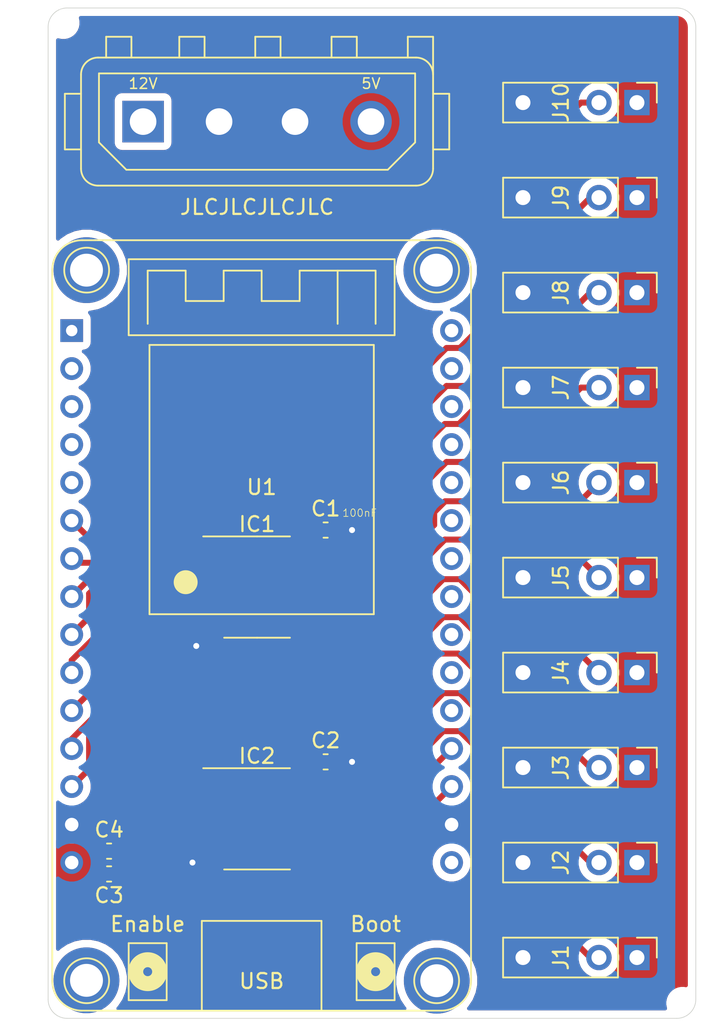
<source format=kicad_pcb>
(kicad_pcb (version 20171130) (host pcbnew "(5.1.9)-1")

  (general
    (thickness 1.6)
    (drawings 11)
    (tracks 130)
    (zones 0)
    (modules 24)
    (nets 23)
  )

  (page A4)
  (layers
    (0 F.Cu signal)
    (31 B.Cu signal hide)
    (32 B.Adhes user hide)
    (33 F.Adhes user hide)
    (34 B.Paste user hide)
    (35 F.Paste user hide)
    (36 B.SilkS user hide)
    (37 F.SilkS user)
    (38 B.Mask user hide)
    (39 F.Mask user hide)
    (40 Dwgs.User user hide)
    (41 Cmts.User user hide)
    (42 Eco1.User user hide)
    (43 Eco2.User user hide)
    (44 Edge.Cuts user)
    (45 Margin user hide)
    (46 B.CrtYd user hide)
    (47 F.CrtYd user hide)
    (48 B.Fab user hide)
    (49 F.Fab user hide)
  )

  (setup
    (last_trace_width 1)
    (user_trace_width 0.4)
    (user_trace_width 0.75)
    (user_trace_width 1)
    (user_trace_width 5)
    (trace_clearance 0.2)
    (zone_clearance 0.254)
    (zone_45_only no)
    (trace_min 0.2)
    (via_size 0.8)
    (via_drill 0.4)
    (via_min_size 0.4)
    (via_min_drill 0.3)
    (uvia_size 0.3)
    (uvia_drill 0.1)
    (uvias_allowed no)
    (uvia_min_size 0.2)
    (uvia_min_drill 0.1)
    (edge_width 0.05)
    (segment_width 0.2)
    (pcb_text_width 0.3)
    (pcb_text_size 1.5 1.5)
    (mod_edge_width 0.12)
    (mod_text_size 1 1)
    (mod_text_width 0.15)
    (pad_size 1.7 1.7)
    (pad_drill 1)
    (pad_to_mask_clearance 0)
    (aux_axis_origin 0 0)
    (visible_elements 7FFFFFFF)
    (pcbplotparams
      (layerselection 0x010fc_ffffffff)
      (usegerberextensions false)
      (usegerberattributes true)
      (usegerberadvancedattributes true)
      (creategerberjobfile true)
      (excludeedgelayer true)
      (linewidth 0.100000)
      (plotframeref false)
      (viasonmask false)
      (mode 1)
      (useauxorigin false)
      (hpglpennumber 1)
      (hpglpenspeed 20)
      (hpglpendiameter 15.000000)
      (psnegative false)
      (psa4output false)
      (plotreference true)
      (plotvalue true)
      (plotinvisibletext false)
      (padsonsilk false)
      (subtractmaskfromsilk false)
      (outputformat 1)
      (mirror false)
      (drillshape 0)
      (scaleselection 1)
      (outputdirectory "gerber/"))
  )

  (net 0 "")
  (net 1 +5V)
  (net 2 GND)
  (net 3 /A8)
  (net 4 /A7)
  (net 5 /A6)
  (net 6 /A5)
  (net 7 /A4)
  (net 8 /A3)
  (net 9 /A2)
  (net 10 /A1)
  (net 11 /B1)
  (net 12 /B2)
  (net 13 /B3)
  (net 14 /B4)
  (net 15 /B5)
  (net 16 /B6)
  (net 17 /B7)
  (net 18 /B8)
  (net 19 /B9)
  (net 20 /B10)
  (net 21 /A10)
  (net 22 /A9)

  (net_class Default "This is the default net class."
    (clearance 0.2)
    (trace_width 0.25)
    (via_dia 0.8)
    (via_drill 0.4)
    (uvia_dia 0.3)
    (uvia_drill 0.1)
    (add_net +5V)
    (add_net /A1)
    (add_net /A10)
    (add_net /A2)
    (add_net /A3)
    (add_net /A4)
    (add_net /A5)
    (add_net /A6)
    (add_net /A7)
    (add_net /A8)
    (add_net /A9)
    (add_net /B1)
    (add_net /B10)
    (add_net /B2)
    (add_net /B3)
    (add_net /B4)
    (add_net /B5)
    (add_net /B6)
    (add_net /B7)
    (add_net /B8)
    (add_net /B9)
    (add_net GND)
  )

  (module local:RGB_3-Pin (layer F.Cu) (tedit 6058A620) (tstamp 605623AA)
    (at 182.88 116.84 270)
    (descr "Through hole straight pin header, 1x04, 2.54mm pitch, single row")
    (tags "Through hole pin header THT 1x04 2.54mm single row")
    (path /60599A4B)
    (fp_text reference J5 (at 0 5.08 90) (layer F.SilkS)
      (effects (font (size 1 1) (thickness 0.15)))
    )
    (fp_text value RGB_3_pin (at 0 9.95 90) (layer F.Fab)
      (effects (font (size 1 1) (thickness 0.15)))
    )
    (fp_line (start -0.635 -1.27) (end 1.27 -1.27) (layer F.Fab) (width 0.1))
    (fp_line (start 1.27 -1.27) (end 1.27 8.89) (layer F.Fab) (width 0.1))
    (fp_line (start 1.27 8.89) (end -1.27 8.89) (layer F.Fab) (width 0.1))
    (fp_line (start -1.27 8.89) (end -1.27 -0.635) (layer F.Fab) (width 0.1))
    (fp_line (start -1.27 -0.635) (end -0.635 -1.27) (layer F.Fab) (width 0.1))
    (fp_line (start -1.33 8.95) (end 1.33 8.95) (layer F.SilkS) (width 0.12))
    (fp_line (start -1.33 1.27) (end -1.33 8.95) (layer F.SilkS) (width 0.12))
    (fp_line (start 1.33 1.27) (end 1.33 8.95) (layer F.SilkS) (width 0.12))
    (fp_line (start -1.33 1.27) (end 1.33 1.27) (layer F.SilkS) (width 0.12))
    (fp_line (start -1.33 0) (end -1.33 -1.33) (layer F.SilkS) (width 0.12))
    (fp_line (start -1.33 -1.33) (end 0 -1.33) (layer F.SilkS) (width 0.12))
    (fp_line (start -1.8 -1.8) (end -1.8 9.4) (layer F.CrtYd) (width 0.05))
    (fp_line (start -1.8 9.4) (end 1.8 9.4) (layer F.CrtYd) (width 0.05))
    (fp_line (start 1.8 9.4) (end 1.8 -1.8) (layer F.CrtYd) (width 0.05))
    (fp_line (start 1.8 -1.8) (end -1.8 -1.8) (layer F.CrtYd) (width 0.05))
    (fp_text user %R (at 0 3.81) (layer F.Fab)
      (effects (font (size 1 1) (thickness 0.15)))
    )
    (pad 3 thru_hole oval (at 0 7.62 270) (size 1.7 1.7) (drill 1) (layers *.Cu *.Mask)
      (net 2 GND))
    (pad 2 thru_hole oval (at 0 2.54 270) (size 1.7 1.7) (drill 1) (layers *.Cu *.Mask)
      (net 16 /B6))
    (pad 1 thru_hole rect (at 0 0 270) (size 1.7 1.7) (drill 1) (layers *.Cu *.Mask)
      (net 1 +5V))
    (model ${KISYS3DMOD}/Connector_PinHeader_2.54mm.3dshapes/PinHeader_1x04_P2.54mm_Vertical.wrl
      (at (xyz 0 0 0))
      (scale (xyz 1 1 1))
      (rotate (xyz 0 0 0))
    )
  )

  (module local:ToolingHole_1.152mm (layer F.Cu) (tedit 6058AB70) (tstamp 60A028DB)
    (at 185.928 145.288)
    (descr "JLC tooling hole")
    (tags "JCL tooling hole")
    (path /60A6C985)
    (attr virtual)
    (fp_text reference H6 (at 0 -2.54) (layer F.SilkS) hide
      (effects (font (size 1 1) (thickness 0.15)))
    )
    (fp_text value MountingHole (at 0 2.54) (layer F.Fab)
      (effects (font (size 1 1) (thickness 0.15)))
    )
    (fp_text user %R (at 0.3 0) (layer F.Fab)
      (effects (font (size 1 1) (thickness 0.15)))
    )
    (pad "" np_thru_hole circle (at 0 0) (size 1.152 1.152) (drill 1.152) (layers *.Cu *.Mask)
      (solder_mask_margin 0.148) (clearance 0.148))
  )

  (module local:ToolingHole_1.152mm (layer F.Cu) (tedit 6058AB70) (tstamp 60A028D5)
    (at 144.526 79.756)
    (descr "JLC tooling hole")
    (tags "JCL tooling hole")
    (path /60A6C1A7)
    (attr virtual)
    (fp_text reference H5 (at 0 -2.54) (layer F.SilkS) hide
      (effects (font (size 1 1) (thickness 0.15)))
    )
    (fp_text value MountingHole (at 0 2.54) (layer F.Fab)
      (effects (font (size 1 1) (thickness 0.15)))
    )
    (fp_text user %R (at 0.3 0) (layer F.Fab)
      (effects (font (size 1 1) (thickness 0.15)))
    )
    (pad "" np_thru_hole circle (at 0 0) (size 1.152 1.152) (drill 1.152) (layers *.Cu *.Mask)
      (solder_mask_margin 0.148) (clearance 0.148))
  )

  (module Capacitor_SMD:C_0603_1608Metric (layer F.Cu) (tedit 5F68FEEE) (tstamp 609FC5AF)
    (at 147.587 135.128)
    (descr "Capacitor SMD 0603 (1608 Metric), square (rectangular) end terminal, IPC_7351 nominal, (Body size source: IPC-SM-782 page 76, https://www.pcb-3d.com/wordpress/wp-content/uploads/ipc-sm-782a_amendment_1_and_2.pdf), generated with kicad-footprint-generator")
    (tags capacitor)
    (path /60A3BB1A)
    (attr smd)
    (fp_text reference C4 (at 0 -1.43) (layer F.SilkS)
      (effects (font (size 1 1) (thickness 0.15)))
    )
    (fp_text value 47uF (at 0 1.43) (layer F.Fab)
      (effects (font (size 1 1) (thickness 0.15)))
    )
    (fp_text user %R (at 0 0) (layer F.Fab)
      (effects (font (size 0.4 0.4) (thickness 0.06)))
    )
    (fp_line (start -0.8 0.4) (end -0.8 -0.4) (layer F.Fab) (width 0.1))
    (fp_line (start -0.8 -0.4) (end 0.8 -0.4) (layer F.Fab) (width 0.1))
    (fp_line (start 0.8 -0.4) (end 0.8 0.4) (layer F.Fab) (width 0.1))
    (fp_line (start 0.8 0.4) (end -0.8 0.4) (layer F.Fab) (width 0.1))
    (fp_line (start -0.14058 -0.51) (end 0.14058 -0.51) (layer F.SilkS) (width 0.12))
    (fp_line (start -0.14058 0.51) (end 0.14058 0.51) (layer F.SilkS) (width 0.12))
    (fp_line (start -1.48 0.73) (end -1.48 -0.73) (layer F.CrtYd) (width 0.05))
    (fp_line (start -1.48 -0.73) (end 1.48 -0.73) (layer F.CrtYd) (width 0.05))
    (fp_line (start 1.48 -0.73) (end 1.48 0.73) (layer F.CrtYd) (width 0.05))
    (fp_line (start 1.48 0.73) (end -1.48 0.73) (layer F.CrtYd) (width 0.05))
    (pad 2 smd roundrect (at 0.775 0) (size 0.9 0.95) (layers F.Cu F.Paste F.Mask) (roundrect_rratio 0.25)
      (net 2 GND))
    (pad 1 smd roundrect (at -0.775 0) (size 0.9 0.95) (layers F.Cu F.Paste F.Mask) (roundrect_rratio 0.25)
      (net 1 +5V))
    (model ${KISYS3DMOD}/Capacitor_SMD.3dshapes/C_0603_1608Metric.wrl
      (at (xyz 0 0 0))
      (scale (xyz 1 1 1))
      (rotate (xyz 0 0 0))
    )
  )

  (module Capacitor_SMD:C_0603_1608Metric (layer F.Cu) (tedit 5F68FEEE) (tstamp 609FC59E)
    (at 147.587 136.652 180)
    (descr "Capacitor SMD 0603 (1608 Metric), square (rectangular) end terminal, IPC_7351 nominal, (Body size source: IPC-SM-782 page 76, https://www.pcb-3d.com/wordpress/wp-content/uploads/ipc-sm-782a_amendment_1_and_2.pdf), generated with kicad-footprint-generator")
    (tags capacitor)
    (path /60A3AB19)
    (attr smd)
    (fp_text reference C3 (at 0 -1.43) (layer F.SilkS)
      (effects (font (size 1 1) (thickness 0.15)))
    )
    (fp_text value 100nF (at 0 1.43) (layer F.Fab)
      (effects (font (size 1 1) (thickness 0.15)))
    )
    (fp_text user %R (at 0 0) (layer F.Fab)
      (effects (font (size 0.4 0.4) (thickness 0.06)))
    )
    (fp_line (start -0.8 0.4) (end -0.8 -0.4) (layer F.Fab) (width 0.1))
    (fp_line (start -0.8 -0.4) (end 0.8 -0.4) (layer F.Fab) (width 0.1))
    (fp_line (start 0.8 -0.4) (end 0.8 0.4) (layer F.Fab) (width 0.1))
    (fp_line (start 0.8 0.4) (end -0.8 0.4) (layer F.Fab) (width 0.1))
    (fp_line (start -0.14058 -0.51) (end 0.14058 -0.51) (layer F.SilkS) (width 0.12))
    (fp_line (start -0.14058 0.51) (end 0.14058 0.51) (layer F.SilkS) (width 0.12))
    (fp_line (start -1.48 0.73) (end -1.48 -0.73) (layer F.CrtYd) (width 0.05))
    (fp_line (start -1.48 -0.73) (end 1.48 -0.73) (layer F.CrtYd) (width 0.05))
    (fp_line (start 1.48 -0.73) (end 1.48 0.73) (layer F.CrtYd) (width 0.05))
    (fp_line (start 1.48 0.73) (end -1.48 0.73) (layer F.CrtYd) (width 0.05))
    (pad 2 smd roundrect (at 0.775 0 180) (size 0.9 0.95) (layers F.Cu F.Paste F.Mask) (roundrect_rratio 0.25)
      (net 1 +5V))
    (pad 1 smd roundrect (at -0.775 0 180) (size 0.9 0.95) (layers F.Cu F.Paste F.Mask) (roundrect_rratio 0.25)
      (net 2 GND))
    (model ${KISYS3DMOD}/Capacitor_SMD.3dshapes/C_0603_1608Metric.wrl
      (at (xyz 0 0 0))
      (scale (xyz 1 1 1))
      (rotate (xyz 0 0 0))
    )
  )

  (module local:esp32_devkit_v1_doit locked (layer F.Cu) (tedit 609147CA) (tstamp 6091B4B1)
    (at 157.787065 100.33)
    (descr "ESPWROOM32, ESP32, 30 GPIOs version")
    (path /60562DD0)
    (attr smd)
    (fp_text reference U1 (at 0 10.47) (layer F.SilkS)
      (effects (font (size 1 1) (thickness 0.15)))
    )
    (fp_text value ESP32_DevKit_V1_DOIT (at 0 8.7) (layer F.Fab)
      (effects (font (size 1 1) (thickness 0.15)))
    )
    (fp_circle (center -11.7 -4.04) (end -10.2 -4.04) (layer F.SilkS) (width 0.12))
    (fp_circle (center 11.7 -4.04) (end 13.2 -4.04) (layer F.SilkS) (width 0.12))
    (fp_line (start 14 43.46) (end 14 -4.04) (layer F.SilkS) (width 0.12))
    (fp_line (start -14 -4.04) (end -14 43.46) (layer F.SilkS) (width 0.12))
    (fp_line (start -12 45.46) (end 12 45.46) (layer F.SilkS) (width 0.12))
    (fp_line (start -12 -6.04) (end 12 -6.04) (layer F.SilkS) (width 0.12))
    (fp_circle (center -11.7 43.46) (end -10.2 43.46) (layer F.SilkS) (width 0.12))
    (fp_circle (center 11.7 43.46) (end 13.2 43.46) (layer F.SilkS) (width 0.12))
    (fp_line (start -4 39.46) (end -4 45.46) (layer F.SilkS) (width 0.12))
    (fp_line (start 4 39.46) (end 4 45.46) (layer F.SilkS) (width 0.12))
    (fp_line (start -4 39.46) (end 4 39.46) (layer F.SilkS) (width 0.12))
    (fp_line (start -8.89 -4.77) (end 8.89 -4.77) (layer F.SilkS) (width 0.12))
    (fp_line (start 8.89 -4.77) (end 8.89 0.31) (layer F.SilkS) (width 0.12))
    (fp_line (start 8.89 0.31) (end -8.89 0.31) (layer F.SilkS) (width 0.12))
    (fp_line (start -8.89 0.31) (end -8.89 -4.77) (layer F.SilkS) (width 0.12))
    (fp_line (start -7.62 -0.452) (end -7.62 -4.008) (layer F.SilkS) (width 0.12))
    (fp_line (start -7.62 -4.008) (end -5.08 -4.008) (layer F.SilkS) (width 0.12))
    (fp_line (start -5.08 -4.008) (end -5.08 -1.976) (layer F.SilkS) (width 0.12))
    (fp_line (start -5.08 -1.976) (end -2.54 -1.976) (layer F.SilkS) (width 0.12))
    (fp_line (start -2.54 -1.976) (end -2.54 -4.008) (layer F.SilkS) (width 0.12))
    (fp_line (start -2.54 -4.008) (end 0 -4.008) (layer F.SilkS) (width 0.12))
    (fp_line (start 0 -4.008) (end 0 -1.976) (layer F.SilkS) (width 0.12))
    (fp_line (start 0 -1.976) (end 2.54 -1.976) (layer F.SilkS) (width 0.12))
    (fp_line (start 2.54 -1.976) (end 2.54 -4.008) (layer F.SilkS) (width 0.12))
    (fp_line (start 2.54 -4.008) (end 7.62 -4.008) (layer F.SilkS) (width 0.12))
    (fp_line (start 7.62 -4.008) (end 7.62 -0.452) (layer F.SilkS) (width 0.12))
    (fp_line (start 5.08 -4.008) (end 5.08 -0.452) (layer F.SilkS) (width 0.12))
    (fp_line (start -7.5 0.96) (end 7.5 0.96) (layer F.SilkS) (width 0.12))
    (fp_line (start 7.5 0.96) (end 7.5 18.96) (layer F.SilkS) (width 0.12))
    (fp_line (start 7.5 18.96) (end -7.5 18.96) (layer F.SilkS) (width 0.12))
    (fp_line (start -7.5 18.96) (end -7.5 0.96) (layer F.SilkS) (width 0.12))
    (fp_circle (center -5.08 16.82) (end -4.68 16.82) (layer F.SilkS) (width 0.8))
    (fp_line (start 6.35 40.95) (end 8.89 40.95) (layer F.SilkS) (width 0.12))
    (fp_line (start 8.89 40.95) (end 8.89 44.76) (layer F.SilkS) (width 0.12))
    (fp_line (start 8.89 44.76) (end 6.35 44.76) (layer F.SilkS) (width 0.12))
    (fp_line (start 6.35 44.76) (end 6.35 40.95) (layer F.SilkS) (width 0.12))
    (fp_line (start -6.35 44.76) (end -8.89 44.76) (layer F.SilkS) (width 0.12))
    (fp_line (start -8.89 44.76) (end -8.89 40.95) (layer F.SilkS) (width 0.12))
    (fp_line (start -8.89 40.95) (end -6.35 40.95) (layer F.SilkS) (width 0.12))
    (fp_line (start -6.35 40.95) (end -6.35 44.76) (layer F.SilkS) (width 0.12))
    (fp_circle (center -7.62 42.855) (end -7.32 42.855) (layer F.SilkS) (width 1))
    (fp_circle (center 7.62 42.855) (end 7.92 42.855) (layer F.SilkS) (width 1))
    (fp_arc (start 12 43.46) (end 12 45.46) (angle -90) (layer F.SilkS) (width 0.12))
    (fp_arc (start -12 43.46) (end -14 43.46) (angle -90) (layer F.SilkS) (width 0.12))
    (fp_arc (start -12 -4.04) (end -12 -6.04) (angle -90) (layer F.SilkS) (width 0.12))
    (fp_arc (start 12 -4.04) (end 14 -4.04) (angle -90) (layer F.SilkS) (width 0.12))
    (fp_text user Enable (at -7.62 39.68) (layer F.SilkS)
      (effects (font (size 1 1) (thickness 0.15)))
    )
    (fp_text user Boot (at 7.62 39.68) (layer F.SilkS)
      (effects (font (size 1 1) (thickness 0.15)))
    )
    (fp_text user USB (at 0 43.49) (layer F.SilkS)
      (effects (font (size 1 1) (thickness 0.15)))
    )
    (pad 30 thru_hole circle (at 12.7 0) (size 1.524 1.524) (drill 0.9) (layers *.Cu *.Mask))
    (pad 29 thru_hole circle (at 12.7 2.54) (size 1.524 1.524) (drill 0.9) (layers *.Cu *.Mask))
    (pad 28 thru_hole circle (at 12.7 5.08) (size 1.524 1.524) (drill 0.9) (layers *.Cu *.Mask))
    (pad 27 thru_hole circle (at 12.7 7.62) (size 1.524 1.524) (drill 0.9) (layers *.Cu *.Mask))
    (pad 26 thru_hole circle (at 12.7 10.16) (size 1.524 1.524) (drill 0.9) (layers *.Cu *.Mask))
    (pad 25 thru_hole circle (at 12.7 12.7) (size 1.524 1.524) (drill 0.9) (layers *.Cu *.Mask))
    (pad 24 thru_hole circle (at 12.7 15.24) (size 1.524 1.524) (drill 0.9) (layers *.Cu *.Mask))
    (pad 23 thru_hole circle (at 12.7 17.78) (size 1.524 1.524) (drill 0.9) (layers *.Cu *.Mask))
    (pad 22 thru_hole circle (at 12.7 20.32) (size 1.524 1.524) (drill 0.9) (layers *.Cu *.Mask))
    (pad 21 thru_hole circle (at 12.7 22.86) (size 1.524 1.524) (drill 0.9) (layers *.Cu *.Mask))
    (pad 20 thru_hole circle (at 12.7 25.4) (size 1.524 1.524) (drill 0.9) (layers *.Cu *.Mask))
    (pad 19 thru_hole circle (at 12.7 27.94) (size 1.524 1.524) (drill 0.9) (layers *.Cu *.Mask)
      (net 22 /A9))
    (pad 18 thru_hole circle (at 12.7 30.48) (size 1.524 1.524) (drill 0.9) (layers *.Cu *.Mask)
      (net 21 /A10))
    (pad 17 thru_hole circle (at 12.7 33.02) (size 1.524 1.524) (drill 0.9) (layers *.Cu *.Mask)
      (net 2 GND))
    (pad 16 thru_hole circle (at 12.7 35.56) (size 1.524 1.524) (drill 0.9) (layers *.Cu *.Mask))
    (pad 15 thru_hole circle (at -12.7 35.56) (size 1.524 1.524) (drill 0.9) (layers *.Cu *.Mask)
      (net 1 +5V))
    (pad 14 thru_hole circle (at -12.7 33.02) (size 1.524 1.524) (drill 0.9) (layers *.Cu *.Mask)
      (net 2 GND))
    (pad 13 thru_hole circle (at -12.7 30.48) (size 1.524 1.524) (drill 0.9) (layers *.Cu *.Mask)
      (net 3 /A8))
    (pad 12 thru_hole circle (at -12.7 27.94) (size 1.524 1.524) (drill 0.9) (layers *.Cu *.Mask)
      (net 4 /A7))
    (pad 11 thru_hole circle (at -12.7 25.4) (size 1.524 1.524) (drill 0.9) (layers *.Cu *.Mask)
      (net 5 /A6))
    (pad 10 thru_hole circle (at -12.7 22.86) (size 1.524 1.524) (drill 0.9) (layers *.Cu *.Mask)
      (net 6 /A5))
    (pad 9 thru_hole circle (at -12.7 20.32) (size 1.524 1.524) (drill 0.9) (layers *.Cu *.Mask)
      (net 7 /A4))
    (pad 8 thru_hole circle (at -12.7 17.78) (size 1.524 1.524) (drill 0.9) (layers *.Cu *.Mask)
      (net 8 /A3))
    (pad 7 thru_hole circle (at -12.7 15.24) (size 1.524 1.524) (drill 0.9) (layers *.Cu *.Mask)
      (net 9 /A2))
    (pad 6 thru_hole circle (at -12.7 12.7) (size 1.524 1.524) (drill 0.9) (layers *.Cu *.Mask)
      (net 10 /A1))
    (pad 5 thru_hole circle (at -12.7 10.16) (size 1.524 1.524) (drill 0.9) (layers *.Cu *.Mask))
    (pad 4 thru_hole circle (at -12.7 7.62) (size 1.524 1.524) (drill 0.9) (layers *.Cu *.Mask))
    (pad 3 thru_hole circle (at -12.7 5.08) (size 1.524 1.524) (drill 0.9) (layers *.Cu *.Mask))
    (pad 2 thru_hole circle (at -12.7 2.54) (size 1.524 1.524) (drill 0.9) (layers *.Cu *.Mask))
    (pad 1 thru_hole rect (at -12.7 0) (size 1.524 1.524) (drill 0.762) (layers *.Cu *.Mask))
    (model ${KISYS3DMOD}/Button_Switch_SMD.3dshapes/SW_SPST_B3U-1000P-B.wrl
      (offset (xyz 7.5 -43 4))
      (scale (xyz 1 1 1))
      (rotate (xyz 0 0 90))
    )
    (model ${KISYS3DMOD}/Button_Switch_SMD.3dshapes/SW_SPST_B3U-1000P-B.wrl
      (offset (xyz -7.5 -43 4))
      (scale (xyz 1 1 1))
      (rotate (xyz 0 0 90))
    )
    (model ${KISYS3DMOD}/Connector_PinHeader_2.54mm.3dshapes/PinHeader_1x15_P2.54mm_Vertical.wrl
      (offset (xyz -12.7 0 2.5))
      (scale (xyz 1 1 1))
      (rotate (xyz 0 180 0))
    )
    (model ${KISYS3DMOD}/Connector_PinHeader_2.54mm.3dshapes/PinHeader_1x15_P2.54mm_Vertical.wrl
      (offset (xyz 12.7 0 2.5))
      (scale (xyz 1 1 1))
      (rotate (xyz 0 180 0))
    )
    (model ${VL_PACKAGES3D}/esp32_devkit_v1_doit.3dshapes/esp32_devkit_v1_doit.step
      (offset (xyz -12.7 0 2.5))
      (scale (xyz 1 1 1))
      (rotate (xyz 0 0 0))
    )
    (model ${KISYS3DMOD}/Connector_USB.3dshapes/USB_Micro-B_Molex_47346-0001.wrl
      (offset (xyz 0 -42 4))
      (scale (xyz 1 1 1))
      (rotate (xyz 0 0 0))
    )
    (model ${KISYS3DMOD}/LED_SMD.3dshapes/LED_1206_3216Metric.wrl
      (offset (xyz -6 -23 4))
      (scale (xyz 1 1 1))
      (rotate (xyz 0 0 -90))
    )
    (model ${KISYS3DMOD}/LED_SMD.3dshapes/LED_1206_3216Metric.wrl
      (offset (xyz 6 -23 4))
      (scale (xyz 1 1 1))
      (rotate (xyz 0 0 -90))
    )
    (model ${KISYS3DMOD}/Capacitor_Tantalum_SMD.3dshapes/CP_EIA-2012-15_AVX-P.wrl
      (offset (xyz -6.5 -27.5 4))
      (scale (xyz 1 1 1))
      (rotate (xyz 0 0 0))
    )
    (model ${KISYS3DMOD}/Package_TO_SOT_SMD.3dshapes/SOT-223.wrl
      (offset (xyz -6 -33 4))
      (scale (xyz 1 1 1))
      (rotate (xyz 0 0 -180))
    )
    (model ${KISYS3DMOD}/Resistor_SMD.3dshapes/R_0603_1608Metric.wrl
      (offset (xyz -7 -38.5 4))
      (scale (xyz 1 1 1))
      (rotate (xyz 0 0 0))
    )
    (model ${KISYS3DMOD}/Resistor_SMD.3dshapes/R_0603_1608Metric.wrl
      (offset (xyz 8.5 -38.5 4))
      (scale (xyz 1 1 1))
      (rotate (xyz 0 0 0))
    )
    (model ${KISYS3DMOD}/Resistor_SMD.3dshapes/R_0603_1608Metric.wrl
      (offset (xyz 5.5 -38.5 4))
      (scale (xyz 1 1 1))
      (rotate (xyz 0 0 0))
    )
    (model ${KISYS3DMOD}/Package_TO_SOT_SMD.3dshapes/SOT-23.wrl
      (offset (xyz -0.5 -27.5 4))
      (scale (xyz 1 1 1))
      (rotate (xyz 0 0 0))
    )
    (model ${KISYS3DMOD}/Package_TO_SOT_SMD.3dshapes/SOT-23.wrl
      (offset (xyz 6 -27.5 4))
      (scale (xyz 1 1 1))
      (rotate (xyz 0 0 -180))
    )
    (model ${KISYS3DMOD}/Resistor_SMD.3dshapes/R_0603_1608Metric.wrl
      (offset (xyz 9 -27.5 4))
      (scale (xyz 1 1 1))
      (rotate (xyz 0 0 90))
    )
    (model ${KISYS3DMOD}/Resistor_SMD.3dshapes/R_0603_1608Metric.wrl
      (offset (xyz -3.5 -27.5 4))
      (scale (xyz 1 1 1))
      (rotate (xyz 0 0 90))
    )
    (model ${KISYS3DMOD}/Capacitor_SMD.3dshapes/C_0603_1608Metric.wrl
      (offset (xyz -0.5 -38.5 4))
      (scale (xyz 1 1 1))
      (rotate (xyz 0 0 0))
    )
    (model ${KISYS3DMOD}/Diode_SMD.3dshapes/D_0603_1608Metric.wrl
      (offset (xyz -3 -38.5 4))
      (scale (xyz 1 1 1))
      (rotate (xyz 0 0 0))
    )
    (model ${KISYS3DMOD}/Resistor_SMD.3dshapes/R_0603_1608Metric.wrl
      (offset (xyz -3 -23 4))
      (scale (xyz 1 1 1))
      (rotate (xyz 0 0 90))
    )
    (model ${KISYS3DMOD}/Resistor_SMD.3dshapes/R_0603_1608Metric.wrl
      (offset (xyz -1.5 -23 4))
      (scale (xyz 1 1 1))
      (rotate (xyz 0 0 90))
    )
    (model ${KISYS3DMOD}/Resistor_SMD.3dshapes/R_0603_1608Metric.wrl
      (offset (xyz 0 -23 4))
      (scale (xyz 1 1 1))
      (rotate (xyz 0 0 90))
    )
    (model ${KISYS3DMOD}/Resistor_SMD.3dshapes/R_0603_1608Metric.wrl
      (offset (xyz 1.5 -23 4))
      (scale (xyz 1 1 1))
      (rotate (xyz 0 0 90))
    )
    (model ${KISYS3DMOD}/Resistor_SMD.3dshapes/R_0603_1608Metric.wrl
      (offset (xyz 3 -23 4))
      (scale (xyz 1 1 1))
      (rotate (xyz 0 0 90))
    )
    (model ${KISYS3DMOD}/Package_DFN_QFN.3dshapes/QFN-28-1EP_5x5mm_P0.5mm_EP3.35x3.35mm.wrl
      (offset (xyz 7 -33.5 4))
      (scale (xyz 1 1 1))
      (rotate (xyz 0 0 0))
    )
    (model ${KISYS3DMOD}/Resistor_SMD.3dshapes/R_0603_1608Metric.wrl
      (offset (xyz 8.5 -22 4))
      (scale (xyz 1 1 1))
      (rotate (xyz 0 0 0))
    )
    (model ${KISYS3DMOD}/Resistor_SMD.3dshapes/R_0603_1608Metric.wrl
      (offset (xyz 8.5 -24 4))
      (scale (xyz 1 1 1))
      (rotate (xyz 0 0 0))
    )
    (model ${KISYS3DMOD}/Capacitor_SMD.3dshapes/C_0603_1608Metric.wrl
      (offset (xyz -8.5 -22 4))
      (scale (xyz 1 1 1))
      (rotate (xyz 0 0 0))
    )
    (model ${KISYS3DMOD}/Capacitor_SMD.3dshapes/C_0603_1608Metric.wrl
      (offset (xyz -8.5 -24 4))
      (scale (xyz 1 1 1))
      (rotate (xyz 0 0 0))
    )
    (model ${KISYS3DMOD}/RF_Module.3dshapes/ESP32-WROOM-32.wrl
      (offset (xyz 0 -10 4))
      (scale (xyz 1 1 1))
      (rotate (xyz 0 0 0))
    )
  )

  (module local:RGB_3-Pin (layer F.Cu) (tedit 6058A620) (tstamp 6091DB28)
    (at 182.88 85.09 270)
    (descr "Through hole straight pin header, 1x04, 2.54mm pitch, single row")
    (tags "Through hole pin header THT 1x04 2.54mm single row")
    (path /60A416FB)
    (fp_text reference J10 (at 0 5.08 90) (layer F.SilkS)
      (effects (font (size 1 1) (thickness 0.15)))
    )
    (fp_text value RGB_3_pin (at 0 9.95 90) (layer F.Fab)
      (effects (font (size 1 1) (thickness 0.15)))
    )
    (fp_line (start 1.8 -1.8) (end -1.8 -1.8) (layer F.CrtYd) (width 0.05))
    (fp_line (start 1.8 9.4) (end 1.8 -1.8) (layer F.CrtYd) (width 0.05))
    (fp_line (start -1.8 9.4) (end 1.8 9.4) (layer F.CrtYd) (width 0.05))
    (fp_line (start -1.8 -1.8) (end -1.8 9.4) (layer F.CrtYd) (width 0.05))
    (fp_line (start -1.33 -1.33) (end 0 -1.33) (layer F.SilkS) (width 0.12))
    (fp_line (start -1.33 0) (end -1.33 -1.33) (layer F.SilkS) (width 0.12))
    (fp_line (start -1.33 1.27) (end 1.33 1.27) (layer F.SilkS) (width 0.12))
    (fp_line (start 1.33 1.27) (end 1.33 8.95) (layer F.SilkS) (width 0.12))
    (fp_line (start -1.33 1.27) (end -1.33 8.95) (layer F.SilkS) (width 0.12))
    (fp_line (start -1.33 8.95) (end 1.33 8.95) (layer F.SilkS) (width 0.12))
    (fp_line (start -1.27 -0.635) (end -0.635 -1.27) (layer F.Fab) (width 0.1))
    (fp_line (start -1.27 8.89) (end -1.27 -0.635) (layer F.Fab) (width 0.1))
    (fp_line (start 1.27 8.89) (end -1.27 8.89) (layer F.Fab) (width 0.1))
    (fp_line (start 1.27 -1.27) (end 1.27 8.89) (layer F.Fab) (width 0.1))
    (fp_line (start -0.635 -1.27) (end 1.27 -1.27) (layer F.Fab) (width 0.1))
    (fp_text user %R (at 0 3.81) (layer F.Fab)
      (effects (font (size 1 1) (thickness 0.15)))
    )
    (pad 3 thru_hole oval (at 0 7.62 270) (size 1.7 1.7) (drill 1) (layers *.Cu *.Mask)
      (net 2 GND))
    (pad 2 thru_hole oval (at 0 2.54 270) (size 1.7 1.7) (drill 1) (layers *.Cu *.Mask)
      (net 11 /B1))
    (pad 1 thru_hole rect (at 0 0 270) (size 1.7 1.7) (drill 1) (layers *.Cu *.Mask)
      (net 1 +5V))
    (model ${KISYS3DMOD}/Connector_PinHeader_2.54mm.3dshapes/PinHeader_1x04_P2.54mm_Vertical.wrl
      (at (xyz 0 0 0))
      (scale (xyz 1 1 1))
      (rotate (xyz 0 0 0))
    )
  )

  (module local:RGB_3-Pin (layer F.Cu) (tedit 6058A620) (tstamp 609172E0)
    (at 182.88 91.44 270)
    (descr "Through hole straight pin header, 1x04, 2.54mm pitch, single row")
    (tags "Through hole pin header THT 1x04 2.54mm single row")
    (path /60A41705)
    (fp_text reference J9 (at 0 5.08 90) (layer F.SilkS)
      (effects (font (size 1 1) (thickness 0.15)))
    )
    (fp_text value RGB_3_pin (at 0 9.95 90) (layer F.Fab)
      (effects (font (size 1 1) (thickness 0.15)))
    )
    (fp_line (start 1.8 -1.8) (end -1.8 -1.8) (layer F.CrtYd) (width 0.05))
    (fp_line (start 1.8 9.4) (end 1.8 -1.8) (layer F.CrtYd) (width 0.05))
    (fp_line (start -1.8 9.4) (end 1.8 9.4) (layer F.CrtYd) (width 0.05))
    (fp_line (start -1.8 -1.8) (end -1.8 9.4) (layer F.CrtYd) (width 0.05))
    (fp_line (start -1.33 -1.33) (end 0 -1.33) (layer F.SilkS) (width 0.12))
    (fp_line (start -1.33 0) (end -1.33 -1.33) (layer F.SilkS) (width 0.12))
    (fp_line (start -1.33 1.27) (end 1.33 1.27) (layer F.SilkS) (width 0.12))
    (fp_line (start 1.33 1.27) (end 1.33 8.95) (layer F.SilkS) (width 0.12))
    (fp_line (start -1.33 1.27) (end -1.33 8.95) (layer F.SilkS) (width 0.12))
    (fp_line (start -1.33 8.95) (end 1.33 8.95) (layer F.SilkS) (width 0.12))
    (fp_line (start -1.27 -0.635) (end -0.635 -1.27) (layer F.Fab) (width 0.1))
    (fp_line (start -1.27 8.89) (end -1.27 -0.635) (layer F.Fab) (width 0.1))
    (fp_line (start 1.27 8.89) (end -1.27 8.89) (layer F.Fab) (width 0.1))
    (fp_line (start 1.27 -1.27) (end 1.27 8.89) (layer F.Fab) (width 0.1))
    (fp_line (start -0.635 -1.27) (end 1.27 -1.27) (layer F.Fab) (width 0.1))
    (fp_text user %R (at 0 3.81) (layer F.Fab)
      (effects (font (size 1 1) (thickness 0.15)))
    )
    (pad 3 thru_hole oval (at 0 7.62 270) (size 1.7 1.7) (drill 1) (layers *.Cu *.Mask)
      (net 2 GND))
    (pad 2 thru_hole oval (at 0 2.54 270) (size 1.7 1.7) (drill 1) (layers *.Cu *.Mask)
      (net 12 /B2))
    (pad 1 thru_hole rect (at 0 0 270) (size 1.7 1.7) (drill 1) (layers *.Cu *.Mask)
      (net 1 +5V))
    (model ${KISYS3DMOD}/Connector_PinHeader_2.54mm.3dshapes/PinHeader_1x04_P2.54mm_Vertical.wrl
      (at (xyz 0 0 0))
      (scale (xyz 1 1 1))
      (rotate (xyz 0 0 0))
    )
  )

  (module Package_SO:TSSOP-20_4.4x6.5mm_P0.65mm (layer F.Cu) (tedit 5E476F32) (tstamp 60917169)
    (at 157.48 132.969)
    (descr "TSSOP, 20 Pin (JEDEC MO-153 Var AC https://www.jedec.org/document_search?search_api_views_fulltext=MO-153), generated with kicad-footprint-generator ipc_gullwing_generator.py")
    (tags "TSSOP SO")
    (path /609A56BF)
    (attr smd)
    (fp_text reference IC2 (at 0 -4.2) (layer F.SilkS)
      (effects (font (size 1 1) (thickness 0.15)))
    )
    (fp_text value SN74HCT245PWR (at 0 4.2) (layer F.Fab)
      (effects (font (size 1 1) (thickness 0.15)))
    )
    (fp_line (start 0 3.385) (end 2.2 3.385) (layer F.SilkS) (width 0.12))
    (fp_line (start 0 3.385) (end -2.2 3.385) (layer F.SilkS) (width 0.12))
    (fp_line (start 0 -3.385) (end 2.2 -3.385) (layer F.SilkS) (width 0.12))
    (fp_line (start 0 -3.385) (end -3.6 -3.385) (layer F.SilkS) (width 0.12))
    (fp_line (start -1.2 -3.25) (end 2.2 -3.25) (layer F.Fab) (width 0.1))
    (fp_line (start 2.2 -3.25) (end 2.2 3.25) (layer F.Fab) (width 0.1))
    (fp_line (start 2.2 3.25) (end -2.2 3.25) (layer F.Fab) (width 0.1))
    (fp_line (start -2.2 3.25) (end -2.2 -2.25) (layer F.Fab) (width 0.1))
    (fp_line (start -2.2 -2.25) (end -1.2 -3.25) (layer F.Fab) (width 0.1))
    (fp_line (start -3.85 -3.5) (end -3.85 3.5) (layer F.CrtYd) (width 0.05))
    (fp_line (start -3.85 3.5) (end 3.85 3.5) (layer F.CrtYd) (width 0.05))
    (fp_line (start 3.85 3.5) (end 3.85 -3.5) (layer F.CrtYd) (width 0.05))
    (fp_line (start 3.85 -3.5) (end -3.85 -3.5) (layer F.CrtYd) (width 0.05))
    (fp_text user %R (at 0 0) (layer F.Fab)
      (effects (font (size 1 1) (thickness 0.15)))
    )
    (pad 20 smd roundrect (at 2.8625 -2.925) (size 1.475 0.4) (layers F.Cu F.Paste F.Mask) (roundrect_rratio 0.25)
      (net 1 +5V))
    (pad 19 smd roundrect (at 2.8625 -2.275) (size 1.475 0.4) (layers F.Cu F.Paste F.Mask) (roundrect_rratio 0.25)
      (net 2 GND))
    (pad 18 smd roundrect (at 2.8625 -1.625) (size 1.475 0.4) (layers F.Cu F.Paste F.Mask) (roundrect_rratio 0.25)
      (net 19 /B9))
    (pad 17 smd roundrect (at 2.8625 -0.975) (size 1.475 0.4) (layers F.Cu F.Paste F.Mask) (roundrect_rratio 0.25)
      (net 20 /B10))
    (pad 16 smd roundrect (at 2.8625 -0.325) (size 1.475 0.4) (layers F.Cu F.Paste F.Mask) (roundrect_rratio 0.25))
    (pad 15 smd roundrect (at 2.8625 0.325) (size 1.475 0.4) (layers F.Cu F.Paste F.Mask) (roundrect_rratio 0.25))
    (pad 14 smd roundrect (at 2.8625 0.975) (size 1.475 0.4) (layers F.Cu F.Paste F.Mask) (roundrect_rratio 0.25))
    (pad 13 smd roundrect (at 2.8625 1.625) (size 1.475 0.4) (layers F.Cu F.Paste F.Mask) (roundrect_rratio 0.25))
    (pad 12 smd roundrect (at 2.8625 2.275) (size 1.475 0.4) (layers F.Cu F.Paste F.Mask) (roundrect_rratio 0.25))
    (pad 11 smd roundrect (at 2.8625 2.925) (size 1.475 0.4) (layers F.Cu F.Paste F.Mask) (roundrect_rratio 0.25))
    (pad 10 smd roundrect (at -2.8625 2.925) (size 1.475 0.4) (layers F.Cu F.Paste F.Mask) (roundrect_rratio 0.25)
      (net 2 GND))
    (pad 9 smd roundrect (at -2.8625 2.275) (size 1.475 0.4) (layers F.Cu F.Paste F.Mask) (roundrect_rratio 0.25))
    (pad 8 smd roundrect (at -2.8625 1.625) (size 1.475 0.4) (layers F.Cu F.Paste F.Mask) (roundrect_rratio 0.25))
    (pad 7 smd roundrect (at -2.8625 0.975) (size 1.475 0.4) (layers F.Cu F.Paste F.Mask) (roundrect_rratio 0.25))
    (pad 6 smd roundrect (at -2.8625 0.325) (size 1.475 0.4) (layers F.Cu F.Paste F.Mask) (roundrect_rratio 0.25))
    (pad 5 smd roundrect (at -2.8625 -0.325) (size 1.475 0.4) (layers F.Cu F.Paste F.Mask) (roundrect_rratio 0.25))
    (pad 4 smd roundrect (at -2.8625 -0.975) (size 1.475 0.4) (layers F.Cu F.Paste F.Mask) (roundrect_rratio 0.25))
    (pad 3 smd roundrect (at -2.8625 -1.625) (size 1.475 0.4) (layers F.Cu F.Paste F.Mask) (roundrect_rratio 0.25)
      (net 21 /A10))
    (pad 2 smd roundrect (at -2.8625 -2.275) (size 1.475 0.4) (layers F.Cu F.Paste F.Mask) (roundrect_rratio 0.25)
      (net 22 /A9))
    (pad 1 smd roundrect (at -2.8625 -2.925) (size 1.475 0.4) (layers F.Cu F.Paste F.Mask) (roundrect_rratio 0.25)
      (net 1 +5V))
    (model ${KISYS3DMOD}/Package_SO.3dshapes/TSSOP-20_4.4x6.5mm_P0.65mm.wrl
      (at (xyz 0 0 0))
      (scale (xyz 1 1 1))
      (rotate (xyz 0 0 0))
    )
  )

  (module Package_SO:TSSOP-20_4.4x6.5mm_P0.65mm (layer F.Cu) (tedit 5E476F32) (tstamp 609175D7)
    (at 157.48 117.475)
    (descr "TSSOP, 20 Pin (JEDEC MO-153 Var AC https://www.jedec.org/document_search?search_api_views_fulltext=MO-153), generated with kicad-footprint-generator ipc_gullwing_generator.py")
    (tags "TSSOP SO")
    (path /605EB202)
    (attr smd)
    (fp_text reference IC1 (at 0 -4.2) (layer F.SilkS)
      (effects (font (size 1 1) (thickness 0.15)))
    )
    (fp_text value SN74HCT245PWR (at 0 4.2) (layer F.Fab)
      (effects (font (size 1 1) (thickness 0.15)))
    )
    (fp_line (start 0 3.385) (end 2.2 3.385) (layer F.SilkS) (width 0.12))
    (fp_line (start 0 3.385) (end -2.2 3.385) (layer F.SilkS) (width 0.12))
    (fp_line (start 0 -3.385) (end 2.2 -3.385) (layer F.SilkS) (width 0.12))
    (fp_line (start 0 -3.385) (end -3.6 -3.385) (layer F.SilkS) (width 0.12))
    (fp_line (start -1.2 -3.25) (end 2.2 -3.25) (layer F.Fab) (width 0.1))
    (fp_line (start 2.2 -3.25) (end 2.2 3.25) (layer F.Fab) (width 0.1))
    (fp_line (start 2.2 3.25) (end -2.2 3.25) (layer F.Fab) (width 0.1))
    (fp_line (start -2.2 3.25) (end -2.2 -2.25) (layer F.Fab) (width 0.1))
    (fp_line (start -2.2 -2.25) (end -1.2 -3.25) (layer F.Fab) (width 0.1))
    (fp_line (start -3.85 -3.5) (end -3.85 3.5) (layer F.CrtYd) (width 0.05))
    (fp_line (start -3.85 3.5) (end 3.85 3.5) (layer F.CrtYd) (width 0.05))
    (fp_line (start 3.85 3.5) (end 3.85 -3.5) (layer F.CrtYd) (width 0.05))
    (fp_line (start 3.85 -3.5) (end -3.85 -3.5) (layer F.CrtYd) (width 0.05))
    (fp_text user %R (at 0 0) (layer F.Fab)
      (effects (font (size 1 1) (thickness 0.15)))
    )
    (pad 20 smd roundrect (at 2.8625 -2.925) (size 1.475 0.4) (layers F.Cu F.Paste F.Mask) (roundrect_rratio 0.25)
      (net 1 +5V))
    (pad 19 smd roundrect (at 2.8625 -2.275) (size 1.475 0.4) (layers F.Cu F.Paste F.Mask) (roundrect_rratio 0.25)
      (net 2 GND))
    (pad 18 smd roundrect (at 2.8625 -1.625) (size 1.475 0.4) (layers F.Cu F.Paste F.Mask) (roundrect_rratio 0.25)
      (net 11 /B1))
    (pad 17 smd roundrect (at 2.8625 -0.975) (size 1.475 0.4) (layers F.Cu F.Paste F.Mask) (roundrect_rratio 0.25)
      (net 12 /B2))
    (pad 16 smd roundrect (at 2.8625 -0.325) (size 1.475 0.4) (layers F.Cu F.Paste F.Mask) (roundrect_rratio 0.25)
      (net 13 /B3))
    (pad 15 smd roundrect (at 2.8625 0.325) (size 1.475 0.4) (layers F.Cu F.Paste F.Mask) (roundrect_rratio 0.25)
      (net 14 /B4))
    (pad 14 smd roundrect (at 2.8625 0.975) (size 1.475 0.4) (layers F.Cu F.Paste F.Mask) (roundrect_rratio 0.25)
      (net 15 /B5))
    (pad 13 smd roundrect (at 2.8625 1.625) (size 1.475 0.4) (layers F.Cu F.Paste F.Mask) (roundrect_rratio 0.25)
      (net 16 /B6))
    (pad 12 smd roundrect (at 2.8625 2.275) (size 1.475 0.4) (layers F.Cu F.Paste F.Mask) (roundrect_rratio 0.25)
      (net 17 /B7))
    (pad 11 smd roundrect (at 2.8625 2.925) (size 1.475 0.4) (layers F.Cu F.Paste F.Mask) (roundrect_rratio 0.25)
      (net 18 /B8))
    (pad 10 smd roundrect (at -2.8625 2.925) (size 1.475 0.4) (layers F.Cu F.Paste F.Mask) (roundrect_rratio 0.25)
      (net 2 GND))
    (pad 9 smd roundrect (at -2.8625 2.275) (size 1.475 0.4) (layers F.Cu F.Paste F.Mask) (roundrect_rratio 0.25)
      (net 3 /A8))
    (pad 8 smd roundrect (at -2.8625 1.625) (size 1.475 0.4) (layers F.Cu F.Paste F.Mask) (roundrect_rratio 0.25)
      (net 4 /A7))
    (pad 7 smd roundrect (at -2.8625 0.975) (size 1.475 0.4) (layers F.Cu F.Paste F.Mask) (roundrect_rratio 0.25)
      (net 5 /A6))
    (pad 6 smd roundrect (at -2.8625 0.325) (size 1.475 0.4) (layers F.Cu F.Paste F.Mask) (roundrect_rratio 0.25)
      (net 6 /A5))
    (pad 5 smd roundrect (at -2.8625 -0.325) (size 1.475 0.4) (layers F.Cu F.Paste F.Mask) (roundrect_rratio 0.25)
      (net 7 /A4))
    (pad 4 smd roundrect (at -2.8625 -0.975) (size 1.475 0.4) (layers F.Cu F.Paste F.Mask) (roundrect_rratio 0.25)
      (net 8 /A3))
    (pad 3 smd roundrect (at -2.8625 -1.625) (size 1.475 0.4) (layers F.Cu F.Paste F.Mask) (roundrect_rratio 0.25)
      (net 9 /A2))
    (pad 2 smd roundrect (at -2.8625 -2.275) (size 1.475 0.4) (layers F.Cu F.Paste F.Mask) (roundrect_rratio 0.25)
      (net 10 /A1))
    (pad 1 smd roundrect (at -2.8625 -2.925) (size 1.475 0.4) (layers F.Cu F.Paste F.Mask) (roundrect_rratio 0.25)
      (net 1 +5V))
    (model ${KISYS3DMOD}/Package_SO.3dshapes/TSSOP-20_4.4x6.5mm_P0.65mm.wrl
      (at (xyz 0 0 0))
      (scale (xyz 1 1 1))
      (rotate (xyz 0 0 0))
    )
  )

  (module Capacitor_SMD:C_0603_1608Metric (layer F.Cu) (tedit 5F68FEEE) (tstamp 6091703B)
    (at 162.065 129.159)
    (descr "Capacitor SMD 0603 (1608 Metric), square (rectangular) end terminal, IPC_7351 nominal, (Body size source: IPC-SM-782 page 76, https://www.pcb-3d.com/wordpress/wp-content/uploads/ipc-sm-782a_amendment_1_and_2.pdf), generated with kicad-footprint-generator")
    (tags capacitor)
    (path /609A56AA)
    (attr smd)
    (fp_text reference C2 (at 0 -1.43) (layer F.SilkS)
      (effects (font (size 1 1) (thickness 0.15)))
    )
    (fp_text value 100nF (at 0 1.43) (layer F.Fab)
      (effects (font (size 1 1) (thickness 0.15)))
    )
    (fp_line (start -0.8 0.4) (end -0.8 -0.4) (layer F.Fab) (width 0.1))
    (fp_line (start -0.8 -0.4) (end 0.8 -0.4) (layer F.Fab) (width 0.1))
    (fp_line (start 0.8 -0.4) (end 0.8 0.4) (layer F.Fab) (width 0.1))
    (fp_line (start 0.8 0.4) (end -0.8 0.4) (layer F.Fab) (width 0.1))
    (fp_line (start -0.14058 -0.51) (end 0.14058 -0.51) (layer F.SilkS) (width 0.12))
    (fp_line (start -0.14058 0.51) (end 0.14058 0.51) (layer F.SilkS) (width 0.12))
    (fp_line (start -1.48 0.73) (end -1.48 -0.73) (layer F.CrtYd) (width 0.05))
    (fp_line (start -1.48 -0.73) (end 1.48 -0.73) (layer F.CrtYd) (width 0.05))
    (fp_line (start 1.48 -0.73) (end 1.48 0.73) (layer F.CrtYd) (width 0.05))
    (fp_line (start 1.48 0.73) (end -1.48 0.73) (layer F.CrtYd) (width 0.05))
    (fp_text user %R (at 0 0) (layer F.Fab)
      (effects (font (size 0.4 0.4) (thickness 0.06)))
    )
    (pad 2 smd roundrect (at 0.775 0) (size 0.9 0.95) (layers F.Cu F.Paste F.Mask) (roundrect_rratio 0.25)
      (net 2 GND))
    (pad 1 smd roundrect (at -0.775 0) (size 0.9 0.95) (layers F.Cu F.Paste F.Mask) (roundrect_rratio 0.25)
      (net 1 +5V))
    (model ${KISYS3DMOD}/Capacitor_SMD.3dshapes/C_0603_1608Metric.wrl
      (at (xyz 0 0 0))
      (scale (xyz 1 1 1))
      (rotate (xyz 0 0 0))
    )
  )

  (module Capacitor_SMD:C_0603_1608Metric (layer F.Cu) (tedit 5F68FEEE) (tstamp 6058D2EA)
    (at 162.065 113.665)
    (descr "Capacitor SMD 0603 (1608 Metric), square (rectangular) end terminal, IPC_7351 nominal, (Body size source: IPC-SM-782 page 76, https://www.pcb-3d.com/wordpress/wp-content/uploads/ipc-sm-782a_amendment_1_and_2.pdf), generated with kicad-footprint-generator")
    (tags capacitor)
    (path /605A4D67)
    (attr smd)
    (fp_text reference C1 (at 0 -1.43) (layer F.SilkS)
      (effects (font (size 1 1) (thickness 0.15)))
    )
    (fp_text value 100nF (at 2.273 -1.143) (layer F.SilkS)
      (effects (font (size 0.5 0.5) (thickness 0.05)))
    )
    (fp_line (start -0.8 0.4) (end -0.8 -0.4) (layer F.Fab) (width 0.1))
    (fp_line (start -0.8 -0.4) (end 0.8 -0.4) (layer F.Fab) (width 0.1))
    (fp_line (start 0.8 -0.4) (end 0.8 0.4) (layer F.Fab) (width 0.1))
    (fp_line (start 0.8 0.4) (end -0.8 0.4) (layer F.Fab) (width 0.1))
    (fp_line (start -0.14058 -0.51) (end 0.14058 -0.51) (layer F.SilkS) (width 0.12))
    (fp_line (start -0.14058 0.51) (end 0.14058 0.51) (layer F.SilkS) (width 0.12))
    (fp_line (start -1.48 0.73) (end -1.48 -0.73) (layer F.CrtYd) (width 0.05))
    (fp_line (start -1.48 -0.73) (end 1.48 -0.73) (layer F.CrtYd) (width 0.05))
    (fp_line (start 1.48 -0.73) (end 1.48 0.73) (layer F.CrtYd) (width 0.05))
    (fp_line (start 1.48 0.73) (end -1.48 0.73) (layer F.CrtYd) (width 0.05))
    (fp_text user %R (at 0 0) (layer F.Fab)
      (effects (font (size 0.4 0.4) (thickness 0.06)))
    )
    (pad 2 smd roundrect (at 0.775 0) (size 0.9 0.95) (layers F.Cu F.Paste F.Mask) (roundrect_rratio 0.25)
      (net 2 GND))
    (pad 1 smd roundrect (at -0.775 0) (size 0.9 0.95) (layers F.Cu F.Paste F.Mask) (roundrect_rratio 0.25)
      (net 1 +5V))
    (model ${KISYS3DMOD}/Capacitor_SMD.3dshapes/C_0603_1608Metric.wrl
      (at (xyz 0 0 0))
      (scale (xyz 1 1 1))
      (rotate (xyz 0 0 0))
    )
  )

  (module local:TE_MATE-N-LOK_350211-1_1x04_P5.08mm_Vertical (layer F.Cu) (tedit 5C696A5E) (tstamp 60914264)
    (at 149.86 86.36)
    (descr https://www.te.com/commerce/DocumentDelivery/DDEController?Action=showdoc&DocId=Customer+Drawing%7F350211%7FU5%7Fpdf%7FEnglish%7FENG_CD_350211_U5.pdf%7F350211-1)
    (tags "connector TE MATE-N-LOK top entry ATA PATA IDE 5.25 inch floppy drive power")
    (path /605872F5)
    (fp_text reference J11 (at 7.62 0 180) (layer F.SilkS) hide
      (effects (font (size 1 1) (thickness 0.1)))
    )
    (fp_text value AMP_Mate-N-Lok_Power (at 7.62 -7.62 180) (layer F.SilkS) hide
      (effects (font (size 1.27 1.27) (thickness 0.254)))
    )
    (fp_line (start -5.33 4.38) (end 20.57 4.38) (layer F.CrtYd) (width 0.05))
    (fp_line (start 20.57 4.38) (end 20.57 -5.77) (layer F.CrtYd) (width 0.05))
    (fp_line (start 20.57 -5.77) (end -5.33 -5.77) (layer F.CrtYd) (width 0.05))
    (fp_line (start -5.33 -5.77) (end -5.33 4.38) (layer F.CrtYd) (width 0.05))
    (fp_line (start -2.95 -3.22) (end 18.19 -3.22) (layer F.SilkS) (width 0.12))
    (fp_line (start 18.19 -3.22) (end 18.19 1.39) (layer F.SilkS) (width 0.12))
    (fp_line (start 18.19 1.39) (end 16.36 3.22) (layer F.SilkS) (width 0.12))
    (fp_line (start 16.36 3.22) (end -1.12 3.22) (layer F.SilkS) (width 0.12))
    (fp_line (start -1.12 3.22) (end -2.95 1.39) (layer F.SilkS) (width 0.12))
    (fp_line (start -2.95 1.39) (end -2.95 -3.22) (layer F.SilkS) (width 0.12))
    (fp_line (start -3.01 4.28) (end 18.25 4.28) (layer F.SilkS) (width 0.12))
    (fp_line (start 19.39 3.14) (end 19.39 -5.67) (layer F.SilkS) (width 0.12))
    (fp_line (start 18.25 -4.28) (end -3.01 -4.28) (layer F.SilkS) (width 0.12))
    (fp_line (start -4.15 -3.14) (end -4.15 3.14) (layer F.SilkS) (width 0.12))
    (fp_line (start 19.39 1.86) (end 20.47 1.86) (layer F.SilkS) (width 0.12))
    (fp_line (start 20.47 1.86) (end 20.47 -1.86) (layer F.SilkS) (width 0.12))
    (fp_line (start 20.47 -1.86) (end 19.39 -1.86) (layer F.SilkS) (width 0.12))
    (fp_line (start -4.15 1.86) (end -5.23 1.86) (layer F.SilkS) (width 0.12))
    (fp_line (start -5.23 1.86) (end -5.23 -1.86) (layer F.SilkS) (width 0.12))
    (fp_line (start -5.23 -1.86) (end -4.15 -1.86) (layer F.SilkS) (width 0.12))
    (fp_line (start 17.7 -4.28) (end 17.7 -5.67) (layer F.SilkS) (width 0.12))
    (fp_line (start 17.7 -5.67) (end 19.39 -5.67) (layer F.SilkS) (width 0.12))
    (fp_line (start -2.47 -5.67) (end -0.78 -5.67) (layer F.SilkS) (width 0.12))
    (fp_line (start -0.78 -5.67) (end -0.78 -4.28) (layer F.SilkS) (width 0.12))
    (fp_line (start -2.47 -4.28) (end -2.47 -5.67) (layer F.SilkS) (width 0.12))
    (fp_line (start 14.29 -5.67) (end 14.29 -4.28) (layer F.SilkS) (width 0.12))
    (fp_line (start 12.6 -4.28) (end 12.6 -5.67) (layer F.SilkS) (width 0.12))
    (fp_line (start 12.6 -5.67) (end 14.29 -5.67) (layer F.SilkS) (width 0.12))
    (fp_line (start 7.5 -5.67) (end 9.19 -5.67) (layer F.SilkS) (width 0.12))
    (fp_line (start 9.19 -5.67) (end 9.19 -4.28) (layer F.SilkS) (width 0.12))
    (fp_line (start 7.5 -4.28) (end 7.5 -5.67) (layer F.SilkS) (width 0.12))
    (fp_line (start 2.42 -4.28) (end 2.42 -5.67) (layer F.SilkS) (width 0.12))
    (fp_line (start 4.11 -5.67) (end 4.11 -4.28) (layer F.SilkS) (width 0.12))
    (fp_line (start 2.42 -5.67) (end 4.11 -5.67) (layer F.SilkS) (width 0.12))
    (fp_line (start -2.95 1.39) (end -2.95 -3.22) (layer F.Fab) (width 0.1))
    (fp_line (start -1.12 3.22) (end -2.95 1.39) (layer F.Fab) (width 0.1))
    (fp_line (start 16.36 3.22) (end -1.12 3.22) (layer F.Fab) (width 0.1))
    (fp_line (start 18.19 1.39) (end 16.36 3.22) (layer F.Fab) (width 0.1))
    (fp_line (start 18.19 -3.22) (end 18.19 1.39) (layer F.Fab) (width 0.1))
    (fp_line (start -2.95 -3.22) (end 18.19 -3.22) (layer F.Fab) (width 0.1))
    (fp_line (start 18.1 -4.13) (end -2.86 -4.13) (layer F.Fab) (width 0.1))
    (fp_line (start -2.86 4.13) (end 18.1 4.13) (layer F.Fab) (width 0.1))
    (fp_line (start 19.24 2.99) (end 19.24 -5.52) (layer F.Fab) (width 0.1))
    (fp_line (start -4 -2.99) (end -4 2.99) (layer F.Fab) (width 0.1))
    (fp_line (start 20.32 1.71) (end 20.32 -1.71) (layer F.Fab) (width 0.1))
    (fp_line (start 20.32 -1.71) (end 19.24 -1.71) (layer F.Fab) (width 0.1))
    (fp_line (start 19.24 1.71) (end 20.32 1.71) (layer F.Fab) (width 0.1))
    (fp_line (start -5.08 1.71) (end -5.08 -1.71) (layer F.Fab) (width 0.1))
    (fp_line (start -5.08 -1.71) (end -4 -1.71) (layer F.Fab) (width 0.1))
    (fp_line (start -4 1.71) (end -5.08 1.71) (layer F.Fab) (width 0.1))
    (fp_line (start 17.85 -5.52) (end 19.24 -5.52) (layer F.Fab) (width 0.1))
    (fp_line (start 17.85 -4.13) (end 17.85 -5.52) (layer F.Fab) (width 0.1))
    (fp_line (start 12.75 -5.52) (end 14.14 -5.52) (layer F.Fab) (width 0.1))
    (fp_line (start 7.65 -5.52) (end 9.04 -5.52) (layer F.Fab) (width 0.1))
    (fp_line (start 2.57 -5.52) (end 3.96 -5.52) (layer F.Fab) (width 0.1))
    (fp_line (start -2.32 -5.52) (end -0.93 -5.52) (layer F.Fab) (width 0.1))
    (fp_line (start -2.32 -4.13) (end -2.32 -5.52) (layer F.Fab) (width 0.1))
    (fp_line (start -0.93 -5.52) (end -0.93 -4.13) (layer F.Fab) (width 0.1))
    (fp_line (start 2.57 -4.13) (end 2.57 -5.52) (layer F.Fab) (width 0.1))
    (fp_line (start 3.96 -5.52) (end 3.96 -4.13) (layer F.Fab) (width 0.1))
    (fp_line (start 7.65 -4.13) (end 7.65 -5.52) (layer F.Fab) (width 0.1))
    (fp_line (start 9.04 -5.52) (end 9.04 -4.13) (layer F.Fab) (width 0.1))
    (fp_line (start 12.75 -4.13) (end 12.75 -5.52) (layer F.Fab) (width 0.1))
    (fp_line (start 14.14 -5.52) (end 14.14 -4.13) (layer F.Fab) (width 0.1))
    (fp_arc (start -2.86 2.99) (end -4 2.99) (angle -90) (layer F.Fab) (width 0.1))
    (fp_arc (start 18.1 2.99) (end 18.1 4.13) (angle -90) (layer F.Fab) (width 0.1))
    (fp_arc (start -2.86 -2.99) (end -2.86 -4.13) (angle -90) (layer F.Fab) (width 0.1))
    (fp_arc (start 18.1 -2.99) (end 19.24 -2.99) (angle -90) (layer F.Fab) (width 0.1))
    (fp_text user %R (at -7.62 0.23 180) (layer F.Fab)
      (effects (font (size 1.27 1.27) (thickness 0.254)))
    )
    (fp_arc (start -3.01 3.14) (end -4.15 3.14) (angle -90) (layer F.SilkS) (width 0.12))
    (fp_arc (start -3.01 -3.14) (end -3.01 -4.28) (angle -90) (layer F.SilkS) (width 0.12))
    (fp_arc (start 18.25 3.14) (end 18.25 4.28) (angle -90) (layer F.SilkS) (width 0.12))
    (fp_arc (start 18.25 -3.14) (end 19.39 -3.14) (angle -90) (layer F.SilkS) (width 0.12))
    (pad 4 thru_hole circle (at 15.24 0) (size 2.78 2.78) (drill 1.78) (layers *.Cu *.Mask)
      (net 1 +5V))
    (pad 3 thru_hole circle (at 10.16 0) (size 2.78 2.78) (drill 1.78) (layers *.Cu *.Mask)
      (net 2 GND))
    (pad 2 thru_hole circle (at 5.08 0) (size 2.78 2.78) (drill 1.78) (layers *.Cu *.Mask)
      (net 2 GND))
    (pad 1 thru_hole rect (at 0 0) (size 2.78 2.78) (drill 1.78) (layers *.Cu *.Mask))
    (model ${KISYS3DMOD}/Connector_TE-Connectivity.3dshapes/TE_MATE-N-LOK_350211-1_1x04_P5.08mm_Vertical.wrl
      (at (xyz 0 0 0))
      (scale (xyz 1 1 1))
      (rotate (xyz 0 0 0))
    )
  )

  (module local:RGB_3-Pin (layer F.Cu) (tedit 6058A620) (tstamp 605623C1)
    (at 182.88 110.49 270)
    (descr "Through hole straight pin header, 1x04, 2.54mm pitch, single row")
    (tags "Through hole pin header THT 1x04 2.54mm single row")
    (path /60599B59)
    (fp_text reference J6 (at 0 5.08 90) (layer F.SilkS)
      (effects (font (size 1 1) (thickness 0.15)))
    )
    (fp_text value RGB_3_pin (at 0 9.95 90) (layer F.Fab)
      (effects (font (size 1 1) (thickness 0.15)))
    )
    (fp_line (start -0.635 -1.27) (end 1.27 -1.27) (layer F.Fab) (width 0.1))
    (fp_line (start 1.27 -1.27) (end 1.27 8.89) (layer F.Fab) (width 0.1))
    (fp_line (start 1.27 8.89) (end -1.27 8.89) (layer F.Fab) (width 0.1))
    (fp_line (start -1.27 8.89) (end -1.27 -0.635) (layer F.Fab) (width 0.1))
    (fp_line (start -1.27 -0.635) (end -0.635 -1.27) (layer F.Fab) (width 0.1))
    (fp_line (start -1.33 8.95) (end 1.33 8.95) (layer F.SilkS) (width 0.12))
    (fp_line (start -1.33 1.27) (end -1.33 8.95) (layer F.SilkS) (width 0.12))
    (fp_line (start 1.33 1.27) (end 1.33 8.95) (layer F.SilkS) (width 0.12))
    (fp_line (start -1.33 1.27) (end 1.33 1.27) (layer F.SilkS) (width 0.12))
    (fp_line (start -1.33 0) (end -1.33 -1.33) (layer F.SilkS) (width 0.12))
    (fp_line (start -1.33 -1.33) (end 0 -1.33) (layer F.SilkS) (width 0.12))
    (fp_line (start -1.8 -1.8) (end -1.8 9.4) (layer F.CrtYd) (width 0.05))
    (fp_line (start -1.8 9.4) (end 1.8 9.4) (layer F.CrtYd) (width 0.05))
    (fp_line (start 1.8 9.4) (end 1.8 -1.8) (layer F.CrtYd) (width 0.05))
    (fp_line (start 1.8 -1.8) (end -1.8 -1.8) (layer F.CrtYd) (width 0.05))
    (fp_text user %R (at 0 3.81) (layer F.Fab)
      (effects (font (size 1 1) (thickness 0.15)))
    )
    (pad 3 thru_hole oval (at 0 7.62 270) (size 1.7 1.7) (drill 1) (layers *.Cu *.Mask)
      (net 2 GND))
    (pad 2 thru_hole oval (at 0 2.54 270) (size 1.7 1.7) (drill 1) (layers *.Cu *.Mask)
      (net 15 /B5))
    (pad 1 thru_hole rect (at 0 0 270) (size 1.7 1.7) (drill 1) (layers *.Cu *.Mask)
      (net 1 +5V))
    (model ${KISYS3DMOD}/Connector_PinHeader_2.54mm.3dshapes/PinHeader_1x04_P2.54mm_Vertical.wrl
      (at (xyz 0 0 0))
      (scale (xyz 1 1 1))
      (rotate (xyz 0 0 0))
    )
  )

  (module MountingHole:MountingHole_2.2mm_M2_Pad (layer F.Cu) (tedit 56D1B4CB) (tstamp 6091445E)
    (at 146.0754 96.2914 180)
    (descr "Mounting Hole 2.2mm, M2")
    (tags "mounting hole 2.2mm m2")
    (path /6056E5FB)
    (attr virtual)
    (fp_text reference H1 (at 0 -3.2) (layer F.SilkS) hide
      (effects (font (size 1 1) (thickness 0.15)))
    )
    (fp_text value MountingHole (at 0 3.2) (layer F.Fab)
      (effects (font (size 1 1) (thickness 0.15)))
    )
    (fp_circle (center 0 0) (end 2.45 0) (layer F.CrtYd) (width 0.05))
    (fp_circle (center 0 0) (end 2.2 0) (layer Cmts.User) (width 0.15))
    (fp_text user %R (at 0.3 0) (layer F.Fab)
      (effects (font (size 1 1) (thickness 0.15)))
    )
    (pad 1 thru_hole circle (at 0 0 180) (size 4.4 4.4) (drill 2.2) (layers *.Cu *.Mask))
  )

  (module local:RGB_3-Pin (layer F.Cu) (tedit 6058A620) (tstamp 60562393)
    (at 182.88 123.19 270)
    (descr "Through hole straight pin header, 1x04, 2.54mm pitch, single row")
    (tags "Through hole pin header THT 1x04 2.54mm single row")
    (path /60595F15)
    (fp_text reference J4 (at 0 5.08 90) (layer F.SilkS)
      (effects (font (size 1 1) (thickness 0.15)))
    )
    (fp_text value RGB_3_pin (at 0 9.95 90) (layer F.Fab)
      (effects (font (size 1 1) (thickness 0.15)))
    )
    (fp_line (start -0.635 -1.27) (end 1.27 -1.27) (layer F.Fab) (width 0.1))
    (fp_line (start 1.27 -1.27) (end 1.27 8.89) (layer F.Fab) (width 0.1))
    (fp_line (start 1.27 8.89) (end -1.27 8.89) (layer F.Fab) (width 0.1))
    (fp_line (start -1.27 8.89) (end -1.27 -0.635) (layer F.Fab) (width 0.1))
    (fp_line (start -1.27 -0.635) (end -0.635 -1.27) (layer F.Fab) (width 0.1))
    (fp_line (start -1.33 8.95) (end 1.33 8.95) (layer F.SilkS) (width 0.12))
    (fp_line (start -1.33 1.27) (end -1.33 8.95) (layer F.SilkS) (width 0.12))
    (fp_line (start 1.33 1.27) (end 1.33 8.95) (layer F.SilkS) (width 0.12))
    (fp_line (start -1.33 1.27) (end 1.33 1.27) (layer F.SilkS) (width 0.12))
    (fp_line (start -1.33 0) (end -1.33 -1.33) (layer F.SilkS) (width 0.12))
    (fp_line (start -1.33 -1.33) (end 0 -1.33) (layer F.SilkS) (width 0.12))
    (fp_line (start -1.8 -1.8) (end -1.8 9.4) (layer F.CrtYd) (width 0.05))
    (fp_line (start -1.8 9.4) (end 1.8 9.4) (layer F.CrtYd) (width 0.05))
    (fp_line (start 1.8 9.4) (end 1.8 -1.8) (layer F.CrtYd) (width 0.05))
    (fp_line (start 1.8 -1.8) (end -1.8 -1.8) (layer F.CrtYd) (width 0.05))
    (fp_text user %R (at 0 3.81) (layer F.Fab)
      (effects (font (size 1 1) (thickness 0.15)))
    )
    (pad 3 thru_hole oval (at 0 7.62 270) (size 1.7 1.7) (drill 1) (layers *.Cu *.Mask)
      (net 2 GND))
    (pad 2 thru_hole oval (at 0 2.54 270) (size 1.7 1.7) (drill 1) (layers *.Cu *.Mask)
      (net 17 /B7))
    (pad 1 thru_hole rect (at 0 0 270) (size 1.7 1.7) (drill 1) (layers *.Cu *.Mask)
      (net 1 +5V))
    (model ${KISYS3DMOD}/Connector_PinHeader_2.54mm.3dshapes/PinHeader_1x04_P2.54mm_Vertical.wrl
      (at (xyz 0 0 0))
      (scale (xyz 1 1 1))
      (rotate (xyz 0 0 0))
    )
  )

  (module local:RGB_3-Pin (layer F.Cu) (tedit 6058A620) (tstamp 6056237C)
    (at 182.88 129.54 270)
    (descr "Through hole straight pin header, 1x04, 2.54mm pitch, single row")
    (tags "Through hole pin header THT 1x04 2.54mm single row")
    (path /60595E37)
    (fp_text reference J3 (at 0 5.08 90) (layer F.SilkS)
      (effects (font (size 1 1) (thickness 0.15)))
    )
    (fp_text value RGB_3_pin (at 0 9.95 90) (layer F.Fab)
      (effects (font (size 1 1) (thickness 0.15)))
    )
    (fp_line (start -0.635 -1.27) (end 1.27 -1.27) (layer F.Fab) (width 0.1))
    (fp_line (start 1.27 -1.27) (end 1.27 8.89) (layer F.Fab) (width 0.1))
    (fp_line (start 1.27 8.89) (end -1.27 8.89) (layer F.Fab) (width 0.1))
    (fp_line (start -1.27 8.89) (end -1.27 -0.635) (layer F.Fab) (width 0.1))
    (fp_line (start -1.27 -0.635) (end -0.635 -1.27) (layer F.Fab) (width 0.1))
    (fp_line (start -1.33 8.95) (end 1.33 8.95) (layer F.SilkS) (width 0.12))
    (fp_line (start -1.33 1.27) (end -1.33 8.95) (layer F.SilkS) (width 0.12))
    (fp_line (start 1.33 1.27) (end 1.33 8.95) (layer F.SilkS) (width 0.12))
    (fp_line (start -1.33 1.27) (end 1.33 1.27) (layer F.SilkS) (width 0.12))
    (fp_line (start -1.33 0) (end -1.33 -1.33) (layer F.SilkS) (width 0.12))
    (fp_line (start -1.33 -1.33) (end 0 -1.33) (layer F.SilkS) (width 0.12))
    (fp_line (start -1.8 -1.8) (end -1.8 9.4) (layer F.CrtYd) (width 0.05))
    (fp_line (start -1.8 9.4) (end 1.8 9.4) (layer F.CrtYd) (width 0.05))
    (fp_line (start 1.8 9.4) (end 1.8 -1.8) (layer F.CrtYd) (width 0.05))
    (fp_line (start 1.8 -1.8) (end -1.8 -1.8) (layer F.CrtYd) (width 0.05))
    (fp_text user %R (at 0 3.81) (layer F.Fab)
      (effects (font (size 1 1) (thickness 0.15)))
    )
    (pad 3 thru_hole oval (at 0 7.62 270) (size 1.7 1.7) (drill 1) (layers *.Cu *.Mask)
      (net 2 GND))
    (pad 2 thru_hole oval (at 0 2.54 270) (size 1.7 1.7) (drill 1) (layers *.Cu *.Mask)
      (net 18 /B8))
    (pad 1 thru_hole rect (at 0 0 270) (size 1.7 1.7) (drill 1) (layers *.Cu *.Mask)
      (net 1 +5V))
    (model ${KISYS3DMOD}/Connector_PinHeader_2.54mm.3dshapes/PinHeader_1x04_P2.54mm_Vertical.wrl
      (at (xyz 0 0 0))
      (scale (xyz 1 1 1))
      (rotate (xyz 0 0 0))
    )
  )

  (module MountingHole:MountingHole_2.2mm_M2_Pad (layer F.Cu) (tedit 56D1B4CB) (tstamp 605691E4)
    (at 169.4688 96.2914 180)
    (descr "Mounting Hole 2.2mm, M2")
    (tags "mounting hole 2.2mm m2")
    (path /6056FCE4)
    (attr virtual)
    (fp_text reference H2 (at 0 -3.2) (layer F.SilkS) hide
      (effects (font (size 1 1) (thickness 0.15)))
    )
    (fp_text value MountingHole (at 0 3.2) (layer F.Fab)
      (effects (font (size 1 1) (thickness 0.15)))
    )
    (fp_circle (center 0 0) (end 2.45 0) (layer F.CrtYd) (width 0.05))
    (fp_circle (center 0 0) (end 2.2 0) (layer Cmts.User) (width 0.15))
    (fp_text user %R (at 0.3 0) (layer F.Fab)
      (effects (font (size 1 1) (thickness 0.15)))
    )
    (pad 1 thru_hole circle (at 0 0 180) (size 4.4 4.4) (drill 2.2) (layers *.Cu *.Mask))
  )

  (module local:RGB_3-Pin (layer F.Cu) (tedit 6058A620) (tstamp 605623EF)
    (at 182.88 97.79 270)
    (descr "Through hole straight pin header, 1x04, 2.54mm pitch, single row")
    (tags "Through hole pin header THT 1x04 2.54mm single row")
    (path /60599B6D)
    (fp_text reference J8 (at 0 5.08 90) (layer F.SilkS)
      (effects (font (size 1 1) (thickness 0.15)))
    )
    (fp_text value RGB_3_pin (at 0 9.95 90) (layer F.Fab)
      (effects (font (size 1 1) (thickness 0.15)))
    )
    (fp_line (start -0.635 -1.27) (end 1.27 -1.27) (layer F.Fab) (width 0.1))
    (fp_line (start 1.27 -1.27) (end 1.27 8.89) (layer F.Fab) (width 0.1))
    (fp_line (start 1.27 8.89) (end -1.27 8.89) (layer F.Fab) (width 0.1))
    (fp_line (start -1.27 8.89) (end -1.27 -0.635) (layer F.Fab) (width 0.1))
    (fp_line (start -1.27 -0.635) (end -0.635 -1.27) (layer F.Fab) (width 0.1))
    (fp_line (start -1.33 8.95) (end 1.33 8.95) (layer F.SilkS) (width 0.12))
    (fp_line (start -1.33 1.27) (end -1.33 8.95) (layer F.SilkS) (width 0.12))
    (fp_line (start 1.33 1.27) (end 1.33 8.95) (layer F.SilkS) (width 0.12))
    (fp_line (start -1.33 1.27) (end 1.33 1.27) (layer F.SilkS) (width 0.12))
    (fp_line (start -1.33 0) (end -1.33 -1.33) (layer F.SilkS) (width 0.12))
    (fp_line (start -1.33 -1.33) (end 0 -1.33) (layer F.SilkS) (width 0.12))
    (fp_line (start -1.8 -1.8) (end -1.8 9.4) (layer F.CrtYd) (width 0.05))
    (fp_line (start -1.8 9.4) (end 1.8 9.4) (layer F.CrtYd) (width 0.05))
    (fp_line (start 1.8 9.4) (end 1.8 -1.8) (layer F.CrtYd) (width 0.05))
    (fp_line (start 1.8 -1.8) (end -1.8 -1.8) (layer F.CrtYd) (width 0.05))
    (fp_text user %R (at 0 3.81) (layer F.Fab)
      (effects (font (size 1 1) (thickness 0.15)))
    )
    (pad 3 thru_hole oval (at 0 7.62 270) (size 1.7 1.7) (drill 1) (layers *.Cu *.Mask)
      (net 2 GND))
    (pad 2 thru_hole oval (at 0 2.54 270) (size 1.7 1.7) (drill 1) (layers *.Cu *.Mask)
      (net 13 /B3))
    (pad 1 thru_hole rect (at 0 0 270) (size 1.7 1.7) (drill 1) (layers *.Cu *.Mask)
      (net 1 +5V))
    (model ${KISYS3DMOD}/Connector_PinHeader_2.54mm.3dshapes/PinHeader_1x04_P2.54mm_Vertical.wrl
      (at (xyz 0 0 0))
      (scale (xyz 1 1 1))
      (rotate (xyz 0 0 0))
    )
  )

  (module local:RGB_3-Pin (layer F.Cu) (tedit 6058A620) (tstamp 6091C9A6)
    (at 182.88 104.14 270)
    (descr "Through hole straight pin header, 1x04, 2.54mm pitch, single row")
    (tags "Through hole pin header THT 1x04 2.54mm single row")
    (path /60599B63)
    (fp_text reference J7 (at 0 5.08 90) (layer F.SilkS)
      (effects (font (size 1 1) (thickness 0.15)))
    )
    (fp_text value RGB_3_pin (at 0 9.95 90) (layer F.Fab)
      (effects (font (size 1 1) (thickness 0.15)))
    )
    (fp_line (start -0.635 -1.27) (end 1.27 -1.27) (layer F.Fab) (width 0.1))
    (fp_line (start 1.27 -1.27) (end 1.27 8.89) (layer F.Fab) (width 0.1))
    (fp_line (start 1.27 8.89) (end -1.27 8.89) (layer F.Fab) (width 0.1))
    (fp_line (start -1.27 8.89) (end -1.27 -0.635) (layer F.Fab) (width 0.1))
    (fp_line (start -1.27 -0.635) (end -0.635 -1.27) (layer F.Fab) (width 0.1))
    (fp_line (start -1.33 8.95) (end 1.33 8.95) (layer F.SilkS) (width 0.12))
    (fp_line (start -1.33 1.27) (end -1.33 8.95) (layer F.SilkS) (width 0.12))
    (fp_line (start 1.33 1.27) (end 1.33 8.95) (layer F.SilkS) (width 0.12))
    (fp_line (start -1.33 1.27) (end 1.33 1.27) (layer F.SilkS) (width 0.12))
    (fp_line (start -1.33 0) (end -1.33 -1.33) (layer F.SilkS) (width 0.12))
    (fp_line (start -1.33 -1.33) (end 0 -1.33) (layer F.SilkS) (width 0.12))
    (fp_line (start -1.8 -1.8) (end -1.8 9.4) (layer F.CrtYd) (width 0.05))
    (fp_line (start -1.8 9.4) (end 1.8 9.4) (layer F.CrtYd) (width 0.05))
    (fp_line (start 1.8 9.4) (end 1.8 -1.8) (layer F.CrtYd) (width 0.05))
    (fp_line (start 1.8 -1.8) (end -1.8 -1.8) (layer F.CrtYd) (width 0.05))
    (fp_text user %R (at 0 3.81) (layer F.Fab)
      (effects (font (size 1 1) (thickness 0.15)))
    )
    (pad 3 thru_hole oval (at 0 7.62 270) (size 1.7 1.7) (drill 1) (layers *.Cu *.Mask)
      (net 2 GND))
    (pad 2 thru_hole oval (at 0 2.54 270) (size 1.7 1.7) (drill 1) (layers *.Cu *.Mask)
      (net 14 /B4))
    (pad 1 thru_hole rect (at 0 0 270) (size 1.7 1.7) (drill 1) (layers *.Cu *.Mask)
      (net 1 +5V))
    (model ${KISYS3DMOD}/Connector_PinHeader_2.54mm.3dshapes/PinHeader_1x04_P2.54mm_Vertical.wrl
      (at (xyz 0 0 0))
      (scale (xyz 1 1 1))
      (rotate (xyz 0 0 0))
    )
  )

  (module MountingHole:MountingHole_2.2mm_M2_Pad (layer F.Cu) (tedit 56D1B4CB) (tstamp 6091B774)
    (at 146.0754 143.764)
    (descr "Mounting Hole 2.2mm, M2")
    (tags "mounting hole 2.2mm m2")
    (path /605873F3)
    (attr virtual)
    (fp_text reference H3 (at 0 -3.2) (layer F.SilkS) hide
      (effects (font (size 1 1) (thickness 0.15)))
    )
    (fp_text value MountingHole (at 0 3.2) (layer F.Fab)
      (effects (font (size 1 1) (thickness 0.15)))
    )
    (fp_circle (center 0 0) (end 2.45 0) (layer F.CrtYd) (width 0.05))
    (fp_circle (center 0 0) (end 2.2 0) (layer Cmts.User) (width 0.15))
    (fp_text user %R (at 0.3 0) (layer F.Fab)
      (effects (font (size 1 1) (thickness 0.15)))
    )
    (pad 1 thru_hole circle (at 0 0) (size 4.4 4.4) (drill 2.2) (layers *.Cu *.Mask))
  )

  (module local:RGB_3-Pin (layer F.Cu) (tedit 6058A620) (tstamp 60562365)
    (at 182.88 135.89 270)
    (descr "Through hole straight pin header, 1x04, 2.54mm pitch, single row")
    (tags "Through hole pin header THT 1x04 2.54mm single row")
    (path /60595303)
    (fp_text reference J2 (at 0 5.08 90) (layer F.SilkS)
      (effects (font (size 1 1) (thickness 0.15)))
    )
    (fp_text value RGB_3_pin (at 0 9.95 90) (layer F.Fab)
      (effects (font (size 1 1) (thickness 0.15)))
    )
    (fp_line (start -0.635 -1.27) (end 1.27 -1.27) (layer F.Fab) (width 0.1))
    (fp_line (start 1.27 -1.27) (end 1.27 8.89) (layer F.Fab) (width 0.1))
    (fp_line (start 1.27 8.89) (end -1.27 8.89) (layer F.Fab) (width 0.1))
    (fp_line (start -1.27 8.89) (end -1.27 -0.635) (layer F.Fab) (width 0.1))
    (fp_line (start -1.27 -0.635) (end -0.635 -1.27) (layer F.Fab) (width 0.1))
    (fp_line (start -1.33 8.95) (end 1.33 8.95) (layer F.SilkS) (width 0.12))
    (fp_line (start -1.33 1.27) (end -1.33 8.95) (layer F.SilkS) (width 0.12))
    (fp_line (start 1.33 1.27) (end 1.33 8.95) (layer F.SilkS) (width 0.12))
    (fp_line (start -1.33 1.27) (end 1.33 1.27) (layer F.SilkS) (width 0.12))
    (fp_line (start -1.33 0) (end -1.33 -1.33) (layer F.SilkS) (width 0.12))
    (fp_line (start -1.33 -1.33) (end 0 -1.33) (layer F.SilkS) (width 0.12))
    (fp_line (start -1.8 -1.8) (end -1.8 9.4) (layer F.CrtYd) (width 0.05))
    (fp_line (start -1.8 9.4) (end 1.8 9.4) (layer F.CrtYd) (width 0.05))
    (fp_line (start 1.8 9.4) (end 1.8 -1.8) (layer F.CrtYd) (width 0.05))
    (fp_line (start 1.8 -1.8) (end -1.8 -1.8) (layer F.CrtYd) (width 0.05))
    (fp_text user %R (at 0 3.81) (layer F.Fab)
      (effects (font (size 1 1) (thickness 0.15)))
    )
    (pad 3 thru_hole oval (at 0 7.62 270) (size 1.7 1.7) (drill 1) (layers *.Cu *.Mask)
      (net 2 GND))
    (pad 2 thru_hole oval (at 0 2.54 270) (size 1.7 1.7) (drill 1) (layers *.Cu *.Mask)
      (net 19 /B9))
    (pad 1 thru_hole rect (at 0 0 270) (size 1.7 1.7) (drill 1) (layers *.Cu *.Mask)
      (net 1 +5V))
    (model ${KISYS3DMOD}/Connector_PinHeader_2.54mm.3dshapes/PinHeader_1x04_P2.54mm_Vertical.wrl
      (at (xyz 0 0 0))
      (scale (xyz 1 1 1))
      (rotate (xyz 0 0 0))
    )
  )

  (module local:RGB_3-Pin (layer F.Cu) (tedit 6058A620) (tstamp 6056234E)
    (at 182.88 142.24 270)
    (descr "Through hole straight pin header, 1x04, 2.54mm pitch, single row")
    (tags "Through hole pin header THT 1x04 2.54mm single row")
    (path /60583046)
    (fp_text reference J1 (at 0 5.08 90) (layer F.SilkS)
      (effects (font (size 1 1) (thickness 0.15)))
    )
    (fp_text value RGB_3_pin (at 0 9.95 90) (layer F.Fab)
      (effects (font (size 1 1) (thickness 0.15)))
    )
    (fp_line (start -0.635 -1.27) (end 1.27 -1.27) (layer F.Fab) (width 0.1))
    (fp_line (start 1.27 -1.27) (end 1.27 8.89) (layer F.Fab) (width 0.1))
    (fp_line (start 1.27 8.89) (end -1.27 8.89) (layer F.Fab) (width 0.1))
    (fp_line (start -1.27 8.89) (end -1.27 -0.635) (layer F.Fab) (width 0.1))
    (fp_line (start -1.27 -0.635) (end -0.635 -1.27) (layer F.Fab) (width 0.1))
    (fp_line (start -1.33 8.95) (end 1.33 8.95) (layer F.SilkS) (width 0.12))
    (fp_line (start -1.33 1.27) (end -1.33 8.95) (layer F.SilkS) (width 0.12))
    (fp_line (start 1.33 1.27) (end 1.33 8.95) (layer F.SilkS) (width 0.12))
    (fp_line (start -1.33 1.27) (end 1.33 1.27) (layer F.SilkS) (width 0.12))
    (fp_line (start -1.33 0) (end -1.33 -1.33) (layer F.SilkS) (width 0.12))
    (fp_line (start -1.33 -1.33) (end 0 -1.33) (layer F.SilkS) (width 0.12))
    (fp_line (start -1.8 -1.8) (end -1.8 9.4) (layer F.CrtYd) (width 0.05))
    (fp_line (start -1.8 9.4) (end 1.8 9.4) (layer F.CrtYd) (width 0.05))
    (fp_line (start 1.8 9.4) (end 1.8 -1.8) (layer F.CrtYd) (width 0.05))
    (fp_line (start 1.8 -1.8) (end -1.8 -1.8) (layer F.CrtYd) (width 0.05))
    (fp_text user %R (at 0 3.81) (layer F.Fab)
      (effects (font (size 1 1) (thickness 0.15)))
    )
    (pad 3 thru_hole oval (at 0 7.62 270) (size 1.7 1.7) (drill 1) (layers *.Cu *.Mask)
      (net 2 GND))
    (pad 2 thru_hole oval (at 0 2.54 270) (size 1.7 1.7) (drill 1) (layers *.Cu *.Mask)
      (net 20 /B10))
    (pad 1 thru_hole rect (at 0 0 270) (size 1.7 1.7) (drill 1) (layers *.Cu *.Mask)
      (net 1 +5V))
    (model ${KISYS3DMOD}/Connector_PinHeader_2.54mm.3dshapes/PinHeader_1x04_P2.54mm_Vertical.wrl
      (at (xyz 0 0 0))
      (scale (xyz 1 1 1))
      (rotate (xyz 0 0 0))
    )
  )

  (module MountingHole:MountingHole_2.2mm_M2_Pad (layer F.Cu) (tedit 56D1B4CB) (tstamp 6056C499)
    (at 169.4942 143.7894)
    (descr "Mounting Hole 2.2mm, M2")
    (tags "mounting hole 2.2mm m2")
    (path /605875BF)
    (attr virtual)
    (fp_text reference H4 (at 0 -3.2) (layer F.SilkS) hide
      (effects (font (size 1 1) (thickness 0.15)))
    )
    (fp_text value MountingHole (at 0 3.2) (layer F.Fab)
      (effects (font (size 1 1) (thickness 0.15)))
    )
    (fp_circle (center 0 0) (end 2.45 0) (layer F.CrtYd) (width 0.05))
    (fp_circle (center 0 0) (end 2.2 0) (layer Cmts.User) (width 0.15))
    (fp_text user %R (at 0.3 0) (layer F.Fab)
      (effects (font (size 1 1) (thickness 0.15)))
    )
    (pad 1 thru_hole circle (at 0 0) (size 4.4 4.4) (drill 2.2) (layers *.Cu *.Mask))
  )

  (gr_arc (start 144.78 145.034) (end 143.51 145.034) (angle -90) (layer Edge.Cuts) (width 0.05))
  (gr_arc (start 185.547 80.0354) (end 186.817 80.0354) (angle -90) (layer Edge.Cuts) (width 0.05))
  (gr_arc (start 185.547 145.034) (end 185.547 146.304) (angle -90) (layer Edge.Cuts) (width 0.05))
  (gr_line (start 185.547 78.7654) (end 144.78 78.7654) (layer Edge.Cuts) (width 0.05) (tstamp 60571E71))
  (gr_line (start 143.51 80.0354) (end 143.51 145.034) (layer Edge.Cuts) (width 0.05) (tstamp 60571E72))
  (gr_line (start 186.817 145.034) (end 186.817 80.0354) (layer Edge.Cuts) (width 0.05) (tstamp 60571E70))
  (gr_line (start 144.78 146.304) (end 185.547 146.304) (layer Edge.Cuts) (width 0.05) (tstamp 60571E6F))
  (gr_arc (start 144.78 80.0354) (end 144.78 78.7654) (angle -90) (layer Edge.Cuts) (width 0.05))
  (gr_text "12V\n" (at 149.86 83.82) (layer F.SilkS)
    (effects (font (size 0.7 0.7) (thickness 0.1)))
  )
  (gr_text 5V (at 165.1 83.82) (layer F.SilkS) (tstamp 60579040)
    (effects (font (size 0.7 0.7) (thickness 0.1)))
  )
  (gr_text JLCJLCJLCJLC (at 157.48 92.075) (layer F.SilkS)
    (effects (font (size 1 1) (thickness 0.15)))
  )

  (segment (start 170.936827 121.92) (end 171.958 122.941173) (width 0.4) (layer F.Cu) (net 1))
  (segment (start 169.672 121.92) (end 170.936827 121.92) (width 0.4) (layer F.Cu) (net 1))
  (segment (start 154.6175 114.55) (end 154.6175 114.1145) (width 0.4) (layer F.Cu) (net 1))
  (segment (start 160.3425 114.55) (end 160.3425 114.1145) (width 0.4) (layer F.Cu) (net 1))
  (segment (start 154.6175 130.044) (end 154.6175 129.3545) (width 0.4) (layer F.Cu) (net 1))
  (segment (start 160.3425 130.044) (end 160.3425 129.3545) (width 0.4) (layer F.Cu) (net 1))
  (via (at 153.162 135.89) (size 0.8) (drill 0.4) (layers F.Cu B.Cu) (net 2) (tstamp 6091C9AD))
  (via (at 163.83 129.159) (size 0.8) (drill 0.4) (layers F.Cu B.Cu) (net 2) (tstamp 6091C9A9))
  (via (at 163.83 113.665) (size 0.8) (drill 0.4) (layers F.Cu B.Cu) (net 2) (tstamp 6091C9A7))
  (segment (start 161.305 130.694) (end 162.84 129.159) (width 0.4) (layer F.Cu) (net 2))
  (segment (start 160.3425 130.694) (end 161.305 130.694) (width 0.4) (layer F.Cu) (net 2))
  (segment (start 162.84 129.159) (end 163.83 129.159) (width 0.4) (layer F.Cu) (net 2))
  (segment (start 161.305 115.2) (end 162.84 113.665) (width 0.4) (layer F.Cu) (net 2))
  (segment (start 160.3425 115.2) (end 161.305 115.2) (width 0.4) (layer F.Cu) (net 2))
  (segment (start 162.84 113.665) (end 163.83 113.665) (width 0.4) (layer F.Cu) (net 2))
  (via (at 153.416 121.412) (size 0.8) (drill 0.4) (layers F.Cu B.Cu) (net 2))
  (segment (start 153.6055 121.412) (end 154.6175 120.4) (width 0.4) (layer F.Cu) (net 2))
  (segment (start 153.416 121.412) (end 153.6055 121.412) (width 0.4) (layer F.Cu) (net 2))
  (segment (start 153.166 135.894) (end 153.162 135.89) (width 0.4) (layer F.Cu) (net 2))
  (segment (start 154.6175 135.894) (end 153.166 135.894) (width 0.4) (layer F.Cu) (net 2))
  (segment (start 148.362 136.652) (end 148.362 135.128) (width 0.75) (layer F.Cu) (net 2))
  (segment (start 147.059 133.35) (end 145.087065 133.35) (width 1) (layer F.Cu) (net 2))
  (segment (start 148.362 134.653) (end 147.059 133.35) (width 1) (layer F.Cu) (net 2))
  (segment (start 148.362 135.128) (end 148.362 134.653) (width 1) (layer F.Cu) (net 2))
  (segment (start 146.249066 127.32381) (end 146.249066 129.647999) (width 0.4) (layer F.Cu) (net 3))
  (segment (start 153.822876 119.75) (end 146.249066 127.32381) (width 0.4) (layer F.Cu) (net 3))
  (segment (start 146.249066 129.647999) (end 145.087065 130.81) (width 0.4) (layer F.Cu) (net 3))
  (segment (start 154.6175 119.75) (end 153.822876 119.75) (width 0.4) (layer F.Cu) (net 3))
  (segment (start 145.087065 127.637269) (end 145.087065 128.27) (width 0.4) (layer F.Cu) (net 4))
  (segment (start 153.624334 119.1) (end 145.087065 127.637269) (width 0.4) (layer F.Cu) (net 4))
  (segment (start 154.6175 119.1) (end 153.624334 119.1) (width 0.4) (layer F.Cu) (net 4))
  (segment (start 152.367065 118.45) (end 145.087065 125.73) (width 0.4) (layer F.Cu) (net 5))
  (segment (start 154.6175 118.45) (end 152.367065 118.45) (width 0.4) (layer F.Cu) (net 5))
  (segment (start 145.087065 122.369762) (end 145.087065 123.19) (width 0.4) (layer F.Cu) (net 6))
  (segment (start 149.656827 117.8) (end 145.087065 122.369762) (width 0.4) (layer F.Cu) (net 6))
  (segment (start 154.6175 117.8) (end 149.656827 117.8) (width 0.4) (layer F.Cu) (net 6))
  (segment (start 146.249066 119.487999) (end 145.087065 120.65) (width 0.4) (layer F.Cu) (net 7))
  (segment (start 146.249066 117.910934) (end 146.249066 119.487999) (width 0.4) (layer F.Cu) (net 7))
  (segment (start 147.01 117.15) (end 146.249066 117.910934) (width 0.4) (layer F.Cu) (net 7))
  (segment (start 154.6175 117.15) (end 147.01 117.15) (width 0.4) (layer F.Cu) (net 7))
  (segment (start 146.697065 116.5) (end 145.087065 118.11) (width 0.4) (layer F.Cu) (net 8))
  (segment (start 154.6175 116.5) (end 146.697065 116.5) (width 0.4) (layer F.Cu) (net 8))
  (segment (start 145.367065 115.85) (end 145.087065 115.57) (width 0.4) (layer F.Cu) (net 9))
  (segment (start 154.6175 115.85) (end 145.367065 115.85) (width 0.4) (layer F.Cu) (net 9))
  (segment (start 147.257065 115.2) (end 145.087065 113.03) (width 0.4) (layer F.Cu) (net 10))
  (segment (start 154.6175 115.2) (end 147.257065 115.2) (width 0.4) (layer F.Cu) (net 10))
  (segment (start 179.137919 85.09) (end 180.34 85.09) (width 0.4) (layer F.Cu) (net 11))
  (segment (start 172.809979 91.41794) (end 179.137919 85.09) (width 0.4) (layer F.Cu) (net 11))
  (segment (start 172.809979 99.726848) (end 172.809979 91.41794) (width 0.4) (layer F.Cu) (net 11))
  (segment (start 170.145302 101.492001) (end 171.044826 101.492001) (width 0.4) (layer F.Cu) (net 11))
  (segment (start 166.706361 104.930942) (end 170.145302 101.492001) (width 0.4) (layer F.Cu) (net 11))
  (segment (start 171.044826 101.492001) (end 172.809979 99.726848) (width 0.4) (layer F.Cu) (net 11))
  (segment (start 166.706361 112.527467) (end 166.706361 104.930942) (width 0.4) (layer F.Cu) (net 11))
  (segment (start 163.383828 115.85) (end 166.706361 112.527467) (width 0.4) (layer F.Cu) (net 11))
  (segment (start 160.3425 115.85) (end 163.383828 115.85) (width 0.4) (layer F.Cu) (net 11))
  (segment (start 163.58237 116.5) (end 160.3425 116.5) (width 0.4) (layer F.Cu) (net 12))
  (segment (start 167.306371 106.870932) (end 167.30637 112.776) (width 0.4) (layer F.Cu) (net 12))
  (segment (start 170.145302 104.032001) (end 167.306371 106.870932) (width 0.4) (layer F.Cu) (net 12))
  (segment (start 172.429977 104.032001) (end 170.145302 104.032001) (width 0.4) (layer F.Cu) (net 12))
  (segment (start 173.409989 103.051989) (end 172.429977 104.032001) (width 0.4) (layer F.Cu) (net 12))
  (segment (start 173.409989 97.790009) (end 173.409989 103.051989) (width 0.4) (layer F.Cu) (net 12))
  (segment (start 179.759998 91.44) (end 173.409989 97.790009) (width 0.4) (layer F.Cu) (net 12))
  (segment (start 167.30637 112.776) (end 163.58237 116.5) (width 0.4) (layer F.Cu) (net 12))
  (segment (start 180.34 91.44) (end 179.759998 91.44) (width 0.4) (layer F.Cu) (net 12))
  (segment (start 163.798761 117.15) (end 160.3425 117.15) (width 0.4) (layer F.Cu) (net 13))
  (segment (start 167.90638 113.042381) (end 163.798761 117.15) (width 0.4) (layer F.Cu) (net 13))
  (segment (start 167.90638 108.69962) (end 167.90638 113.042381) (width 0.4) (layer F.Cu) (net 13))
  (segment (start 170.033999 106.572001) (end 167.90638 108.69962) (width 0.4) (layer F.Cu) (net 13))
  (segment (start 170.977997 106.572001) (end 170.033999 106.572001) (width 0.4) (layer F.Cu) (net 13))
  (segment (start 179.759998 97.79) (end 170.977997 106.572001) (width 0.4) (layer F.Cu) (net 13))
  (segment (start 180.34 97.79) (end 179.759998 97.79) (width 0.4) (layer F.Cu) (net 13))
  (segment (start 179.137919 104.14) (end 180.34 104.14) (width 0.4) (layer F.Cu) (net 14))
  (segment (start 160.3425 117.8) (end 163.997303 117.8) (width 0.4) (layer F.Cu) (net 14))
  (segment (start 174.165918 109.112001) (end 179.137919 104.14) (width 0.4) (layer F.Cu) (net 14))
  (segment (start 170.145302 109.112001) (end 174.165918 109.112001) (width 0.4) (layer F.Cu) (net 14))
  (segment (start 168.50639 110.750913) (end 170.145302 109.112001) (width 0.4) (layer F.Cu) (net 14))
  (segment (start 168.50639 113.290913) (end 168.50639 110.750913) (width 0.4) (layer F.Cu) (net 14))
  (segment (start 167.949651 113.847651) (end 168.50639 113.290913) (width 0.4) (layer F.Cu) (net 14))
  (segment (start 163.997303 117.8) (end 167.949651 113.847651) (width 0.4) (layer F.Cu) (net 14))
  (segment (start 179.089999 111.740001) (end 180.34 110.49) (width 0.4) (layer F.Cu) (net 15))
  (segment (start 169.325064 112.472239) (end 170.057302 111.740001) (width 0.4) (layer F.Cu) (net 15))
  (segment (start 169.325064 113.320781) (end 169.325064 112.472239) (width 0.4) (layer F.Cu) (net 15))
  (segment (start 164.195845 118.45) (end 169.325064 113.320781) (width 0.4) (layer F.Cu) (net 15))
  (segment (start 163.744 118.45) (end 164.195845 118.45) (width 0.4) (layer F.Cu) (net 15))
  (segment (start 170.057302 111.740001) (end 179.089999 111.740001) (width 0.4) (layer F.Cu) (net 15))
  (segment (start 160.3425 118.45) (end 163.744 118.45) (width 0.4) (layer F.Cu) (net 15))
  (segment (start 179.089999 115.589999) (end 180.34 116.84) (width 0.4) (layer F.Cu) (net 16))
  (segment (start 177.8 114.3) (end 179.089999 115.589999) (width 0.4) (layer F.Cu) (net 16))
  (segment (start 170.037303 114.3) (end 177.8 114.3) (width 0.4) (layer F.Cu) (net 16))
  (segment (start 165.237303 119.1) (end 170.037303 114.3) (width 0.4) (layer F.Cu) (net 16))
  (segment (start 160.3425 119.1) (end 165.237303 119.1) (width 0.4) (layer F.Cu) (net 16))
  (segment (start 176.637999 119.487999) (end 180.34 123.19) (width 0.4) (layer F.Cu) (net 17))
  (segment (start 173.584826 119.487999) (end 176.637999 119.487999) (width 0.4) (layer F.Cu) (net 17))
  (segment (start 171.044826 116.947999) (end 173.584826 119.487999) (width 0.4) (layer F.Cu) (net 17))
  (segment (start 169.929304 116.947999) (end 171.044826 116.947999) (width 0.4) (layer F.Cu) (net 17))
  (segment (start 167.127303 119.75) (end 169.929304 116.947999) (width 0.4) (layer F.Cu) (net 17))
  (segment (start 160.3425 119.75) (end 167.127303 119.75) (width 0.4) (layer F.Cu) (net 17))
  (segment (start 179.759998 129.54) (end 180.34 129.54) (width 0.4) (layer F.Cu) (net 18))
  (segment (start 172.247997 122.027999) (end 179.759998 129.54) (width 0.4) (layer F.Cu) (net 18))
  (segment (start 172.247997 120.69117) (end 172.247997 122.027999) (width 0.4) (layer F.Cu) (net 18))
  (segment (start 171.044826 119.487999) (end 172.247997 120.69117) (width 0.4) (layer F.Cu) (net 18))
  (segment (start 169.929304 119.487999) (end 171.044826 119.487999) (width 0.4) (layer F.Cu) (net 18))
  (segment (start 169.017303 120.4) (end 169.929304 119.487999) (width 0.4) (layer F.Cu) (net 18))
  (segment (start 160.3425 120.4) (end 169.017303 120.4) (width 0.4) (layer F.Cu) (net 18))
  (segment (start 171.044826 124.567999) (end 172.81201 126.335183) (width 0.4) (layer F.Cu) (net 19))
  (segment (start 169.929304 124.567999) (end 171.044826 124.567999) (width 0.4) (layer F.Cu) (net 19))
  (segment (start 163.153303 131.344) (end 169.929304 124.567999) (width 0.4) (layer F.Cu) (net 19))
  (segment (start 160.3425 131.344) (end 163.153303 131.344) (width 0.4) (layer F.Cu) (net 19))
  (segment (start 179.759998 135.89) (end 180.34 135.89) (width 0.4) (layer F.Cu) (net 19))
  (segment (start 172.81201 128.942012) (end 179.759998 135.89) (width 0.4) (layer F.Cu) (net 19))
  (segment (start 172.81201 126.335183) (end 172.81201 128.942012) (width 0.4) (layer F.Cu) (net 19))
  (segment (start 179.759998 142.24) (end 180.34 142.24) (width 0.4) (layer F.Cu) (net 20))
  (segment (start 172.212 134.692002) (end 179.759998 142.24) (width 0.4) (layer F.Cu) (net 20))
  (segment (start 172.212 128.275173) (end 172.212 134.692002) (width 0.4) (layer F.Cu) (net 20))
  (segment (start 171.044826 127.107999) (end 172.212 128.275173) (width 0.4) (layer F.Cu) (net 20))
  (segment (start 169.929304 127.107999) (end 171.044826 127.107999) (width 0.4) (layer F.Cu) (net 20))
  (segment (start 165.043303 131.994) (end 169.929304 127.107999) (width 0.4) (layer F.Cu) (net 20))
  (segment (start 160.3425 131.994) (end 165.043303 131.994) (width 0.4) (layer F.Cu) (net 20))
  (segment (start 159.249353 137.094019) (end 156.87999 134.724656) (width 0.4) (layer F.Cu) (net 21))
  (segment (start 164.203046 137.094019) (end 159.249353 137.094019) (width 0.4) (layer F.Cu) (net 21))
  (segment (start 170.487065 130.81) (end 164.203046 137.094019) (width 0.4) (layer F.Cu) (net 21))
  (segment (start 155.412124 131.344) (end 154.6175 131.344) (width 0.4) (layer F.Cu) (net 21))
  (segment (start 156.87999 132.811866) (end 155.412124 131.344) (width 0.4) (layer F.Cu) (net 21))
  (segment (start 156.87999 134.724656) (end 156.87999 132.811866) (width 0.4) (layer F.Cu) (net 21))
  (segment (start 155.610666 130.694) (end 154.6175 130.694) (width 0.4) (layer F.Cu) (net 22))
  (segment (start 157.479999 132.563333) (end 155.610666 130.694) (width 0.4) (layer F.Cu) (net 22))
  (segment (start 157.48 134.476124) (end 157.479999 132.563333) (width 0.4) (layer F.Cu) (net 22))
  (segment (start 159.497886 136.49401) (end 157.48 134.476124) (width 0.4) (layer F.Cu) (net 22))
  (segment (start 162.263055 136.49401) (end 159.497886 136.49401) (width 0.4) (layer F.Cu) (net 22))
  (segment (start 170.487065 128.27) (end 162.263055 136.49401) (width 0.4) (layer F.Cu) (net 22))

  (zone (net 2) (net_name GND) (layer B.Cu) (tstamp 6091C5B2) (hatch edge 0.508)
    (connect_pads yes (clearance 0.508))
    (min_thickness 0.254)
    (fill yes (arc_segments 32) (thermal_gap 0.508) (thermal_bridge_width 0.508))
    (polygon
      (pts
        (xy 185.42 146.431) (xy 142.846801 146.558) (xy 142.846801 78.74) (xy 185.674 78.74)
      )
    )
    (filled_polygon
      (pts
        (xy 185.544417 79.428312) (xy 185.301181 144.250368) (xy 185.156032 144.347354) (xy 184.987354 144.516032) (xy 184.854825 144.714376)
        (xy 184.763538 144.934764) (xy 184.717 145.168727) (xy 184.717 145.407273) (xy 184.763538 145.641236) (xy 184.764683 145.644)
        (xy 171.648895 145.644) (xy 171.696288 145.596607) (xy 172.006544 145.132276) (xy 172.220252 144.616339) (xy 172.3292 144.068623)
        (xy 172.3292 143.510177) (xy 172.220252 142.962461) (xy 172.006544 142.446524) (xy 171.770822 142.09374) (xy 178.855 142.09374)
        (xy 178.855 142.38626) (xy 178.912068 142.673158) (xy 179.02401 142.943411) (xy 179.186525 143.186632) (xy 179.393368 143.393475)
        (xy 179.636589 143.55599) (xy 179.906842 143.667932) (xy 180.19374 143.725) (xy 180.48626 143.725) (xy 180.773158 143.667932)
        (xy 181.043411 143.55599) (xy 181.286632 143.393475) (xy 181.418487 143.26162) (xy 181.440498 143.33418) (xy 181.499463 143.444494)
        (xy 181.578815 143.541185) (xy 181.675506 143.620537) (xy 181.78582 143.679502) (xy 181.905518 143.715812) (xy 182.03 143.728072)
        (xy 183.73 143.728072) (xy 183.854482 143.715812) (xy 183.97418 143.679502) (xy 184.084494 143.620537) (xy 184.181185 143.541185)
        (xy 184.260537 143.444494) (xy 184.319502 143.33418) (xy 184.355812 143.214482) (xy 184.368072 143.09) (xy 184.368072 141.39)
        (xy 184.355812 141.265518) (xy 184.319502 141.14582) (xy 184.260537 141.035506) (xy 184.181185 140.938815) (xy 184.084494 140.859463)
        (xy 183.97418 140.800498) (xy 183.854482 140.764188) (xy 183.73 140.751928) (xy 182.03 140.751928) (xy 181.905518 140.764188)
        (xy 181.78582 140.800498) (xy 181.675506 140.859463) (xy 181.578815 140.938815) (xy 181.499463 141.035506) (xy 181.440498 141.14582)
        (xy 181.418487 141.21838) (xy 181.286632 141.086525) (xy 181.043411 140.92401) (xy 180.773158 140.812068) (xy 180.48626 140.755)
        (xy 180.19374 140.755) (xy 179.906842 140.812068) (xy 179.636589 140.92401) (xy 179.393368 141.086525) (xy 179.186525 141.293368)
        (xy 179.02401 141.536589) (xy 178.912068 141.806842) (xy 178.855 142.09374) (xy 171.770822 142.09374) (xy 171.696288 141.982193)
        (xy 171.301407 141.587312) (xy 170.837076 141.277056) (xy 170.321139 141.063348) (xy 169.773423 140.9544) (xy 169.214977 140.9544)
        (xy 168.667261 141.063348) (xy 168.151324 141.277056) (xy 167.686993 141.587312) (xy 167.292112 141.982193) (xy 166.981856 142.446524)
        (xy 166.768148 142.962461) (xy 166.6592 143.510177) (xy 166.6592 144.068623) (xy 166.768148 144.616339) (xy 166.981856 145.132276)
        (xy 167.292112 145.596607) (xy 167.339505 145.644) (xy 148.204695 145.644) (xy 148.277488 145.571207) (xy 148.587744 145.106876)
        (xy 148.801452 144.590939) (xy 148.9104 144.043223) (xy 148.9104 143.484777) (xy 148.801452 142.937061) (xy 148.587744 142.421124)
        (xy 148.277488 141.956793) (xy 147.882607 141.561912) (xy 147.418276 141.251656) (xy 146.902339 141.037948) (xy 146.354623 140.929)
        (xy 145.796177 140.929) (xy 145.248461 141.037948) (xy 144.732524 141.251656) (xy 144.268193 141.561912) (xy 144.17 141.660105)
        (xy 144.17 136.94859) (xy 144.19653 136.97512) (xy 144.425338 137.128005) (xy 144.679575 137.233314) (xy 144.949473 137.287)
        (xy 145.224657 137.287) (xy 145.494555 137.233314) (xy 145.748792 137.128005) (xy 145.9776 136.97512) (xy 146.172185 136.780535)
        (xy 146.32507 136.551727) (xy 146.430379 136.29749) (xy 146.484065 136.027592) (xy 146.484065 135.752408) (xy 169.090065 135.752408)
        (xy 169.090065 136.027592) (xy 169.143751 136.29749) (xy 169.24906 136.551727) (xy 169.401945 136.780535) (xy 169.59653 136.97512)
        (xy 169.825338 137.128005) (xy 170.079575 137.233314) (xy 170.349473 137.287) (xy 170.624657 137.287) (xy 170.894555 137.233314)
        (xy 171.148792 137.128005) (xy 171.3776 136.97512) (xy 171.572185 136.780535) (xy 171.72507 136.551727) (xy 171.830379 136.29749)
        (xy 171.884065 136.027592) (xy 171.884065 135.752408) (xy 171.882341 135.74374) (xy 178.855 135.74374) (xy 178.855 136.03626)
        (xy 178.912068 136.323158) (xy 179.02401 136.593411) (xy 179.186525 136.836632) (xy 179.393368 137.043475) (xy 179.636589 137.20599)
        (xy 179.906842 137.317932) (xy 180.19374 137.375) (xy 180.48626 137.375) (xy 180.773158 137.317932) (xy 181.043411 137.20599)
        (xy 181.286632 137.043475) (xy 181.418487 136.91162) (xy 181.440498 136.98418) (xy 181.499463 137.094494) (xy 181.578815 137.191185)
        (xy 181.675506 137.270537) (xy 181.78582 137.329502) (xy 181.905518 137.365812) (xy 182.03 137.378072) (xy 183.73 137.378072)
        (xy 183.854482 137.365812) (xy 183.97418 137.329502) (xy 184.084494 137.270537) (xy 184.181185 137.191185) (xy 184.260537 137.094494)
        (xy 184.319502 136.98418) (xy 184.355812 136.864482) (xy 184.368072 136.74) (xy 184.368072 135.04) (xy 184.355812 134.915518)
        (xy 184.319502 134.79582) (xy 184.260537 134.685506) (xy 184.181185 134.588815) (xy 184.084494 134.509463) (xy 183.97418 134.450498)
        (xy 183.854482 134.414188) (xy 183.73 134.401928) (xy 182.03 134.401928) (xy 181.905518 134.414188) (xy 181.78582 134.450498)
        (xy 181.675506 134.509463) (xy 181.578815 134.588815) (xy 181.499463 134.685506) (xy 181.440498 134.79582) (xy 181.418487 134.86838)
        (xy 181.286632 134.736525) (xy 181.043411 134.57401) (xy 180.773158 134.462068) (xy 180.48626 134.405) (xy 180.19374 134.405)
        (xy 179.906842 134.462068) (xy 179.636589 134.57401) (xy 179.393368 134.736525) (xy 179.186525 134.943368) (xy 179.02401 135.186589)
        (xy 178.912068 135.456842) (xy 178.855 135.74374) (xy 171.882341 135.74374) (xy 171.830379 135.48251) (xy 171.72507 135.228273)
        (xy 171.572185 134.999465) (xy 171.3776 134.80488) (xy 171.148792 134.651995) (xy 170.894555 134.546686) (xy 170.624657 134.493)
        (xy 170.349473 134.493) (xy 170.079575 134.546686) (xy 169.825338 134.651995) (xy 169.59653 134.80488) (xy 169.401945 134.999465)
        (xy 169.24906 135.228273) (xy 169.143751 135.48251) (xy 169.090065 135.752408) (xy 146.484065 135.752408) (xy 146.430379 135.48251)
        (xy 146.32507 135.228273) (xy 146.172185 134.999465) (xy 145.9776 134.80488) (xy 145.748792 134.651995) (xy 145.494555 134.546686)
        (xy 145.224657 134.493) (xy 144.949473 134.493) (xy 144.679575 134.546686) (xy 144.425338 134.651995) (xy 144.19653 134.80488)
        (xy 144.17 134.83141) (xy 144.17 131.86859) (xy 144.19653 131.89512) (xy 144.425338 132.048005) (xy 144.679575 132.153314)
        (xy 144.949473 132.207) (xy 145.224657 132.207) (xy 145.494555 132.153314) (xy 145.748792 132.048005) (xy 145.9776 131.89512)
        (xy 146.172185 131.700535) (xy 146.32507 131.471727) (xy 146.430379 131.21749) (xy 146.484065 130.947592) (xy 146.484065 130.672408)
        (xy 146.430379 130.40251) (xy 146.32507 130.148273) (xy 146.172185 129.919465) (xy 145.9776 129.72488) (xy 145.748792 129.571995)
        (xy 145.67155 129.54) (xy 145.748792 129.508005) (xy 145.9776 129.35512) (xy 146.172185 129.160535) (xy 146.32507 128.931727)
        (xy 146.430379 128.67749) (xy 146.484065 128.407592) (xy 146.484065 128.132408) (xy 146.430379 127.86251) (xy 146.32507 127.608273)
        (xy 146.172185 127.379465) (xy 145.9776 127.18488) (xy 145.748792 127.031995) (xy 145.67155 127) (xy 145.748792 126.968005)
        (xy 145.9776 126.81512) (xy 146.172185 126.620535) (xy 146.32507 126.391727) (xy 146.430379 126.13749) (xy 146.484065 125.867592)
        (xy 146.484065 125.592408) (xy 146.430379 125.32251) (xy 146.32507 125.068273) (xy 146.172185 124.839465) (xy 145.9776 124.64488)
        (xy 145.748792 124.491995) (xy 145.67155 124.46) (xy 145.748792 124.428005) (xy 145.9776 124.27512) (xy 146.172185 124.080535)
        (xy 146.32507 123.851727) (xy 146.430379 123.59749) (xy 146.484065 123.327592) (xy 146.484065 123.052408) (xy 146.430379 122.78251)
        (xy 146.32507 122.528273) (xy 146.172185 122.299465) (xy 145.9776 122.10488) (xy 145.748792 121.951995) (xy 145.67155 121.92)
        (xy 145.748792 121.888005) (xy 145.9776 121.73512) (xy 146.172185 121.540535) (xy 146.32507 121.311727) (xy 146.430379 121.05749)
        (xy 146.484065 120.787592) (xy 146.484065 120.512408) (xy 146.430379 120.24251) (xy 146.32507 119.988273) (xy 146.172185 119.759465)
        (xy 145.9776 119.56488) (xy 145.748792 119.411995) (xy 145.67155 119.38) (xy 145.748792 119.348005) (xy 145.9776 119.19512)
        (xy 146.172185 119.000535) (xy 146.32507 118.771727) (xy 146.430379 118.51749) (xy 146.484065 118.247592) (xy 146.484065 117.972408)
        (xy 146.430379 117.70251) (xy 146.32507 117.448273) (xy 146.172185 117.219465) (xy 145.9776 117.02488) (xy 145.748792 116.871995)
        (xy 145.67155 116.84) (xy 145.748792 116.808005) (xy 145.9776 116.65512) (xy 146.172185 116.460535) (xy 146.32507 116.231727)
        (xy 146.430379 115.97749) (xy 146.484065 115.707592) (xy 146.484065 115.432408) (xy 146.430379 115.16251) (xy 146.32507 114.908273)
        (xy 146.172185 114.679465) (xy 145.9776 114.48488) (xy 145.748792 114.331995) (xy 145.67155 114.3) (xy 145.748792 114.268005)
        (xy 145.9776 114.11512) (xy 146.172185 113.920535) (xy 146.32507 113.691727) (xy 146.430379 113.43749) (xy 146.484065 113.167592)
        (xy 146.484065 112.892408) (xy 146.430379 112.62251) (xy 146.32507 112.368273) (xy 146.172185 112.139465) (xy 145.9776 111.94488)
        (xy 145.748792 111.791995) (xy 145.67155 111.76) (xy 145.748792 111.728005) (xy 145.9776 111.57512) (xy 146.172185 111.380535)
        (xy 146.32507 111.151727) (xy 146.430379 110.89749) (xy 146.484065 110.627592) (xy 146.484065 110.352408) (xy 146.430379 110.08251)
        (xy 146.32507 109.828273) (xy 146.172185 109.599465) (xy 145.9776 109.40488) (xy 145.748792 109.251995) (xy 145.67155 109.22)
        (xy 145.748792 109.188005) (xy 145.9776 109.03512) (xy 146.172185 108.840535) (xy 146.32507 108.611727) (xy 146.430379 108.35749)
        (xy 146.484065 108.087592) (xy 146.484065 107.812408) (xy 146.430379 107.54251) (xy 146.32507 107.288273) (xy 146.172185 107.059465)
        (xy 145.9776 106.86488) (xy 145.748792 106.711995) (xy 145.67155 106.68) (xy 145.748792 106.648005) (xy 145.9776 106.49512)
        (xy 146.172185 106.300535) (xy 146.32507 106.071727) (xy 146.430379 105.81749) (xy 146.484065 105.547592) (xy 146.484065 105.272408)
        (xy 146.430379 105.00251) (xy 146.32507 104.748273) (xy 146.172185 104.519465) (xy 145.9776 104.32488) (xy 145.748792 104.171995)
        (xy 145.67155 104.14) (xy 145.748792 104.108005) (xy 145.9776 103.95512) (xy 146.172185 103.760535) (xy 146.32507 103.531727)
        (xy 146.430379 103.27749) (xy 146.484065 103.007592) (xy 146.484065 102.732408) (xy 146.430379 102.46251) (xy 146.32507 102.208273)
        (xy 146.172185 101.979465) (xy 145.9776 101.78488) (xy 145.8896 101.72608) (xy 145.973547 101.717812) (xy 146.093245 101.681502)
        (xy 146.203559 101.622537) (xy 146.30025 101.543185) (xy 146.379602 101.446494) (xy 146.438567 101.33618) (xy 146.474877 101.216482)
        (xy 146.487137 101.092) (xy 146.487137 99.568) (xy 146.474877 99.443518) (xy 146.438567 99.32382) (xy 146.379602 99.213506)
        (xy 146.308116 99.1264) (xy 146.354623 99.1264) (xy 146.902339 99.017452) (xy 147.418276 98.803744) (xy 147.882607 98.493488)
        (xy 148.277488 98.098607) (xy 148.587744 97.634276) (xy 148.801452 97.118339) (xy 148.9104 96.570623) (xy 148.9104 96.012177)
        (xy 166.6338 96.012177) (xy 166.6338 96.570623) (xy 166.742748 97.118339) (xy 166.956456 97.634276) (xy 167.266712 98.098607)
        (xy 167.661593 98.493488) (xy 168.125924 98.803744) (xy 168.641861 99.017452) (xy 169.189577 99.1264) (xy 169.748023 99.1264)
        (xy 169.784794 99.119086) (xy 169.59653 99.24488) (xy 169.401945 99.439465) (xy 169.24906 99.668273) (xy 169.143751 99.92251)
        (xy 169.090065 100.192408) (xy 169.090065 100.467592) (xy 169.143751 100.73749) (xy 169.24906 100.991727) (xy 169.401945 101.220535)
        (xy 169.59653 101.41512) (xy 169.825338 101.568005) (xy 169.90258 101.6) (xy 169.825338 101.631995) (xy 169.59653 101.78488)
        (xy 169.401945 101.979465) (xy 169.24906 102.208273) (xy 169.143751 102.46251) (xy 169.090065 102.732408) (xy 169.090065 103.007592)
        (xy 169.143751 103.27749) (xy 169.24906 103.531727) (xy 169.401945 103.760535) (xy 169.59653 103.95512) (xy 169.825338 104.108005)
        (xy 169.90258 104.14) (xy 169.825338 104.171995) (xy 169.59653 104.32488) (xy 169.401945 104.519465) (xy 169.24906 104.748273)
        (xy 169.143751 105.00251) (xy 169.090065 105.272408) (xy 169.090065 105.547592) (xy 169.143751 105.81749) (xy 169.24906 106.071727)
        (xy 169.401945 106.300535) (xy 169.59653 106.49512) (xy 169.825338 106.648005) (xy 169.90258 106.68) (xy 169.825338 106.711995)
        (xy 169.59653 106.86488) (xy 169.401945 107.059465) (xy 169.24906 107.288273) (xy 169.143751 107.54251) (xy 169.090065 107.812408)
        (xy 169.090065 108.087592) (xy 169.143751 108.35749) (xy 169.24906 108.611727) (xy 169.401945 108.840535) (xy 169.59653 109.03512)
        (xy 169.825338 109.188005) (xy 169.90258 109.22) (xy 169.825338 109.251995) (xy 169.59653 109.40488) (xy 169.401945 109.599465)
        (xy 169.24906 109.828273) (xy 169.143751 110.08251) (xy 169.090065 110.352408) (xy 169.090065 110.627592) (xy 169.143751 110.89749)
        (xy 169.24906 111.151727) (xy 169.401945 111.380535) (xy 169.59653 111.57512) (xy 169.825338 111.728005) (xy 169.90258 111.76)
        (xy 169.825338 111.791995) (xy 169.59653 111.94488) (xy 169.401945 112.139465) (xy 169.24906 112.368273) (xy 169.143751 112.62251)
        (xy 169.090065 112.892408) (xy 169.090065 113.167592) (xy 169.143751 113.43749) (xy 169.24906 113.691727) (xy 169.401945 113.920535)
        (xy 169.59653 114.11512) (xy 169.825338 114.268005) (xy 169.90258 114.3) (xy 169.825338 114.331995) (xy 169.59653 114.48488)
        (xy 169.401945 114.679465) (xy 169.24906 114.908273) (xy 169.143751 115.16251) (xy 169.090065 115.432408) (xy 169.090065 115.707592)
        (xy 169.143751 115.97749) (xy 169.24906 116.231727) (xy 169.401945 116.460535) (xy 169.59653 116.65512) (xy 169.825338 116.808005)
        (xy 169.90258 116.84) (xy 169.825338 116.871995) (xy 169.59653 117.02488) (xy 169.401945 117.219465) (xy 169.24906 117.448273)
        (xy 169.143751 117.70251) (xy 169.090065 117.972408) (xy 169.090065 118.247592) (xy 169.143751 118.51749) (xy 169.24906 118.771727)
        (xy 169.401945 119.000535) (xy 169.59653 119.19512) (xy 169.825338 119.348005) (xy 169.90258 119.38) (xy 169.825338 119.411995)
        (xy 169.59653 119.56488) (xy 169.401945 119.759465) (xy 169.24906 119.988273) (xy 169.143751 120.24251) (xy 169.090065 120.512408)
        (xy 169.090065 120.787592) (xy 169.143751 121.05749) (xy 169.24906 121.311727) (xy 169.401945 121.540535) (xy 169.59653 121.73512)
        (xy 169.825338 121.888005) (xy 169.90258 121.92) (xy 169.825338 121.951995) (xy 169.59653 122.10488) (xy 169.401945 122.299465)
        (xy 169.24906 122.528273) (xy 169.143751 122.78251) (xy 169.090065 123.052408) (xy 169.090065 123.327592) (xy 169.143751 123.59749)
        (xy 169.24906 123.851727) (xy 169.401945 124.080535) (xy 169.59653 124.27512) (xy 169.825338 124.428005) (xy 169.90258 124.46)
        (xy 169.825338 124.491995) (xy 169.59653 124.64488) (xy 169.401945 124.839465) (xy 169.24906 125.068273) (xy 169.143751 125.32251)
        (xy 169.090065 125.592408) (xy 169.090065 125.867592) (xy 169.143751 126.13749) (xy 169.24906 126.391727) (xy 169.401945 126.620535)
        (xy 169.59653 126.81512) (xy 169.825338 126.968005) (xy 169.90258 127) (xy 169.825338 127.031995) (xy 169.59653 127.18488)
        (xy 169.401945 127.379465) (xy 169.24906 127.608273) (xy 169.143751 127.86251) (xy 169.090065 128.132408) (xy 169.090065 128.407592)
        (xy 169.143751 128.67749) (xy 169.24906 128.931727) (xy 169.401945 129.160535) (xy 169.59653 129.35512) (xy 169.825338 129.508005)
        (xy 169.90258 129.54) (xy 169.825338 129.571995) (xy 169.59653 129.72488) (xy 169.401945 129.919465) (xy 169.24906 130.148273)
        (xy 169.143751 130.40251) (xy 169.090065 130.672408) (xy 169.090065 130.947592) (xy 169.143751 131.21749) (xy 169.24906 131.471727)
        (xy 169.401945 131.700535) (xy 169.59653 131.89512) (xy 169.825338 132.048005) (xy 170.079575 132.153314) (xy 170.349473 132.207)
        (xy 170.624657 132.207) (xy 170.894555 132.153314) (xy 171.148792 132.048005) (xy 171.3776 131.89512) (xy 171.572185 131.700535)
        (xy 171.72507 131.471727) (xy 171.830379 131.21749) (xy 171.884065 130.947592) (xy 171.884065 130.672408) (xy 171.830379 130.40251)
        (xy 171.72507 130.148273) (xy 171.572185 129.919465) (xy 171.3776 129.72488) (xy 171.148792 129.571995) (xy 171.07155 129.54)
        (xy 171.148792 129.508005) (xy 171.319801 129.39374) (xy 178.855 129.39374) (xy 178.855 129.68626) (xy 178.912068 129.973158)
        (xy 179.02401 130.243411) (xy 179.186525 130.486632) (xy 179.393368 130.693475) (xy 179.636589 130.85599) (xy 179.906842 130.967932)
        (xy 180.19374 131.025) (xy 180.48626 131.025) (xy 180.773158 130.967932) (xy 181.043411 130.85599) (xy 181.286632 130.693475)
        (xy 181.418487 130.56162) (xy 181.440498 130.63418) (xy 181.499463 130.744494) (xy 181.578815 130.841185) (xy 181.675506 130.920537)
        (xy 181.78582 130.979502) (xy 181.905518 131.015812) (xy 182.03 131.028072) (xy 183.73 131.028072) (xy 183.854482 131.015812)
        (xy 183.97418 130.979502) (xy 184.084494 130.920537) (xy 184.181185 130.841185) (xy 184.260537 130.744494) (xy 184.319502 130.63418)
        (xy 184.355812 130.514482) (xy 184.368072 130.39) (xy 184.368072 128.69) (xy 184.355812 128.565518) (xy 184.319502 128.44582)
        (xy 184.260537 128.335506) (xy 184.181185 128.238815) (xy 184.084494 128.159463) (xy 183.97418 128.100498) (xy 183.854482 128.064188)
        (xy 183.73 128.051928) (xy 182.03 128.051928) (xy 181.905518 128.064188) (xy 181.78582 128.100498) (xy 181.675506 128.159463)
        (xy 181.578815 128.238815) (xy 181.499463 128.335506) (xy 181.440498 128.44582) (xy 181.418487 128.51838) (xy 181.286632 128.386525)
        (xy 181.043411 128.22401) (xy 180.773158 128.112068) (xy 180.48626 128.055) (xy 180.19374 128.055) (xy 179.906842 128.112068)
        (xy 179.636589 128.22401) (xy 179.393368 128.386525) (xy 179.186525 128.593368) (xy 179.02401 128.836589) (xy 178.912068 129.106842)
        (xy 178.855 129.39374) (xy 171.319801 129.39374) (xy 171.3776 129.35512) (xy 171.572185 129.160535) (xy 171.72507 128.931727)
        (xy 171.830379 128.67749) (xy 171.884065 128.407592) (xy 171.884065 128.132408) (xy 171.830379 127.86251) (xy 171.72507 127.608273)
        (xy 171.572185 127.379465) (xy 171.3776 127.18488) (xy 171.148792 127.031995) (xy 171.07155 127) (xy 171.148792 126.968005)
        (xy 171.3776 126.81512) (xy 171.572185 126.620535) (xy 171.72507 126.391727) (xy 171.830379 126.13749) (xy 171.884065 125.867592)
        (xy 171.884065 125.592408) (xy 171.830379 125.32251) (xy 171.72507 125.068273) (xy 171.572185 124.839465) (xy 171.3776 124.64488)
        (xy 171.148792 124.491995) (xy 171.07155 124.46) (xy 171.148792 124.428005) (xy 171.3776 124.27512) (xy 171.572185 124.080535)
        (xy 171.72507 123.851727) (xy 171.830379 123.59749) (xy 171.884065 123.327592) (xy 171.884065 123.052408) (xy 171.882341 123.04374)
        (xy 178.855 123.04374) (xy 178.855 123.33626) (xy 178.912068 123.623158) (xy 179.02401 123.893411) (xy 179.186525 124.136632)
        (xy 179.393368 124.343475) (xy 179.636589 124.50599) (xy 179.906842 124.617932) (xy 180.19374 124.675) (xy 180.48626 124.675)
        (xy 180.773158 124.617932) (xy 181.043411 124.50599) (xy 181.286632 124.343475) (xy 181.418487 124.21162) (xy 181.440498 124.28418)
        (xy 181.499463 124.394494) (xy 181.578815 124.491185) (xy 181.675506 124.570537) (xy 181.78582 124.629502) (xy 181.905518 124.665812)
        (xy 182.03 124.678072) (xy 183.73 124.678072) (xy 183.854482 124.665812) (xy 183.97418 124.629502) (xy 184.084494 124.570537)
        (xy 184.181185 124.491185) (xy 184.260537 124.394494) (xy 184.319502 124.28418) (xy 184.355812 124.164482) (xy 184.368072 124.04)
        (xy 184.368072 122.34) (xy 184.355812 122.215518) (xy 184.319502 122.09582) (xy 184.260537 121.985506) (xy 184.181185 121.888815)
        (xy 184.084494 121.809463) (xy 183.97418 121.750498) (xy 183.854482 121.714188) (xy 183.73 121.701928) (xy 182.03 121.701928)
        (xy 181.905518 121.714188) (xy 181.78582 121.750498) (xy 181.675506 121.809463) (xy 181.578815 121.888815) (xy 181.499463 121.985506)
        (xy 181.440498 122.09582) (xy 181.418487 122.16838) (xy 181.286632 122.036525) (xy 181.043411 121.87401) (xy 180.773158 121.762068)
        (xy 180.48626 121.705) (xy 180.19374 121.705) (xy 179.906842 121.762068) (xy 179.636589 121.87401) (xy 179.393368 122.036525)
        (xy 179.186525 122.243368) (xy 179.02401 122.486589) (xy 178.912068 122.756842) (xy 178.855 123.04374) (xy 171.882341 123.04374)
        (xy 171.830379 122.78251) (xy 171.72507 122.528273) (xy 171.572185 122.299465) (xy 171.3776 122.10488) (xy 171.148792 121.951995)
        (xy 171.07155 121.92) (xy 171.148792 121.888005) (xy 171.3776 121.73512) (xy 171.572185 121.540535) (xy 171.72507 121.311727)
        (xy 171.830379 121.05749) (xy 171.884065 120.787592) (xy 171.884065 120.512408) (xy 171.830379 120.24251) (xy 171.72507 119.988273)
        (xy 171.572185 119.759465) (xy 171.3776 119.56488) (xy 171.148792 119.411995) (xy 171.07155 119.38) (xy 171.148792 119.348005)
        (xy 171.3776 119.19512) (xy 171.572185 119.000535) (xy 171.72507 118.771727) (xy 171.830379 118.51749) (xy 171.884065 118.247592)
        (xy 171.884065 117.972408) (xy 171.830379 117.70251) (xy 171.72507 117.448273) (xy 171.572185 117.219465) (xy 171.3776 117.02488)
        (xy 171.148792 116.871995) (xy 171.07155 116.84) (xy 171.148792 116.808005) (xy 171.319801 116.69374) (xy 178.855 116.69374)
        (xy 178.855 116.98626) (xy 178.912068 117.273158) (xy 179.02401 117.543411) (xy 179.186525 117.786632) (xy 179.393368 117.993475)
        (xy 179.636589 118.15599) (xy 179.906842 118.267932) (xy 180.19374 118.325) (xy 180.48626 118.325) (xy 180.773158 118.267932)
        (xy 181.043411 118.15599) (xy 181.286632 117.993475) (xy 181.418487 117.86162) (xy 181.440498 117.93418) (xy 181.499463 118.044494)
        (xy 181.578815 118.141185) (xy 181.675506 118.220537) (xy 181.78582 118.279502) (xy 181.905518 118.315812) (xy 182.03 118.328072)
        (xy 183.73 118.328072) (xy 183.854482 118.315812) (xy 183.97418 118.279502) (xy 184.084494 118.220537) (xy 184.181185 118.141185)
        (xy 184.260537 118.044494) (xy 184.319502 117.93418) (xy 184.355812 117.814482) (xy 184.368072 117.69) (xy 184.368072 115.99)
        (xy 184.355812 115.865518) (xy 184.319502 115.74582) (xy 184.260537 115.635506) (xy 184.181185 115.538815) (xy 184.084494 115.459463)
        (xy 183.97418 115.400498) (xy 183.854482 115.364188) (xy 183.73 115.351928) (xy 182.03 115.351928) (xy 181.905518 115.364188)
        (xy 181.78582 115.400498) (xy 181.675506 115.459463) (xy 181.578815 115.538815) (xy 181.499463 115.635506) (xy 181.440498 115.74582)
        (xy 181.418487 115.81838) (xy 181.286632 115.686525) (xy 181.043411 115.52401) (xy 180.773158 115.412068) (xy 180.48626 115.355)
        (xy 180.19374 115.355) (xy 179.906842 115.412068) (xy 179.636589 115.52401) (xy 179.393368 115.686525) (xy 179.186525 115.893368)
        (xy 179.02401 116.136589) (xy 178.912068 116.406842) (xy 178.855 116.69374) (xy 171.319801 116.69374) (xy 171.3776 116.65512)
        (xy 171.572185 116.460535) (xy 171.72507 116.231727) (xy 171.830379 115.97749) (xy 171.884065 115.707592) (xy 171.884065 115.432408)
        (xy 171.830379 115.16251) (xy 171.72507 114.908273) (xy 171.572185 114.679465) (xy 171.3776 114.48488) (xy 171.148792 114.331995)
        (xy 171.07155 114.3) (xy 171.148792 114.268005) (xy 171.3776 114.11512) (xy 171.572185 113.920535) (xy 171.72507 113.691727)
        (xy 171.830379 113.43749) (xy 171.884065 113.167592) (xy 171.884065 112.892408) (xy 171.830379 112.62251) (xy 171.72507 112.368273)
        (xy 171.572185 112.139465) (xy 171.3776 111.94488) (xy 171.148792 111.791995) (xy 171.07155 111.76) (xy 171.148792 111.728005)
        (xy 171.3776 111.57512) (xy 171.572185 111.380535) (xy 171.72507 111.151727) (xy 171.830379 110.89749) (xy 171.884065 110.627592)
        (xy 171.884065 110.352408) (xy 171.882341 110.34374) (xy 178.855 110.34374) (xy 178.855 110.63626) (xy 178.912068 110.923158)
        (xy 179.02401 111.193411) (xy 179.186525 111.436632) (xy 179.393368 111.643475) (xy 179.636589 111.80599) (xy 179.906842 111.917932)
        (xy 180.19374 111.975) (xy 180.48626 111.975) (xy 180.773158 111.917932) (xy 181.043411 111.80599) (xy 181.286632 111.643475)
        (xy 181.418487 111.51162) (xy 181.440498 111.58418) (xy 181.499463 111.694494) (xy 181.578815 111.791185) (xy 181.675506 111.870537)
        (xy 181.78582 111.929502) (xy 181.905518 111.965812) (xy 182.03 111.978072) (xy 183.73 111.978072) (xy 183.854482 111.965812)
        (xy 183.97418 111.929502) (xy 184.084494 111.870537) (xy 184.181185 111.791185) (xy 184.260537 111.694494) (xy 184.319502 111.58418)
        (xy 184.355812 111.464482) (xy 184.368072 111.34) (xy 184.368072 109.64) (xy 184.355812 109.515518) (xy 184.319502 109.39582)
        (xy 184.260537 109.285506) (xy 184.181185 109.188815) (xy 184.084494 109.109463) (xy 183.97418 109.050498) (xy 183.854482 109.014188)
        (xy 183.73 109.001928) (xy 182.03 109.001928) (xy 181.905518 109.014188) (xy 181.78582 109.050498) (xy 181.675506 109.109463)
        (xy 181.578815 109.188815) (xy 181.499463 109.285506) (xy 181.440498 109.39582) (xy 181.418487 109.46838) (xy 181.286632 109.336525)
        (xy 181.043411 109.17401) (xy 180.773158 109.062068) (xy 180.48626 109.005) (xy 180.19374 109.005) (xy 179.906842 109.062068)
        (xy 179.636589 109.17401) (xy 179.393368 109.336525) (xy 179.186525 109.543368) (xy 179.02401 109.786589) (xy 178.912068 110.056842)
        (xy 178.855 110.34374) (xy 171.882341 110.34374) (xy 171.830379 110.08251) (xy 171.72507 109.828273) (xy 171.572185 109.599465)
        (xy 171.3776 109.40488) (xy 171.148792 109.251995) (xy 171.07155 109.22) (xy 171.148792 109.188005) (xy 171.3776 109.03512)
        (xy 171.572185 108.840535) (xy 171.72507 108.611727) (xy 171.830379 108.35749) (xy 171.884065 108.087592) (xy 171.884065 107.812408)
        (xy 171.830379 107.54251) (xy 171.72507 107.288273) (xy 171.572185 107.059465) (xy 171.3776 106.86488) (xy 171.148792 106.711995)
        (xy 171.07155 106.68) (xy 171.148792 106.648005) (xy 171.3776 106.49512) (xy 171.572185 106.300535) (xy 171.72507 106.071727)
        (xy 171.830379 105.81749) (xy 171.884065 105.547592) (xy 171.884065 105.272408) (xy 171.830379 105.00251) (xy 171.72507 104.748273)
        (xy 171.572185 104.519465) (xy 171.3776 104.32488) (xy 171.148792 104.171995) (xy 171.07155 104.14) (xy 171.148792 104.108005)
        (xy 171.319801 103.99374) (xy 178.855 103.99374) (xy 178.855 104.28626) (xy 178.912068 104.573158) (xy 179.02401 104.843411)
        (xy 179.186525 105.086632) (xy 179.393368 105.293475) (xy 179.636589 105.45599) (xy 179.906842 105.567932) (xy 180.19374 105.625)
        (xy 180.48626 105.625) (xy 180.773158 105.567932) (xy 181.043411 105.45599) (xy 181.286632 105.293475) (xy 181.418487 105.16162)
        (xy 181.440498 105.23418) (xy 181.499463 105.344494) (xy 181.578815 105.441185) (xy 181.675506 105.520537) (xy 181.78582 105.579502)
        (xy 181.905518 105.615812) (xy 182.03 105.628072) (xy 183.73 105.628072) (xy 183.854482 105.615812) (xy 183.97418 105.579502)
        (xy 184.084494 105.520537) (xy 184.181185 105.441185) (xy 184.260537 105.344494) (xy 184.319502 105.23418) (xy 184.355812 105.114482)
        (xy 184.368072 104.99) (xy 184.368072 103.29) (xy 184.355812 103.165518) (xy 184.319502 103.04582) (xy 184.260537 102.935506)
        (xy 184.181185 102.838815) (xy 184.084494 102.759463) (xy 183.97418 102.700498) (xy 183.854482 102.664188) (xy 183.73 102.651928)
        (xy 182.03 102.651928) (xy 181.905518 102.664188) (xy 181.78582 102.700498) (xy 181.675506 102.759463) (xy 181.578815 102.838815)
        (xy 181.499463 102.935506) (xy 181.440498 103.04582) (xy 181.418487 103.11838) (xy 181.286632 102.986525) (xy 181.043411 102.82401)
        (xy 180.773158 102.712068) (xy 180.48626 102.655) (xy 180.19374 102.655) (xy 179.906842 102.712068) (xy 179.636589 102.82401)
        (xy 179.393368 102.986525) (xy 179.186525 103.193368) (xy 179.02401 103.436589) (xy 178.912068 103.706842) (xy 178.855 103.99374)
        (xy 171.319801 103.99374) (xy 171.3776 103.95512) (xy 171.572185 103.760535) (xy 171.72507 103.531727) (xy 171.830379 103.27749)
        (xy 171.884065 103.007592) (xy 171.884065 102.732408) (xy 171.830379 102.46251) (xy 171.72507 102.208273) (xy 171.572185 101.979465)
        (xy 171.3776 101.78488) (xy 171.148792 101.631995) (xy 171.07155 101.6) (xy 171.148792 101.568005) (xy 171.3776 101.41512)
        (xy 171.572185 101.220535) (xy 171.72507 100.991727) (xy 171.830379 100.73749) (xy 171.884065 100.467592) (xy 171.884065 100.192408)
        (xy 171.830379 99.92251) (xy 171.72507 99.668273) (xy 171.572185 99.439465) (xy 171.3776 99.24488) (xy 171.148792 99.091995)
        (xy 170.894555 98.986686) (xy 170.624657 98.933) (xy 170.499624 98.933) (xy 170.811676 98.803744) (xy 171.276007 98.493488)
        (xy 171.670888 98.098607) (xy 171.97482 97.64374) (xy 178.855 97.64374) (xy 178.855 97.93626) (xy 178.912068 98.223158)
        (xy 179.02401 98.493411) (xy 179.186525 98.736632) (xy 179.393368 98.943475) (xy 179.636589 99.10599) (xy 179.906842 99.217932)
        (xy 180.19374 99.275) (xy 180.48626 99.275) (xy 180.773158 99.217932) (xy 181.043411 99.10599) (xy 181.286632 98.943475)
        (xy 181.418487 98.81162) (xy 181.440498 98.88418) (xy 181.499463 98.994494) (xy 181.578815 99.091185) (xy 181.675506 99.170537)
        (xy 181.78582 99.229502) (xy 181.905518 99.265812) (xy 182.03 99.278072) (xy 183.73 99.278072) (xy 183.854482 99.265812)
        (xy 183.97418 99.229502) (xy 184.084494 99.170537) (xy 184.181185 99.091185) (xy 184.260537 98.994494) (xy 184.319502 98.88418)
        (xy 184.355812 98.764482) (xy 184.368072 98.64) (xy 184.368072 96.94) (xy 184.355812 96.815518) (xy 184.319502 96.69582)
        (xy 184.260537 96.585506) (xy 184.181185 96.488815) (xy 184.084494 96.409463) (xy 183.97418 96.350498) (xy 183.854482 96.314188)
        (xy 183.73 96.301928) (xy 182.03 96.301928) (xy 181.905518 96.314188) (xy 181.78582 96.350498) (xy 181.675506 96.409463)
        (xy 181.578815 96.488815) (xy 181.499463 96.585506) (xy 181.440498 96.69582) (xy 181.418487 96.76838) (xy 181.286632 96.636525)
        (xy 181.043411 96.47401) (xy 180.773158 96.362068) (xy 180.48626 96.305) (xy 180.19374 96.305) (xy 179.906842 96.362068)
        (xy 179.636589 96.47401) (xy 179.393368 96.636525) (xy 179.186525 96.843368) (xy 179.02401 97.086589) (xy 178.912068 97.356842)
        (xy 178.855 97.64374) (xy 171.97482 97.64374) (xy 171.981144 97.634276) (xy 172.194852 97.118339) (xy 172.3038 96.570623)
        (xy 172.3038 96.012177) (xy 172.194852 95.464461) (xy 171.981144 94.948524) (xy 171.670888 94.484193) (xy 171.276007 94.089312)
        (xy 170.811676 93.779056) (xy 170.295739 93.565348) (xy 169.748023 93.4564) (xy 169.189577 93.4564) (xy 168.641861 93.565348)
        (xy 168.125924 93.779056) (xy 167.661593 94.089312) (xy 167.266712 94.484193) (xy 166.956456 94.948524) (xy 166.742748 95.464461)
        (xy 166.6338 96.012177) (xy 148.9104 96.012177) (xy 148.801452 95.464461) (xy 148.587744 94.948524) (xy 148.277488 94.484193)
        (xy 147.882607 94.089312) (xy 147.418276 93.779056) (xy 146.902339 93.565348) (xy 146.354623 93.4564) (xy 145.796177 93.4564)
        (xy 145.248461 93.565348) (xy 144.732524 93.779056) (xy 144.268193 94.089312) (xy 144.17 94.187505) (xy 144.17 91.29374)
        (xy 178.855 91.29374) (xy 178.855 91.58626) (xy 178.912068 91.873158) (xy 179.02401 92.143411) (xy 179.186525 92.386632)
        (xy 179.393368 92.593475) (xy 179.636589 92.75599) (xy 179.906842 92.867932) (xy 180.19374 92.925) (xy 180.48626 92.925)
        (xy 180.773158 92.867932) (xy 181.043411 92.75599) (xy 181.286632 92.593475) (xy 181.418487 92.46162) (xy 181.440498 92.53418)
        (xy 181.499463 92.644494) (xy 181.578815 92.741185) (xy 181.675506 92.820537) (xy 181.78582 92.879502) (xy 181.905518 92.915812)
        (xy 182.03 92.928072) (xy 183.73 92.928072) (xy 183.854482 92.915812) (xy 183.97418 92.879502) (xy 184.084494 92.820537)
        (xy 184.181185 92.741185) (xy 184.260537 92.644494) (xy 184.319502 92.53418) (xy 184.355812 92.414482) (xy 184.368072 92.29)
        (xy 184.368072 90.59) (xy 184.355812 90.465518) (xy 184.319502 90.34582) (xy 184.260537 90.235506) (xy 184.181185 90.138815)
        (xy 184.084494 90.059463) (xy 183.97418 90.000498) (xy 183.854482 89.964188) (xy 183.73 89.951928) (xy 182.03 89.951928)
        (xy 181.905518 89.964188) (xy 181.78582 90.000498) (xy 181.675506 90.059463) (xy 181.578815 90.138815) (xy 181.499463 90.235506)
        (xy 181.440498 90.34582) (xy 181.418487 90.41838) (xy 181.286632 90.286525) (xy 181.043411 90.12401) (xy 180.773158 90.012068)
        (xy 180.48626 89.955) (xy 180.19374 89.955) (xy 179.906842 90.012068) (xy 179.636589 90.12401) (xy 179.393368 90.286525)
        (xy 179.186525 90.493368) (xy 179.02401 90.736589) (xy 178.912068 91.006842) (xy 178.855 91.29374) (xy 144.17 91.29374)
        (xy 144.17 84.97) (xy 147.831928 84.97) (xy 147.831928 87.75) (xy 147.844188 87.874482) (xy 147.880498 87.99418)
        (xy 147.939463 88.104494) (xy 148.018815 88.201185) (xy 148.115506 88.280537) (xy 148.22582 88.339502) (xy 148.345518 88.375812)
        (xy 148.47 88.388072) (xy 151.25 88.388072) (xy 151.374482 88.375812) (xy 151.49418 88.339502) (xy 151.604494 88.280537)
        (xy 151.701185 88.201185) (xy 151.780537 88.104494) (xy 151.839502 87.99418) (xy 151.875812 87.874482) (xy 151.888072 87.75)
        (xy 151.888072 86.160555) (xy 163.075 86.160555) (xy 163.075 86.559445) (xy 163.15282 86.950671) (xy 163.305468 87.319197)
        (xy 163.52708 87.650862) (xy 163.809138 87.93292) (xy 164.140803 88.154532) (xy 164.509329 88.30718) (xy 164.900555 88.385)
        (xy 165.299445 88.385) (xy 165.690671 88.30718) (xy 166.059197 88.154532) (xy 166.390862 87.93292) (xy 166.67292 87.650862)
        (xy 166.894532 87.319197) (xy 167.04718 86.950671) (xy 167.125 86.559445) (xy 167.125 86.160555) (xy 167.04718 85.769329)
        (xy 166.894532 85.400803) (xy 166.67292 85.069138) (xy 166.547522 84.94374) (xy 178.855 84.94374) (xy 178.855 85.23626)
        (xy 178.912068 85.523158) (xy 179.02401 85.793411) (xy 179.186525 86.036632) (xy 179.393368 86.243475) (xy 179.636589 86.40599)
        (xy 179.906842 86.517932) (xy 180.19374 86.575) (xy 180.48626 86.575) (xy 180.773158 86.517932) (xy 181.043411 86.40599)
        (xy 181.286632 86.243475) (xy 181.418487 86.11162) (xy 181.440498 86.18418) (xy 181.499463 86.294494) (xy 181.578815 86.391185)
        (xy 181.675506 86.470537) (xy 181.78582 86.529502) (xy 181.905518 86.565812) (xy 182.03 86.578072) (xy 183.73 86.578072)
        (xy 183.854482 86.565812) (xy 183.97418 86.529502) (xy 184.084494 86.470537) (xy 184.181185 86.391185) (xy 184.260537 86.294494)
        (xy 184.319502 86.18418) (xy 184.355812 86.064482) (xy 184.368072 85.94) (xy 184.368072 84.24) (xy 184.355812 84.115518)
        (xy 184.319502 83.99582) (xy 184.260537 83.885506) (xy 184.181185 83.788815) (xy 184.084494 83.709463) (xy 183.97418 83.650498)
        (xy 183.854482 83.614188) (xy 183.73 83.601928) (xy 182.03 83.601928) (xy 181.905518 83.614188) (xy 181.78582 83.650498)
        (xy 181.675506 83.709463) (xy 181.578815 83.788815) (xy 181.499463 83.885506) (xy 181.440498 83.99582) (xy 181.418487 84.06838)
        (xy 181.286632 83.936525) (xy 181.043411 83.77401) (xy 180.773158 83.662068) (xy 180.48626 83.605) (xy 180.19374 83.605)
        (xy 179.906842 83.662068) (xy 179.636589 83.77401) (xy 179.393368 83.936525) (xy 179.186525 84.143368) (xy 179.02401 84.386589)
        (xy 178.912068 84.656842) (xy 178.855 84.94374) (xy 166.547522 84.94374) (xy 166.390862 84.78708) (xy 166.059197 84.565468)
        (xy 165.690671 84.41282) (xy 165.299445 84.335) (xy 164.900555 84.335) (xy 164.509329 84.41282) (xy 164.140803 84.565468)
        (xy 163.809138 84.78708) (xy 163.52708 85.069138) (xy 163.305468 85.400803) (xy 163.15282 85.769329) (xy 163.075 86.160555)
        (xy 151.888072 86.160555) (xy 151.888072 84.97) (xy 151.875812 84.845518) (xy 151.839502 84.72582) (xy 151.780537 84.615506)
        (xy 151.701185 84.518815) (xy 151.604494 84.439463) (xy 151.49418 84.380498) (xy 151.374482 84.344188) (xy 151.25 84.331928)
        (xy 148.47 84.331928) (xy 148.345518 84.344188) (xy 148.22582 84.380498) (xy 148.115506 84.439463) (xy 148.018815 84.518815)
        (xy 147.939463 84.615506) (xy 147.880498 84.72582) (xy 147.844188 84.845518) (xy 147.831928 84.97) (xy 144.17 84.97)
        (xy 144.17 80.919317) (xy 144.172764 80.920462) (xy 144.406727 80.967) (xy 144.645273 80.967) (xy 144.879236 80.920462)
        (xy 145.099624 80.829175) (xy 145.297968 80.696646) (xy 145.466646 80.527968) (xy 145.599175 80.329624) (xy 145.690462 80.109236)
        (xy 145.737 79.875273) (xy 145.737 79.636727) (xy 145.694965 79.4254) (xy 185.514721 79.4254)
      )
    )
  )
  (zone (net 1) (net_name +5V) (layer F.Cu) (tstamp 0) (hatch edge 0.508)
    (connect_pads yes (clearance 0.508))
    (min_thickness 0.254)
    (fill yes (arc_segments 32) (thermal_gap 0.508) (thermal_bridge_width 0.508))
    (polygon
      (pts
        (xy 187.706 146.685) (xy 142.875 146.685) (xy 142.9385 78.232) (xy 187.7695 78.232)
      )
    )
    (filled_polygon
      (pts
        (xy 185.664869 79.440122) (xy 185.778246 79.474353) (xy 185.882819 79.529955) (xy 185.974596 79.604807) (xy 186.050091 79.696064)
        (xy 186.106419 79.800244) (xy 186.14144 79.913376) (xy 186.157001 80.061431) (xy 186.157 144.098826) (xy 186.047273 144.077)
        (xy 185.808727 144.077) (xy 185.574764 144.123538) (xy 185.354376 144.214825) (xy 185.156032 144.347354) (xy 184.987354 144.516032)
        (xy 184.854825 144.714376) (xy 184.763538 144.934764) (xy 184.717 145.168727) (xy 184.717 145.407273) (xy 184.763538 145.641236)
        (xy 184.764683 145.644) (xy 171.648895 145.644) (xy 171.696288 145.596607) (xy 172.006544 145.132276) (xy 172.220252 144.616339)
        (xy 172.3292 144.068623) (xy 172.3292 143.510177) (xy 172.220252 142.962461) (xy 172.006544 142.446524) (xy 171.770822 142.09374)
        (xy 173.775 142.09374) (xy 173.775 142.38626) (xy 173.832068 142.673158) (xy 173.94401 142.943411) (xy 174.106525 143.186632)
        (xy 174.313368 143.393475) (xy 174.556589 143.55599) (xy 174.826842 143.667932) (xy 175.11374 143.725) (xy 175.40626 143.725)
        (xy 175.693158 143.667932) (xy 175.963411 143.55599) (xy 176.206632 143.393475) (xy 176.413475 143.186632) (xy 176.57599 142.943411)
        (xy 176.687932 142.673158) (xy 176.745 142.38626) (xy 176.745 142.09374) (xy 176.687932 141.806842) (xy 176.57599 141.536589)
        (xy 176.413475 141.293368) (xy 176.206632 141.086525) (xy 175.963411 140.92401) (xy 175.693158 140.812068) (xy 175.40626 140.755)
        (xy 175.11374 140.755) (xy 174.826842 140.812068) (xy 174.556589 140.92401) (xy 174.313368 141.086525) (xy 174.106525 141.293368)
        (xy 173.94401 141.536589) (xy 173.832068 141.806842) (xy 173.775 142.09374) (xy 171.770822 142.09374) (xy 171.696288 141.982193)
        (xy 171.301407 141.587312) (xy 170.837076 141.277056) (xy 170.321139 141.063348) (xy 169.773423 140.9544) (xy 169.214977 140.9544)
        (xy 168.667261 141.063348) (xy 168.151324 141.277056) (xy 167.686993 141.587312) (xy 167.292112 141.982193) (xy 166.981856 142.446524)
        (xy 166.768148 142.962461) (xy 166.6592 143.510177) (xy 166.6592 144.068623) (xy 166.768148 144.616339) (xy 166.981856 145.132276)
        (xy 167.292112 145.596607) (xy 167.339505 145.644) (xy 148.204695 145.644) (xy 148.277488 145.571207) (xy 148.587744 145.106876)
        (xy 148.801452 144.590939) (xy 148.9104 144.043223) (xy 148.9104 143.484777) (xy 148.801452 142.937061) (xy 148.587744 142.421124)
        (xy 148.277488 141.956793) (xy 147.882607 141.561912) (xy 147.418276 141.251656) (xy 146.902339 141.037948) (xy 146.354623 140.929)
        (xy 145.796177 140.929) (xy 145.248461 141.037948) (xy 144.732524 141.251656) (xy 144.268193 141.561912) (xy 144.17 141.660105)
        (xy 144.17 134.40859) (xy 144.19653 134.43512) (xy 144.425338 134.588005) (xy 144.679575 134.693314) (xy 144.949473 134.747)
        (xy 145.224657 134.747) (xy 145.494555 134.693314) (xy 145.748792 134.588005) (xy 145.902949 134.485) (xy 146.588869 134.485)
        (xy 147.227 135.123132) (xy 147.227 135.183751) (xy 147.243423 135.350498) (xy 147.284583 135.486185) (xy 147.290512 135.546377)
        (xy 147.339625 135.708283) (xy 147.352001 135.731436) (xy 147.352 136.048564) (xy 147.339625 136.071717) (xy 147.290512 136.233623)
        (xy 147.273928 136.402) (xy 147.273928 136.902) (xy 147.290512 137.070377) (xy 147.339625 137.232283) (xy 147.419382 137.381497)
        (xy 147.526716 137.512284) (xy 147.657503 137.619618) (xy 147.806717 137.699375) (xy 147.968623 137.748488) (xy 148.137 137.765072)
        (xy 148.587 137.765072) (xy 148.755377 137.748488) (xy 148.917283 137.699375) (xy 149.066497 137.619618) (xy 149.197284 137.512284)
        (xy 149.304618 137.381497) (xy 149.384375 137.232283) (xy 149.433488 137.070377) (xy 149.450072 136.902) (xy 149.450072 136.402)
        (xy 149.433488 136.233623) (xy 149.384375 136.071717) (xy 149.372 136.048565) (xy 149.372 135.788061) (xy 152.127 135.788061)
        (xy 152.127 135.991939) (xy 152.166774 136.191898) (xy 152.244795 136.380256) (xy 152.358063 136.549774) (xy 152.502226 136.693937)
        (xy 152.671744 136.807205) (xy 152.860102 136.885226) (xy 153.060061 136.925) (xy 153.263939 136.925) (xy 153.463898 136.885226)
        (xy 153.652256 136.807205) (xy 153.769298 136.729) (xy 153.94881 136.729) (xy 153.98 136.732072) (xy 155.255 136.732072)
        (xy 155.398991 136.71789) (xy 155.537448 136.67589) (xy 155.665051 136.607684) (xy 155.776896 136.515896) (xy 155.868684 136.404051)
        (xy 155.93689 136.276448) (xy 155.97889 136.137991) (xy 155.993072 135.994) (xy 155.993072 135.794) (xy 155.97889 135.650009)
        (xy 155.954316 135.569) (xy 155.97889 135.487991) (xy 155.993072 135.344) (xy 155.993072 135.144) (xy 155.97889 135.000009)
        (xy 155.954316 134.919) (xy 155.97889 134.837991) (xy 155.993072 134.694) (xy 155.993072 134.494) (xy 155.97889 134.350009)
        (xy 155.954316 134.269) (xy 155.97889 134.187991) (xy 155.993072 134.044) (xy 155.993072 133.844) (xy 155.97889 133.700009)
        (xy 155.954316 133.619) (xy 155.97889 133.537991) (xy 155.993072 133.394) (xy 155.993072 133.194) (xy 155.983438 133.096181)
        (xy 156.044991 133.157735) (xy 156.04499 134.683637) (xy 156.04095 134.724656) (xy 156.04499 134.765674) (xy 156.057072 134.888344)
        (xy 156.104818 135.045742) (xy 156.182354 135.190801) (xy 156.286699 135.317947) (xy 156.318569 135.344102) (xy 158.629912 137.655446)
        (xy 158.656062 137.68731) (xy 158.783207 137.791655) (xy 158.928266 137.869191) (xy 159.085664 137.916937) (xy 159.208334 137.929019)
        (xy 159.208344 137.929019) (xy 159.249352 137.933058) (xy 159.29036 137.929019) (xy 164.162028 137.929019) (xy 164.203046 137.933059)
        (xy 164.244064 137.929019) (xy 164.244065 137.929019) (xy 164.366735 137.916937) (xy 164.524133 137.869191) (xy 164.669192 137.791655)
        (xy 164.796337 137.68731) (xy 164.822492 137.65544) (xy 169.090065 133.387868) (xy 169.090065 133.487592) (xy 169.143751 133.75749)
        (xy 169.24906 134.011727) (xy 169.401945 134.240535) (xy 169.59653 134.43512) (xy 169.825338 134.588005) (xy 169.90258 134.62)
        (xy 169.825338 134.651995) (xy 169.59653 134.80488) (xy 169.401945 134.999465) (xy 169.24906 135.228273) (xy 169.143751 135.48251)
        (xy 169.090065 135.752408) (xy 169.090065 136.027592) (xy 169.143751 136.29749) (xy 169.24906 136.551727) (xy 169.401945 136.780535)
        (xy 169.59653 136.97512) (xy 169.825338 137.128005) (xy 170.079575 137.233314) (xy 170.349473 137.287) (xy 170.624657 137.287)
        (xy 170.894555 137.233314) (xy 171.148792 137.128005) (xy 171.3776 136.97512) (xy 171.572185 136.780535) (xy 171.72507 136.551727)
        (xy 171.830379 136.29749) (xy 171.884065 136.027592) (xy 171.884065 135.752408) (xy 171.832549 135.493418) (xy 178.887183 142.548053)
        (xy 178.912068 142.673158) (xy 179.02401 142.943411) (xy 179.186525 143.186632) (xy 179.393368 143.393475) (xy 179.636589 143.55599)
        (xy 179.906842 143.667932) (xy 180.19374 143.725) (xy 180.48626 143.725) (xy 180.773158 143.667932) (xy 181.043411 143.55599)
        (xy 181.286632 143.393475) (xy 181.493475 143.186632) (xy 181.65599 142.943411) (xy 181.767932 142.673158) (xy 181.825 142.38626)
        (xy 181.825 142.09374) (xy 181.767932 141.806842) (xy 181.65599 141.536589) (xy 181.493475 141.293368) (xy 181.286632 141.086525)
        (xy 181.043411 140.92401) (xy 180.773158 140.812068) (xy 180.48626 140.755) (xy 180.19374 140.755) (xy 179.906842 140.812068)
        (xy 179.636589 140.92401) (xy 179.629568 140.928702) (xy 175.92342 137.222555) (xy 175.963411 137.20599) (xy 176.206632 137.043475)
        (xy 176.413475 136.836632) (xy 176.57599 136.593411) (xy 176.687932 136.323158) (xy 176.745 136.03626) (xy 176.745 135.74374)
        (xy 176.687932 135.456842) (xy 176.57599 135.186589) (xy 176.413475 134.943368) (xy 176.206632 134.736525) (xy 175.963411 134.57401)
        (xy 175.693158 134.462068) (xy 175.40626 134.405) (xy 175.11374 134.405) (xy 174.826842 134.462068) (xy 174.556589 134.57401)
        (xy 174.313368 134.736525) (xy 174.106525 134.943368) (xy 173.94401 135.186589) (xy 173.927445 135.22658) (xy 173.047 134.346135)
        (xy 173.047 130.357869) (xy 178.887183 136.198054) (xy 178.912068 136.323158) (xy 179.02401 136.593411) (xy 179.186525 136.836632)
        (xy 179.393368 137.043475) (xy 179.636589 137.20599) (xy 179.906842 137.317932) (xy 180.19374 137.375) (xy 180.48626 137.375)
        (xy 180.773158 137.317932) (xy 181.043411 137.20599) (xy 181.286632 137.043475) (xy 181.493475 136.836632) (xy 181.65599 136.593411)
        (xy 181.767932 136.323158) (xy 181.825 136.03626) (xy 181.825 135.74374) (xy 181.767932 135.456842) (xy 181.65599 135.186589)
        (xy 181.493475 134.943368) (xy 181.286632 134.736525) (xy 181.043411 134.57401) (xy 180.773158 134.462068) (xy 180.48626 134.405)
        (xy 180.19374 134.405) (xy 179.906842 134.462068) (xy 179.636589 134.57401) (xy 179.629568 134.578701) (xy 175.92342 130.872555)
        (xy 175.963411 130.85599) (xy 176.206632 130.693475) (xy 176.413475 130.486632) (xy 176.57599 130.243411) (xy 176.687932 129.973158)
        (xy 176.745 129.68626) (xy 176.745 129.39374) (xy 176.687932 129.106842) (xy 176.57599 128.836589) (xy 176.413475 128.593368)
        (xy 176.206632 128.386525) (xy 175.963411 128.22401) (xy 175.693158 128.112068) (xy 175.40626 128.055) (xy 175.11374 128.055)
        (xy 174.826842 128.112068) (xy 174.556589 128.22401) (xy 174.313368 128.386525) (xy 174.106525 128.593368) (xy 173.94401 128.836589)
        (xy 173.927445 128.87658) (xy 173.64701 128.596145) (xy 173.64701 126.376201) (xy 173.65105 126.335183) (xy 173.644925 126.272999)
        (xy 173.634928 126.171494) (xy 173.587182 126.014096) (xy 173.509646 125.869037) (xy 173.405301 125.741892) (xy 173.373443 125.715747)
        (xy 171.664272 124.006578) (xy 171.640752 123.977918) (xy 171.72507 123.851727) (xy 171.830379 123.59749) (xy 171.884065 123.327592)
        (xy 171.884065 123.052408) (xy 171.832549 122.793418) (xy 178.887183 129.848054) (xy 178.912068 129.973158) (xy 179.02401 130.243411)
        (xy 179.186525 130.486632) (xy 179.393368 130.693475) (xy 179.636589 130.85599) (xy 179.906842 130.967932) (xy 180.19374 131.025)
        (xy 180.48626 131.025) (xy 180.773158 130.967932) (xy 181.043411 130.85599) (xy 181.286632 130.693475) (xy 181.493475 130.486632)
        (xy 181.65599 130.243411) (xy 181.767932 129.973158) (xy 181.825 129.68626) (xy 181.825 129.39374) (xy 181.767932 129.106842)
        (xy 181.65599 128.836589) (xy 181.493475 128.593368) (xy 181.286632 128.386525) (xy 181.043411 128.22401) (xy 180.773158 128.112068)
        (xy 180.48626 128.055) (xy 180.19374 128.055) (xy 179.906842 128.112068) (xy 179.636589 128.22401) (xy 179.629568 128.228701)
        (xy 175.92342 124.522555) (xy 175.963411 124.50599) (xy 176.206632 124.343475) (xy 176.413475 124.136632) (xy 176.57599 123.893411)
        (xy 176.687932 123.623158) (xy 176.745 123.33626) (xy 176.745 123.04374) (xy 176.687932 122.756842) (xy 176.57599 122.486589)
        (xy 176.413475 122.243368) (xy 176.206632 122.036525) (xy 175.963411 121.87401) (xy 175.693158 121.762068) (xy 175.40626 121.705)
        (xy 175.11374 121.705) (xy 174.826842 121.762068) (xy 174.556589 121.87401) (xy 174.313368 122.036525) (xy 174.106525 122.243368)
        (xy 173.94401 122.486589) (xy 173.927445 122.52658) (xy 173.082997 121.682132) (xy 173.082997 120.732188) (xy 173.087037 120.69117)
        (xy 173.070915 120.527482) (xy 173.070215 120.525172) (xy 173.023169 120.370083) (xy 172.945633 120.225024) (xy 172.938346 120.216145)
        (xy 172.867436 120.12974) (xy 172.867434 120.129738) (xy 172.841288 120.097879) (xy 172.80943 120.071734) (xy 171.664271 118.926577)
        (xy 171.640752 118.897918) (xy 171.710096 118.794137) (xy 172.965385 120.049426) (xy 172.991535 120.08129) (xy 173.11868 120.185635)
        (xy 173.263739 120.263171) (xy 173.421137 120.310917) (xy 173.543807 120.322999) (xy 173.543817 120.322999) (xy 173.584825 120.327038)
        (xy 173.625833 120.322999) (xy 176.292132 120.322999) (xy 178.881193 122.912061) (xy 178.855 123.04374) (xy 178.855 123.33626)
        (xy 178.912068 123.623158) (xy 179.02401 123.893411) (xy 179.186525 124.136632) (xy 179.393368 124.343475) (xy 179.636589 124.50599)
        (xy 179.906842 124.617932) (xy 180.19374 124.675) (xy 180.48626 124.675) (xy 180.773158 124.617932) (xy 181.043411 124.50599)
        (xy 181.286632 124.343475) (xy 181.493475 124.136632) (xy 181.65599 123.893411) (xy 181.767932 123.623158) (xy 181.825 123.33626)
        (xy 181.825 123.04374) (xy 181.767932 122.756842) (xy 181.65599 122.486589) (xy 181.493475 122.243368) (xy 181.286632 122.036525)
        (xy 181.043411 121.87401) (xy 180.773158 121.762068) (xy 180.48626 121.705) (xy 180.19374 121.705) (xy 180.062061 121.731193)
        (xy 177.257445 118.926578) (xy 177.23129 118.894708) (xy 177.104145 118.790363) (xy 176.959086 118.712827) (xy 176.801688 118.665081)
        (xy 176.679018 118.652999) (xy 176.679017 118.652999) (xy 176.637999 118.648959) (xy 176.596981 118.652999) (xy 173.930694 118.652999)
        (xy 171.971435 116.69374) (xy 173.775 116.69374) (xy 173.775 116.98626) (xy 173.832068 117.273158) (xy 173.94401 117.543411)
        (xy 174.106525 117.786632) (xy 174.313368 117.993475) (xy 174.556589 118.15599) (xy 174.826842 118.267932) (xy 175.11374 118.325)
        (xy 175.40626 118.325) (xy 175.693158 118.267932) (xy 175.963411 118.15599) (xy 176.206632 117.993475) (xy 176.413475 117.786632)
        (xy 176.57599 117.543411) (xy 176.687932 117.273158) (xy 176.745 116.98626) (xy 176.745 116.69374) (xy 176.687932 116.406842)
        (xy 176.57599 116.136589) (xy 176.413475 115.893368) (xy 176.206632 115.686525) (xy 175.963411 115.52401) (xy 175.693158 115.412068)
        (xy 175.40626 115.355) (xy 175.11374 115.355) (xy 174.826842 115.412068) (xy 174.556589 115.52401) (xy 174.313368 115.686525)
        (xy 174.106525 115.893368) (xy 173.94401 116.136589) (xy 173.832068 116.406842) (xy 173.775 116.69374) (xy 171.971435 116.69374)
        (xy 171.664272 116.386578) (xy 171.640752 116.357918) (xy 171.72507 116.231727) (xy 171.830379 115.97749) (xy 171.884065 115.707592)
        (xy 171.884065 115.432408) (xy 171.830379 115.16251) (xy 171.818984 115.135) (xy 177.454133 115.135) (xy 178.528569 116.209437)
        (xy 178.528574 116.209441) (xy 178.881193 116.56206) (xy 178.855 116.69374) (xy 178.855 116.98626) (xy 178.912068 117.273158)
        (xy 179.02401 117.543411) (xy 179.186525 117.786632) (xy 179.393368 117.993475) (xy 179.636589 118.15599) (xy 179.906842 118.267932)
        (xy 180.19374 118.325) (xy 180.48626 118.325) (xy 180.773158 118.267932) (xy 181.043411 118.15599) (xy 181.286632 117.993475)
        (xy 181.493475 117.786632) (xy 181.65599 117.543411) (xy 181.767932 117.273158) (xy 181.825 116.98626) (xy 181.825 116.69374)
        (xy 181.767932 116.406842) (xy 181.65599 116.136589) (xy 181.493475 115.893368) (xy 181.286632 115.686525) (xy 181.043411 115.52401)
        (xy 180.773158 115.412068) (xy 180.48626 115.355) (xy 180.19374 115.355) (xy 180.06206 115.381193) (xy 179.709441 115.028574)
        (xy 179.709437 115.028569) (xy 178.419446 113.738579) (xy 178.393291 113.706709) (xy 178.266146 113.602364) (xy 178.121087 113.524828)
        (xy 177.963689 113.477082) (xy 177.841019 113.465) (xy 177.841018 113.465) (xy 177.8 113.46096) (xy 177.758982 113.465)
        (xy 171.818984 113.465) (xy 171.830379 113.43749) (xy 171.884065 113.167592) (xy 171.884065 112.892408) (xy 171.830379 112.62251)
        (xy 171.8107 112.575001) (xy 179.048981 112.575001) (xy 179.089999 112.579041) (xy 179.131017 112.575001) (xy 179.131018 112.575001)
        (xy 179.253688 112.562919) (xy 179.411086 112.515173) (xy 179.556145 112.437637) (xy 179.68329 112.333292) (xy 179.709445 112.301422)
        (xy 180.06206 111.948807) (xy 180.19374 111.975) (xy 180.48626 111.975) (xy 180.773158 111.917932) (xy 181.043411 111.80599)
        (xy 181.286632 111.643475) (xy 181.493475 111.436632) (xy 181.65599 111.193411) (xy 181.767932 110.923158) (xy 181.825 110.63626)
        (xy 181.825 110.34374) (xy 181.767932 110.056842) (xy 181.65599 109.786589) (xy 181.493475 109.543368) (xy 181.286632 109.336525)
        (xy 181.043411 109.17401) (xy 180.773158 109.062068) (xy 180.48626 109.005) (xy 180.19374 109.005) (xy 179.906842 109.062068)
        (xy 179.636589 109.17401) (xy 179.393368 109.336525) (xy 179.186525 109.543368) (xy 179.02401 109.786589) (xy 178.912068 110.056842)
        (xy 178.855 110.34374) (xy 178.855 110.63626) (xy 178.881193 110.76794) (xy 178.744132 110.905001) (xy 176.691544 110.905001)
        (xy 176.745 110.63626) (xy 176.745 110.34374) (xy 176.687932 110.056842) (xy 176.57599 109.786589) (xy 176.413475 109.543368)
        (xy 176.206632 109.336525) (xy 175.963411 109.17401) (xy 175.693158 109.062068) (xy 175.445901 109.012885) (xy 179.27934 105.179447)
        (xy 179.393368 105.293475) (xy 179.636589 105.45599) (xy 179.906842 105.567932) (xy 180.19374 105.625) (xy 180.48626 105.625)
        (xy 180.773158 105.567932) (xy 181.043411 105.45599) (xy 181.286632 105.293475) (xy 181.493475 105.086632) (xy 181.65599 104.843411)
        (xy 181.767932 104.573158) (xy 181.825 104.28626) (xy 181.825 103.99374) (xy 181.767932 103.706842) (xy 181.65599 103.436589)
        (xy 181.493475 103.193368) (xy 181.286632 102.986525) (xy 181.043411 102.82401) (xy 180.773158 102.712068) (xy 180.48626 102.655)
        (xy 180.19374 102.655) (xy 179.906842 102.712068) (xy 179.636589 102.82401) (xy 179.393368 102.986525) (xy 179.186525 103.193368)
        (xy 179.112994 103.303415) (xy 179.096902 103.305) (xy 179.0969 103.305) (xy 178.97423 103.317082) (xy 178.816832 103.364828)
        (xy 178.671773 103.442364) (xy 178.544628 103.546709) (xy 178.518478 103.578573) (xy 173.820051 108.277001) (xy 171.846389 108.277001)
        (xy 171.884065 108.087592) (xy 171.884065 107.812408) (xy 171.830379 107.54251) (xy 171.72507 107.288273) (xy 171.611925 107.11894)
        (xy 173.927445 104.80342) (xy 173.94401 104.843411) (xy 174.106525 105.086632) (xy 174.313368 105.293475) (xy 174.556589 105.45599)
        (xy 174.826842 105.567932) (xy 175.11374 105.625) (xy 175.40626 105.625) (xy 175.693158 105.567932) (xy 175.963411 105.45599)
        (xy 176.206632 105.293475) (xy 176.413475 105.086632) (xy 176.57599 104.843411) (xy 176.687932 104.573158) (xy 176.745 104.28626)
        (xy 176.745 103.99374) (xy 176.687932 103.706842) (xy 176.57599 103.436589) (xy 176.413475 103.193368) (xy 176.206632 102.986525)
        (xy 175.963411 102.82401) (xy 175.923421 102.807445) (xy 179.629568 99.101299) (xy 179.636589 99.10599) (xy 179.906842 99.217932)
        (xy 180.19374 99.275) (xy 180.48626 99.275) (xy 180.773158 99.217932) (xy 181.043411 99.10599) (xy 181.286632 98.943475)
        (xy 181.493475 98.736632) (xy 181.65599 98.493411) (xy 181.767932 98.223158) (xy 181.825 97.93626) (xy 181.825 97.64374)
        (xy 181.767932 97.356842) (xy 181.65599 97.086589) (xy 181.493475 96.843368) (xy 181.286632 96.636525) (xy 181.043411 96.47401)
        (xy 180.773158 96.362068) (xy 180.48626 96.305) (xy 180.19374 96.305) (xy 179.906842 96.362068) (xy 179.636589 96.47401)
        (xy 179.393368 96.636525) (xy 179.186525 96.843368) (xy 179.02401 97.086589) (xy 178.912068 97.356842) (xy 178.887183 97.481946)
        (xy 174.244989 102.124141) (xy 174.244989 98.875096) (xy 174.313368 98.943475) (xy 174.556589 99.10599) (xy 174.826842 99.217932)
        (xy 175.11374 99.275) (xy 175.40626 99.275) (xy 175.693158 99.217932) (xy 175.963411 99.10599) (xy 176.206632 98.943475)
        (xy 176.413475 98.736632) (xy 176.57599 98.493411) (xy 176.687932 98.223158) (xy 176.745 97.93626) (xy 176.745 97.64374)
        (xy 176.687932 97.356842) (xy 176.57599 97.086589) (xy 176.413475 96.843368) (xy 176.206632 96.636525) (xy 175.963411 96.47401)
        (xy 175.92342 96.457445) (xy 179.629568 92.751299) (xy 179.636589 92.75599) (xy 179.906842 92.867932) (xy 180.19374 92.925)
        (xy 180.48626 92.925) (xy 180.773158 92.867932) (xy 181.043411 92.75599) (xy 181.286632 92.593475) (xy 181.493475 92.386632)
        (xy 181.65599 92.143411) (xy 181.767932 91.873158) (xy 181.825 91.58626) (xy 181.825 91.29374) (xy 181.767932 91.006842)
        (xy 181.65599 90.736589) (xy 181.493475 90.493368) (xy 181.286632 90.286525) (xy 181.043411 90.12401) (xy 180.773158 90.012068)
        (xy 180.48626 89.955) (xy 180.19374 89.955) (xy 179.906842 90.012068) (xy 179.636589 90.12401) (xy 179.393368 90.286525)
        (xy 179.186525 90.493368) (xy 179.02401 90.736589) (xy 178.912068 91.006842) (xy 178.887183 91.131946) (xy 173.644979 96.374152)
        (xy 173.644979 91.763807) (xy 173.782885 91.625901) (xy 173.832068 91.873158) (xy 173.94401 92.143411) (xy 174.106525 92.386632)
        (xy 174.313368 92.593475) (xy 174.556589 92.75599) (xy 174.826842 92.867932) (xy 175.11374 92.925) (xy 175.40626 92.925)
        (xy 175.693158 92.867932) (xy 175.963411 92.75599) (xy 176.206632 92.593475) (xy 176.413475 92.386632) (xy 176.57599 92.143411)
        (xy 176.687932 91.873158) (xy 176.745 91.58626) (xy 176.745 91.29374) (xy 176.687932 91.006842) (xy 176.57599 90.736589)
        (xy 176.413475 90.493368) (xy 176.206632 90.286525) (xy 175.963411 90.12401) (xy 175.693158 90.012068) (xy 175.445901 89.962885)
        (xy 179.27934 86.129447) (xy 179.393368 86.243475) (xy 179.636589 86.40599) (xy 179.906842 86.517932) (xy 180.19374 86.575)
        (xy 180.48626 86.575) (xy 180.773158 86.517932) (xy 181.043411 86.40599) (xy 181.286632 86.243475) (xy 181.493475 86.036632)
        (xy 181.65599 85.793411) (xy 181.767932 85.523158) (xy 181.825 85.23626) (xy 181.825 84.94374) (xy 181.767932 84.656842)
        (xy 181.65599 84.386589) (xy 181.493475 84.143368) (xy 181.286632 83.936525) (xy 181.043411 83.77401) (xy 180.773158 83.662068)
        (xy 180.48626 83.605) (xy 180.19374 83.605) (xy 179.906842 83.662068) (xy 179.636589 83.77401) (xy 179.393368 83.936525)
        (xy 179.186525 84.143368) (xy 179.112994 84.253415) (xy 179.096901 84.255) (xy 179.0969 84.255) (xy 178.97423 84.267082)
        (xy 178.816832 84.314828) (xy 178.671773 84.392364) (xy 178.544628 84.496709) (xy 178.518482 84.528568) (xy 172.248553 90.798499)
        (xy 172.216689 90.824649) (xy 172.190541 90.856511) (xy 172.112343 90.951795) (xy 172.034807 91.096854) (xy 171.987061 91.254252)
        (xy 171.970939 91.41794) (xy 171.97498 91.458969) (xy 171.97498 94.939298) (xy 171.670888 94.484193) (xy 171.276007 94.089312)
        (xy 170.811676 93.779056) (xy 170.295739 93.565348) (xy 169.748023 93.4564) (xy 169.189577 93.4564) (xy 168.641861 93.565348)
        (xy 168.125924 93.779056) (xy 167.661593 94.089312) (xy 167.266712 94.484193) (xy 166.956456 94.948524) (xy 166.742748 95.464461)
        (xy 166.6338 96.012177) (xy 166.6338 96.570623) (xy 166.742748 97.118339) (xy 166.956456 97.634276) (xy 167.266712 98.098607)
        (xy 167.661593 98.493488) (xy 168.125924 98.803744) (xy 168.641861 99.017452) (xy 169.189577 99.1264) (xy 169.748023 99.1264)
        (xy 169.784794 99.119086) (xy 169.59653 99.24488) (xy 169.401945 99.439465) (xy 169.24906 99.668273) (xy 169.143751 99.92251)
        (xy 169.090065 100.192408) (xy 169.090065 100.467592) (xy 169.143751 100.73749) (xy 169.24906 100.991727) (xy 169.335437 101.120998)
        (xy 166.144935 104.311501) (xy 166.113071 104.337651) (xy 166.086923 104.369513) (xy 166.008725 104.464797) (xy 165.931189 104.609856)
        (xy 165.883443 104.767254) (xy 165.867321 104.930942) (xy 165.871362 104.97197) (xy 165.871361 112.181599) (xy 164.785578 113.267383)
        (xy 164.747205 113.174744) (xy 164.633937 113.005226) (xy 164.489774 112.861063) (xy 164.320256 112.747795) (xy 164.131898 112.669774)
        (xy 163.931939 112.63) (xy 163.728061 112.63) (xy 163.528102 112.669774) (xy 163.508239 112.678002) (xy 163.395283 112.617625)
        (xy 163.233377 112.568512) (xy 163.065 112.551928) (xy 162.615 112.551928) (xy 162.446623 112.568512) (xy 162.284717 112.617625)
        (xy 162.135503 112.697382) (xy 162.004716 112.804716) (xy 161.897382 112.935503) (xy 161.817625 113.084717) (xy 161.768512 113.246623)
        (xy 161.751928 113.415) (xy 161.751928 113.572204) (xy 160.962205 114.361928) (xy 159.705 114.361928) (xy 159.561009 114.37611)
        (xy 159.422552 114.41811) (xy 159.294949 114.486316) (xy 159.183104 114.578104) (xy 159.091316 114.689949) (xy 159.02311 114.817552)
        (xy 158.98111 114.956009) (xy 158.966928 115.1) (xy 158.966928 115.3) (xy 158.98111 115.443991) (xy 159.005684 115.525)
        (xy 158.98111 115.606009) (xy 158.966928 115.75) (xy 158.966928 115.95) (xy 158.98111 116.093991) (xy 159.005684 116.175)
        (xy 158.98111 116.256009) (xy 158.966928 116.4) (xy 158.966928 116.6) (xy 158.98111 116.743991) (xy 159.005684 116.825)
        (xy 158.98111 116.906009) (xy 158.966928 117.05) (xy 158.966928 117.25) (xy 158.98111 117.393991) (xy 159.005684 117.475)
        (xy 158.98111 117.556009) (xy 158.966928 117.7) (xy 158.966928 117.9) (xy 158.98111 118.043991) (xy 159.005684 118.125)
        (xy 158.98111 118.206009) (xy 158.966928 118.35) (xy 158.966928 118.55) (xy 158.98111 118.693991) (xy 159.005684 118.775)
        (xy 158.98111 118.856009) (xy 158.966928 119) (xy 158.966928 119.2) (xy 158.98111 119.343991) (xy 159.005684 119.425)
        (xy 158.98111 119.506009) (xy 158.966928 119.65) (xy 158.966928 119.85) (xy 158.98111 119.993991) (xy 159.005684 120.075)
        (xy 158.98111 120.156009) (xy 158.966928 120.3) (xy 158.966928 120.5) (xy 158.98111 120.643991) (xy 159.02311 120.782448)
        (xy 159.091316 120.910051) (xy 159.183104 121.021896) (xy 159.294949 121.113684) (xy 159.422552 121.18189) (xy 159.561009 121.22389)
        (xy 159.705 121.238072) (xy 160.98 121.238072) (xy 161.01119 121.235) (xy 168.976285 121.235) (xy 169.017303 121.23904)
        (xy 169.058321 121.235) (xy 169.058322 121.235) (xy 169.180992 121.222918) (xy 169.208782 121.214488) (xy 169.24906 121.311727)
        (xy 169.401945 121.540535) (xy 169.59653 121.73512) (xy 169.825338 121.888005) (xy 169.90258 121.92) (xy 169.825338 121.951995)
        (xy 169.59653 122.10488) (xy 169.401945 122.299465) (xy 169.24906 122.528273) (xy 169.143751 122.78251) (xy 169.090065 123.052408)
        (xy 169.090065 123.327592) (xy 169.143751 123.59749) (xy 169.24906 123.851727) (xy 169.333378 123.977918) (xy 169.309867 124.006567)
        (xy 164.707345 128.60909) (xy 164.633937 128.499226) (xy 164.489774 128.355063) (xy 164.320256 128.241795) (xy 164.131898 128.163774)
        (xy 163.931939 128.124) (xy 163.728061 128.124) (xy 163.528102 128.163774) (xy 163.508239 128.172002) (xy 163.395283 128.111625)
        (xy 163.233377 128.062512) (xy 163.065 128.045928) (xy 162.615 128.045928) (xy 162.446623 128.062512) (xy 162.284717 128.111625)
        (xy 162.135503 128.191382) (xy 162.004716 128.298716) (xy 161.897382 128.429503) (xy 161.817625 128.578717) (xy 161.768512 128.740623)
        (xy 161.751928 128.909) (xy 161.751928 129.066204) (xy 160.962205 129.855928) (xy 159.705 129.855928) (xy 159.561009 129.87011)
        (xy 159.422552 129.91211) (xy 159.294949 129.980316) (xy 159.183104 130.072104) (xy 159.091316 130.183949) (xy 159.02311 130.311552)
        (xy 158.98111 130.450009) (xy 158.966928 130.594) (xy 158.966928 130.794) (xy 158.98111 130.937991) (xy 159.005684 131.019)
        (xy 158.98111 131.100009) (xy 158.966928 131.244) (xy 158.966928 131.444) (xy 158.98111 131.587991) (xy 159.005684 131.669)
        (xy 158.98111 131.750009) (xy 158.966928 131.894) (xy 158.966928 132.094) (xy 158.98111 132.237991) (xy 159.005684 132.319)
        (xy 158.98111 132.400009) (xy 158.966928 132.544) (xy 158.966928 132.744) (xy 158.98111 132.887991) (xy 159.005684 132.969)
        (xy 158.98111 133.050009) (xy 158.966928 133.194) (xy 158.966928 133.394) (xy 158.98111 133.537991) (xy 159.005684 133.619)
        (xy 158.98111 133.700009) (xy 158.966928 133.844) (xy 158.966928 134.044) (xy 158.98111 134.187991) (xy 159.005684 134.269)
        (xy 158.98111 134.350009) (xy 158.966928 134.494) (xy 158.966928 134.694) (xy 158.976562 134.791818) (xy 158.315 134.130256)
        (xy 158.314998 132.60436) (xy 158.319039 132.563332) (xy 158.302917 132.399644) (xy 158.255171 132.242246) (xy 158.177635 132.097187)
        (xy 158.099437 132.001903) (xy 158.099435 132.001901) (xy 158.073289 131.970042) (xy 158.04143 131.943896) (xy 156.230112 130.132579)
        (xy 156.203957 130.100709) (xy 156.076812 129.996364) (xy 155.931753 129.918828) (xy 155.774355 129.871082) (xy 155.651685 129.859)
        (xy 155.651684 129.859) (xy 155.610666 129.85496) (xy 155.569648 129.859) (xy 155.28619 129.859) (xy 155.255 129.855928)
        (xy 153.98 129.855928) (xy 153.836009 129.87011) (xy 153.697552 129.91211) (xy 153.569949 129.980316) (xy 153.458104 130.072104)
        (xy 153.366316 130.183949) (xy 153.29811 130.311552) (xy 153.25611 130.450009) (xy 153.241928 130.594) (xy 153.241928 130.794)
        (xy 153.25611 130.937991) (xy 153.280684 131.019) (xy 153.25611 131.100009) (xy 153.241928 131.244) (xy 153.241928 131.444)
        (xy 153.25611 131.587991) (xy 153.280684 131.669) (xy 153.25611 131.750009) (xy 153.241928 131.894) (xy 153.241928 132.094)
        (xy 153.25611 132.237991) (xy 153.280684 132.319) (xy 153.25611 132.400009) (xy 153.241928 132.544) (xy 153.241928 132.744)
        (xy 153.25611 132.887991) (xy 153.280684 132.969) (xy 153.25611 133.050009) (xy 153.241928 133.194) (xy 153.241928 133.394)
        (xy 153.25611 133.537991) (xy 153.280684 133.619) (xy 153.25611 133.700009) (xy 153.241928 133.844) (xy 153.241928 134.044)
        (xy 153.25611 134.187991) (xy 153.280684 134.269) (xy 153.25611 134.350009) (xy 153.241928 134.494) (xy 153.241928 134.694)
        (xy 153.25611 134.837991) (xy 153.26127 134.855) (xy 153.060061 134.855) (xy 152.860102 134.894774) (xy 152.671744 134.972795)
        (xy 152.502226 135.086063) (xy 152.358063 135.230226) (xy 152.244795 135.399744) (xy 152.166774 135.588102) (xy 152.127 135.788061)
        (xy 149.372 135.788061) (xy 149.372 135.731435) (xy 149.384375 135.708283) (xy 149.433488 135.546377) (xy 149.439416 135.486186)
        (xy 149.480577 135.350499) (xy 149.497 135.183752) (xy 149.497 134.708741) (xy 149.50249 134.652999) (xy 149.497 134.597257)
        (xy 149.497 134.597249) (xy 149.480577 134.430502) (xy 149.415676 134.216554) (xy 149.310284 134.019377) (xy 149.168449 133.846551)
        (xy 149.12514 133.811008) (xy 147.900996 132.586865) (xy 147.865449 132.543551) (xy 147.692623 132.401716) (xy 147.495447 132.296324)
        (xy 147.281499 132.231423) (xy 147.114752 132.215) (xy 147.114751 132.215) (xy 147.059 132.209509) (xy 147.003249 132.215)
        (xy 145.902949 132.215) (xy 145.748792 132.111995) (xy 145.67155 132.08) (xy 145.748792 132.048005) (xy 145.9776 131.89512)
        (xy 146.172185 131.700535) (xy 146.32507 131.471727) (xy 146.430379 131.21749) (xy 146.484065 130.947592) (xy 146.484065 130.672408)
        (xy 146.471034 130.606899) (xy 146.810498 130.267436) (xy 146.842357 130.24129) (xy 146.889416 130.183949) (xy 146.93158 130.132571)
        (xy 146.946702 130.114145) (xy 147.024238 129.969086) (xy 147.071984 129.811688) (xy 147.084066 129.689018) (xy 147.084066 129.689017)
        (xy 147.088106 129.647999) (xy 147.084066 129.606981) (xy 147.084066 127.669677) (xy 152.647017 122.106728) (xy 152.756226 122.215937)
        (xy 152.925744 122.329205) (xy 153.114102 122.407226) (xy 153.314061 122.447) (xy 153.517939 122.447) (xy 153.717898 122.407226)
        (xy 153.906256 122.329205) (xy 154.075774 122.215937) (xy 154.219937 122.071774) (xy 154.333205 121.902256) (xy 154.359435 121.838933)
        (xy 154.960296 121.238072) (xy 155.255 121.238072) (xy 155.398991 121.22389) (xy 155.537448 121.18189) (xy 155.665051 121.113684)
        (xy 155.776896 121.021896) (xy 155.868684 120.910051) (xy 155.93689 120.782448) (xy 155.97889 120.643991) (xy 155.993072 120.5)
        (xy 155.993072 120.3) (xy 155.97889 120.156009) (xy 155.954316 120.075) (xy 155.97889 119.993991) (xy 155.993072 119.85)
        (xy 155.993072 119.65) (xy 155.97889 119.506009) (xy 155.954316 119.425) (xy 155.97889 119.343991) (xy 155.993072 119.2)
        (xy 155.993072 119) (xy 155.97889 118.856009) (xy 155.954316 118.775) (xy 155.97889 118.693991) (xy 155.993072 118.55)
        (xy 155.993072 118.35) (xy 155.97889 118.206009) (xy 155.954316 118.125) (xy 155.97889 118.043991) (xy 155.993072 117.9)
        (xy 155.993072 117.7) (xy 155.97889 117.556009) (xy 155.954316 117.475) (xy 155.97889 117.393991) (xy 155.993072 117.25)
        (xy 155.993072 117.05) (xy 155.97889 116.906009) (xy 155.954316 116.825) (xy 155.97889 116.743991) (xy 155.993072 116.6)
        (xy 155.993072 116.4) (xy 155.97889 116.256009) (xy 155.954316 116.175) (xy 155.97889 116.093991) (xy 155.993072 115.95)
        (xy 155.993072 115.75) (xy 155.97889 115.606009) (xy 155.954316 115.525) (xy 155.97889 115.443991) (xy 155.993072 115.3)
        (xy 155.993072 115.1) (xy 155.97889 114.956009) (xy 155.93689 114.817552) (xy 155.868684 114.689949) (xy 155.776896 114.578104)
        (xy 155.665051 114.486316) (xy 155.537448 114.41811) (xy 155.398991 114.37611) (xy 155.255 114.361928) (xy 153.98 114.361928)
        (xy 153.94881 114.365) (xy 147.602933 114.365) (xy 146.471034 113.233102) (xy 146.484065 113.167592) (xy 146.484065 112.892408)
        (xy 146.430379 112.62251) (xy 146.32507 112.368273) (xy 146.172185 112.139465) (xy 145.9776 111.94488) (xy 145.748792 111.791995)
        (xy 145.67155 111.76) (xy 145.748792 111.728005) (xy 145.9776 111.57512) (xy 146.172185 111.380535) (xy 146.32507 111.151727)
        (xy 146.430379 110.89749) (xy 146.484065 110.627592) (xy 146.484065 110.352408) (xy 146.430379 110.08251) (xy 146.32507 109.828273)
        (xy 146.172185 109.599465) (xy 145.9776 109.40488) (xy 145.748792 109.251995) (xy 145.67155 109.22) (xy 145.748792 109.188005)
        (xy 145.9776 109.03512) (xy 146.172185 108.840535) (xy 146.32507 108.611727) (xy 146.430379 108.35749) (xy 146.484065 108.087592)
        (xy 146.484065 107.812408) (xy 146.430379 107.54251) (xy 146.32507 107.288273) (xy 146.172185 107.059465) (xy 145.9776 106.86488)
        (xy 145.748792 106.711995) (xy 145.67155 106.68) (xy 145.748792 106.648005) (xy 145.9776 106.49512) (xy 146.172185 106.300535)
        (xy 146.32507 106.071727) (xy 146.430379 105.81749) (xy 146.484065 105.547592) (xy 146.484065 105.272408) (xy 146.430379 105.00251)
        (xy 146.32507 104.748273) (xy 146.172185 104.519465) (xy 145.9776 104.32488) (xy 145.748792 104.171995) (xy 145.67155 104.14)
        (xy 145.748792 104.108005) (xy 145.9776 103.95512) (xy 146.172185 103.760535) (xy 146.32507 103.531727) (xy 146.430379 103.27749)
        (xy 146.484065 103.007592) (xy 146.484065 102.732408) (xy 146.430379 102.46251) (xy 146.32507 102.208273) (xy 146.172185 101.979465)
        (xy 145.9776 101.78488) (xy 145.8896 101.72608) (xy 145.973547 101.717812) (xy 146.093245 101.681502) (xy 146.203559 101.622537)
        (xy 146.30025 101.543185) (xy 146.379602 101.446494) (xy 146.438567 101.33618) (xy 146.474877 101.216482) (xy 146.487137 101.092)
        (xy 146.487137 99.568) (xy 146.474877 99.443518) (xy 146.438567 99.32382) (xy 146.379602 99.213506) (xy 146.308116 99.1264)
        (xy 146.354623 99.1264) (xy 146.902339 99.017452) (xy 147.418276 98.803744) (xy 147.882607 98.493488) (xy 148.277488 98.098607)
        (xy 148.587744 97.634276) (xy 148.801452 97.118339) (xy 148.9104 96.570623) (xy 148.9104 96.012177) (xy 148.801452 95.464461)
        (xy 148.587744 94.948524) (xy 148.277488 94.484193) (xy 147.882607 94.089312) (xy 147.418276 93.779056) (xy 146.902339 93.565348)
        (xy 146.354623 93.4564) (xy 145.796177 93.4564) (xy 145.248461 93.565348) (xy 144.732524 93.779056) (xy 144.268193 94.089312)
        (xy 144.17 94.187505) (xy 144.17 84.97) (xy 147.831928 84.97) (xy 147.831928 87.75) (xy 147.844188 87.874482)
        (xy 147.880498 87.99418) (xy 147.939463 88.104494) (xy 148.018815 88.201185) (xy 148.115506 88.280537) (xy 148.22582 88.339502)
        (xy 148.345518 88.375812) (xy 148.47 88.388072) (xy 151.25 88.388072) (xy 151.374482 88.375812) (xy 151.49418 88.339502)
        (xy 151.604494 88.280537) (xy 151.701185 88.201185) (xy 151.780537 88.104494) (xy 151.839502 87.99418) (xy 151.875812 87.874482)
        (xy 151.888072 87.75) (xy 151.888072 86.160555) (xy 152.915 86.160555) (xy 152.915 86.559445) (xy 152.99282 86.950671)
        (xy 153.145468 87.319197) (xy 153.36708 87.650862) (xy 153.649138 87.93292) (xy 153.980803 88.154532) (xy 154.349329 88.30718)
        (xy 154.740555 88.385) (xy 155.139445 88.385) (xy 155.530671 88.30718) (xy 155.899197 88.154532) (xy 156.230862 87.93292)
        (xy 156.51292 87.650862) (xy 156.734532 87.319197) (xy 156.88718 86.950671) (xy 156.965 86.559445) (xy 156.965 86.160555)
        (xy 157.995 86.160555) (xy 157.995 86.559445) (xy 158.07282 86.950671) (xy 158.225468 87.319197) (xy 158.44708 87.650862)
        (xy 158.729138 87.93292) (xy 159.060803 88.154532) (xy 159.429329 88.30718) (xy 159.820555 88.385) (xy 160.219445 88.385)
        (xy 160.610671 88.30718) (xy 160.979197 88.154532) (xy 161.310862 87.93292) (xy 161.59292 87.650862) (xy 161.814532 87.319197)
        (xy 161.96718 86.950671) (xy 162.045 86.559445) (xy 162.045 86.160555) (xy 161.96718 85.769329) (xy 161.814532 85.400803)
        (xy 161.59292 85.069138) (xy 161.467522 84.94374) (xy 173.775 84.94374) (xy 173.775 85.23626) (xy 173.832068 85.523158)
        (xy 173.94401 85.793411) (xy 174.106525 86.036632) (xy 174.313368 86.243475) (xy 174.556589 86.40599) (xy 174.826842 86.517932)
        (xy 175.11374 86.575) (xy 175.40626 86.575) (xy 175.693158 86.517932) (xy 175.963411 86.40599) (xy 176.206632 86.243475)
        (xy 176.413475 86.036632) (xy 176.57599 85.793411) (xy 176.687932 85.523158) (xy 176.745 85.23626) (xy 176.745 84.94374)
        (xy 176.687932 84.656842) (xy 176.57599 84.386589) (xy 176.413475 84.143368) (xy 176.206632 83.936525) (xy 175.963411 83.77401)
        (xy 175.693158 83.662068) (xy 175.40626 83.605) (xy 175.11374 83.605) (xy 174.826842 83.662068) (xy 174.556589 83.77401)
        (xy 174.313368 83.936525) (xy 174.106525 84.143368) (xy 173.94401 84.386589) (xy 173.832068 84.656842) (xy 173.775 84.94374)
        (xy 161.467522 84.94374) (xy 161.310862 84.78708) (xy 160.979197 84.565468) (xy 160.610671 84.41282) (xy 160.219445 84.335)
        (xy 159.820555 84.335) (xy 159.429329 84.41282) (xy 159.060803 84.565468) (xy 158.729138 84.78708) (xy 158.44708 85.069138)
        (xy 158.225468 85.400803) (xy 158.07282 85.769329) (xy 157.995 86.160555) (xy 156.965 86.160555) (xy 156.88718 85.769329)
        (xy 156.734532 85.400803) (xy 156.51292 85.069138) (xy 156.230862 84.78708) (xy 155.899197 84.565468) (xy 155.530671 84.41282)
        (xy 155.139445 84.335) (xy 154.740555 84.335) (xy 154.349329 84.41282) (xy 153.980803 84.565468) (xy 153.649138 84.78708)
        (xy 153.36708 85.069138) (xy 153.145468 85.400803) (xy 152.99282 85.769329) (xy 152.915 86.160555) (xy 151.888072 86.160555)
        (xy 151.888072 84.97) (xy 151.875812 84.845518) (xy 151.839502 84.72582) (xy 151.780537 84.615506) (xy 151.701185 84.518815)
        (xy 151.604494 84.439463) (xy 151.49418 84.380498) (xy 151.374482 84.344188) (xy 151.25 84.331928) (xy 148.47 84.331928)
        (xy 148.345518 84.344188) (xy 148.22582 84.380498) (xy 148.115506 84.439463) (xy 148.018815 84.518815) (xy 147.939463 84.615506)
        (xy 147.880498 84.72582) (xy 147.844188 84.845518) (xy 147.831928 84.97) (xy 144.17 84.97) (xy 144.17 80.919317)
        (xy 144.172764 80.920462) (xy 144.406727 80.967) (xy 144.645273 80.967) (xy 144.879236 80.920462) (xy 145.099624 80.829175)
        (xy 145.297968 80.696646) (xy 145.466646 80.527968) (xy 145.599175 80.329624) (xy 145.690462 80.109236) (xy 145.737 79.875273)
        (xy 145.737 79.636727) (xy 145.694965 79.4254) (xy 185.514721 79.4254)
      )
    )
  )
)

</source>
